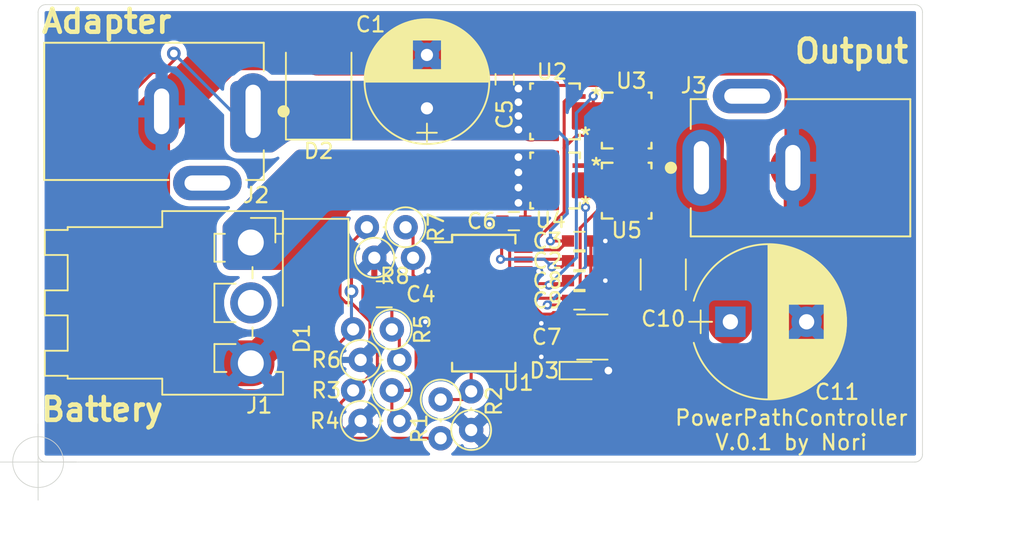
<source format=kicad_pcb>
(kicad_pcb (version 20171130) (host pcbnew "(5.1.10)-1")

  (general
    (thickness 1.6)
    (drawings 15)
    (tracks 209)
    (zones 0)
    (modules 30)
    (nets 22)
  )

  (page A4)
  (layers
    (0 F.Cu signal)
    (31 B.Cu signal)
    (32 B.Adhes user)
    (33 F.Adhes user)
    (34 B.Paste user)
    (35 F.Paste user)
    (36 B.SilkS user)
    (37 F.SilkS user)
    (38 B.Mask user)
    (39 F.Mask user)
    (40 Dwgs.User user)
    (41 Cmts.User user)
    (42 Eco1.User user)
    (43 Eco2.User user)
    (44 Edge.Cuts user)
    (45 Margin user)
    (46 B.CrtYd user)
    (47 F.CrtYd user)
    (48 B.Fab user)
    (49 F.Fab user hide)
  )

  (setup
    (last_trace_width 0.2)
    (user_trace_width 0.1524)
    (user_trace_width 0.2)
    (user_trace_width 0.25)
    (user_trace_width 0.4)
    (user_trace_width 0.5)
    (user_trace_width 1)
    (user_trace_width 1.2)
    (user_trace_width 2)
    (user_trace_width 3)
    (trace_clearance 0.2)
    (zone_clearance 0)
    (zone_45_only no)
    (trace_min 0.1524)
    (via_size 0.6)
    (via_drill 0.3)
    (via_min_size 0.4)
    (via_min_drill 0.2)
    (user_via 0.9 0.5)
    (user_via 1.2 0.8)
    (user_via 1.4 0.9)
    (user_via 1.5 1)
    (uvia_size 0.3)
    (uvia_drill 0.1)
    (uvias_allowed no)
    (uvia_min_size 0.2)
    (uvia_min_drill 0.1)
    (edge_width 0.05)
    (segment_width 0.2)
    (pcb_text_width 0.3)
    (pcb_text_size 1.5 1.5)
    (mod_edge_width 0.12)
    (mod_text_size 1 1)
    (mod_text_width 0.15)
    (pad_size 1.524 3.5)
    (pad_drill 0)
    (pad_to_mask_clearance 0)
    (aux_axis_origin 123 116.5)
    (grid_origin 123 116.5)
    (visible_elements 7FFFFFFF)
    (pcbplotparams
      (layerselection 0x010f0_ffffffff)
      (usegerberextensions true)
      (usegerberattributes false)
      (usegerberadvancedattributes false)
      (creategerberjobfile false)
      (excludeedgelayer true)
      (linewidth 0.152400)
      (plotframeref false)
      (viasonmask false)
      (mode 1)
      (useauxorigin false)
      (hpglpennumber 1)
      (hpglpenspeed 20)
      (hpglpendiameter 15.000000)
      (psnegative false)
      (psa4output false)
      (plotreference true)
      (plotvalue true)
      (plotinvisibletext false)
      (padsonsilk false)
      (subtractmaskfromsilk false)
      (outputformat 1)
      (mirror false)
      (drillshape 0)
      (scaleselection 1)
      (outputdirectory "gerber"))
  )

  (net 0 "")
  (net 1 GND)
  (net 2 +12V)
  (net 3 +BATT)
  (net 4 "Net-(C4-Pad1)")
  (net 5 +12C)
  (net 6 "Net-(C8-Pad1)")
  (net 7 "Net-(C9-Pad1)")
  (net 8 "Net-(R1-Pad1)")
  (net 9 "Net-(R3-Pad1)")
  (net 10 "Net-(R7-Pad1)")
  (net 11 "Net-(U1-Pad20)")
  (net 12 "Net-(U1-Pad18)")
  (net 13 "Net-(U1-Pad14)")
  (net 14 "Net-(U1-Pad12)")
  (net 15 "Net-(U1-Pad11)")
  (net 16 "Net-(U1-Pad10)")
  (net 17 "Net-(U1-Pad2)")
  (net 18 "Net-(U1-Pad1)")
  (net 19 "Net-(J1-Pad2)")
  (net 20 "Net-(J2-Pad3)")
  (net 21 "Net-(J3-Pad3)")

  (net_class Default "This is the default net class."
    (clearance 0.2)
    (trace_width 0.2)
    (via_dia 0.6)
    (via_drill 0.3)
    (uvia_dia 0.3)
    (uvia_drill 0.1)
    (add_net +12C)
    (add_net +12V)
    (add_net +BATT)
    (add_net GND)
    (add_net "Net-(C4-Pad1)")
    (add_net "Net-(C8-Pad1)")
    (add_net "Net-(C9-Pad1)")
    (add_net "Net-(J1-Pad2)")
    (add_net "Net-(J2-Pad3)")
    (add_net "Net-(J3-Pad3)")
    (add_net "Net-(R1-Pad1)")
    (add_net "Net-(R3-Pad1)")
    (add_net "Net-(R7-Pad1)")
    (add_net "Net-(U1-Pad1)")
    (add_net "Net-(U1-Pad10)")
    (add_net "Net-(U1-Pad11)")
    (add_net "Net-(U1-Pad12)")
    (add_net "Net-(U1-Pad14)")
    (add_net "Net-(U1-Pad18)")
    (add_net "Net-(U1-Pad2)")
    (add_net "Net-(U1-Pad20)")
  )

  (module Resistors_ThroughHole:R_Axial_DIN0207_L6.3mm_D2.5mm_P2.54mm_Vertical (layer F.Cu) (tedit 5874F706) (tstamp 608D0987)
    (at 145.05 103.1)
    (descr "Resistor, Axial_DIN0207 series, Axial, Vertical, pin pitch=2.54mm, 0.25W = 1/4W, length*diameter=6.3*2.5mm^2, http://cdn-reichelt.de/documents/datenblatt/B400/1_4W%23YAG.pdf")
    (tags "Resistor Axial_DIN0207 series Axial Vertical pin pitch 2.54mm 0.25W = 1/4W length 6.3mm diameter 2.5mm")
    (path /608DCA1B)
    (fp_text reference R8 (at 1.35 1.2) (layer F.SilkS)
      (effects (font (size 1 1) (thickness 0.15)))
    )
    (fp_text value 51k (at 1.27 2.31) (layer F.Fab)
      (effects (font (size 1 1) (thickness 0.15)))
    )
    (fp_line (start 3.65 -1.6) (end -1.6 -1.6) (layer F.CrtYd) (width 0.05))
    (fp_line (start 3.65 1.6) (end 3.65 -1.6) (layer F.CrtYd) (width 0.05))
    (fp_line (start -1.6 1.6) (end 3.65 1.6) (layer F.CrtYd) (width 0.05))
    (fp_line (start -1.6 -1.6) (end -1.6 1.6) (layer F.CrtYd) (width 0.05))
    (fp_line (start 1.31 0) (end 1.44 0) (layer F.SilkS) (width 0.12))
    (fp_line (start 0 0) (end 2.54 0) (layer F.Fab) (width 0.1))
    (fp_circle (center 0 0) (end 1.31 0) (layer F.SilkS) (width 0.12))
    (fp_circle (center 0 0) (end 1.25 0) (layer F.Fab) (width 0.1))
    (pad 1 thru_hole circle (at 0 0) (size 1.6 1.6) (drill 0.8) (layers *.Cu *.Mask)
      (net 1 GND))
    (pad 2 thru_hole oval (at 2.54 0) (size 1.6 1.6) (drill 0.8) (layers *.Cu *.Mask)
      (net 10 "Net-(R7-Pad1)"))
    (model ${KISYS3DMOD}/Resistors_THT.3dshapes/R_Axial_DIN0207_L6.3mm_D2.5mm_P2.54mm_Vertical.wrl
      (at (xyz 0 0 0))
      (scale (xyz 0.393701 0.393701 0.393701))
      (rotate (xyz 0 0 0))
    )
    (model ${KISYS3DMOD}/Resistor_THT.3dshapes/R_Axial_DIN0207_L6.3mm_D2.5mm_P2.54mm_Vertical.step
      (at (xyz 0 0 0))
      (scale (xyz 1 1 1))
      (rotate (xyz 0 0 0))
    )
  )

  (module Resistors_ThroughHole:R_Axial_DIN0207_L6.3mm_D2.5mm_P2.54mm_Vertical (layer F.Cu) (tedit 5874F706) (tstamp 608D09AE)
    (at 147.1 101.1 180)
    (descr "Resistor, Axial_DIN0207 series, Axial, Vertical, pin pitch=2.54mm, 0.25W = 1/4W, length*diameter=6.3*2.5mm^2, http://cdn-reichelt.de/documents/datenblatt/B400/1_4W%23YAG.pdf")
    (tags "Resistor Axial_DIN0207 series Axial Vertical pin pitch 2.54mm 0.25W = 1/4W length 6.3mm diameter 2.5mm")
    (path /608DD04D)
    (fp_text reference R7 (at -2 0 90) (layer F.SilkS)
      (effects (font (size 1 1) (thickness 0.15)))
    )
    (fp_text value 470k (at 1.27 2.31) (layer F.Fab)
      (effects (font (size 1 1) (thickness 0.15)))
    )
    (fp_line (start 3.65 -1.6) (end -1.6 -1.6) (layer F.CrtYd) (width 0.05))
    (fp_line (start 3.65 1.6) (end 3.65 -1.6) (layer F.CrtYd) (width 0.05))
    (fp_line (start -1.6 1.6) (end 3.65 1.6) (layer F.CrtYd) (width 0.05))
    (fp_line (start -1.6 -1.6) (end -1.6 1.6) (layer F.CrtYd) (width 0.05))
    (fp_line (start 1.31 0) (end 1.44 0) (layer F.SilkS) (width 0.12))
    (fp_line (start 0 0) (end 2.54 0) (layer F.Fab) (width 0.1))
    (fp_circle (center 0 0) (end 1.31 0) (layer F.SilkS) (width 0.12))
    (fp_circle (center 0 0) (end 1.25 0) (layer F.Fab) (width 0.1))
    (pad 1 thru_hole circle (at 0 0 180) (size 1.6 1.6) (drill 0.8) (layers *.Cu *.Mask)
      (net 10 "Net-(R7-Pad1)"))
    (pad 2 thru_hole oval (at 2.54 0 180) (size 1.6 1.6) (drill 0.8) (layers *.Cu *.Mask)
      (net 2 +12V))
    (model ${KISYS3DMOD}/Resistors_THT.3dshapes/R_Axial_DIN0207_L6.3mm_D2.5mm_P2.54mm_Vertical.wrl
      (at (xyz 0 0 0))
      (scale (xyz 0.393701 0.393701 0.393701))
      (rotate (xyz 0 0 0))
    )
    (model ${KISYS3DMOD}/Resistor_THT.3dshapes/R_Axial_DIN0207_L6.3mm_D2.5mm_P2.54mm_Vertical.step
      (at (xyz 0 0 0))
      (scale (xyz 1 1 1))
      (rotate (xyz 0 0 0))
    )
  )

  (module Resistors_ThroughHole:R_Axial_DIN0207_L6.3mm_D2.5mm_P2.54mm_Vertical (layer F.Cu) (tedit 5874F706) (tstamp 608DAD01)
    (at 144.15 109.8)
    (descr "Resistor, Axial_DIN0207 series, Axial, Vertical, pin pitch=2.54mm, 0.25W = 1/4W, length*diameter=6.3*2.5mm^2, http://cdn-reichelt.de/documents/datenblatt/B400/1_4W%23YAG.pdf")
    (tags "Resistor Axial_DIN0207 series Axial Vertical pin pitch 2.54mm 0.25W = 1/4W length 6.3mm diameter 2.5mm")
    (path /60940CF9)
    (fp_text reference R6 (at -2.25 0) (layer F.SilkS)
      (effects (font (size 1 1) (thickness 0.15)))
    )
    (fp_text value 33k (at 1.27 2.31) (layer F.Fab)
      (effects (font (size 1 1) (thickness 0.15)))
    )
    (fp_line (start 3.65 -1.6) (end -1.6 -1.6) (layer F.CrtYd) (width 0.05))
    (fp_line (start 3.65 1.6) (end 3.65 -1.6) (layer F.CrtYd) (width 0.05))
    (fp_line (start -1.6 1.6) (end 3.65 1.6) (layer F.CrtYd) (width 0.05))
    (fp_line (start -1.6 -1.6) (end -1.6 1.6) (layer F.CrtYd) (width 0.05))
    (fp_line (start 1.31 0) (end 1.44 0) (layer F.SilkS) (width 0.12))
    (fp_line (start 0 0) (end 2.54 0) (layer F.Fab) (width 0.1))
    (fp_circle (center 0 0) (end 1.31 0) (layer F.SilkS) (width 0.12))
    (fp_circle (center 0 0) (end 1.25 0) (layer F.Fab) (width 0.1))
    (pad 1 thru_hole circle (at 0 0) (size 1.6 1.6) (drill 0.8) (layers *.Cu *.Mask)
      (net 1 GND))
    (pad 2 thru_hole oval (at 2.54 0) (size 1.6 1.6) (drill 0.8) (layers *.Cu *.Mask)
      (net 4 "Net-(C4-Pad1)"))
    (model ${KISYS3DMOD}/Resistors_THT.3dshapes/R_Axial_DIN0207_L6.3mm_D2.5mm_P2.54mm_Vertical.wrl
      (at (xyz 0 0 0))
      (scale (xyz 0.393701 0.393701 0.393701))
      (rotate (xyz 0 0 0))
    )
    (model ${KISYS3DMOD}/Resistor_THT.3dshapes/R_Axial_DIN0207_L6.3mm_D2.5mm_P2.54mm_Vertical.step
      (at (xyz 0 0 0))
      (scale (xyz 1 1 1))
      (rotate (xyz 0 0 0))
    )
  )

  (module Resistors_ThroughHole:R_Axial_DIN0207_L6.3mm_D2.5mm_P2.54mm_Vertical (layer F.Cu) (tedit 5874F706) (tstamp 608DAD31)
    (at 146.2 107.8 180)
    (descr "Resistor, Axial_DIN0207 series, Axial, Vertical, pin pitch=2.54mm, 0.25W = 1/4W, length*diameter=6.3*2.5mm^2, http://cdn-reichelt.de/documents/datenblatt/B400/1_4W%23YAG.pdf")
    (tags "Resistor Axial_DIN0207 series Axial Vertical pin pitch 2.54mm 0.25W = 1/4W length 6.3mm diameter 2.5mm")
    (path /60979D12)
    (fp_text reference R5 (at -2 0 270) (layer F.SilkS)
      (effects (font (size 1 1) (thickness 0.15)))
    )
    (fp_text value 560k (at 1.27 2.31) (layer F.Fab)
      (effects (font (size 1 1) (thickness 0.15)))
    )
    (fp_line (start 3.65 -1.6) (end -1.6 -1.6) (layer F.CrtYd) (width 0.05))
    (fp_line (start 3.65 1.6) (end 3.65 -1.6) (layer F.CrtYd) (width 0.05))
    (fp_line (start -1.6 1.6) (end 3.65 1.6) (layer F.CrtYd) (width 0.05))
    (fp_line (start -1.6 -1.6) (end -1.6 1.6) (layer F.CrtYd) (width 0.05))
    (fp_line (start 1.31 0) (end 1.44 0) (layer F.SilkS) (width 0.12))
    (fp_line (start 0 0) (end 2.54 0) (layer F.Fab) (width 0.1))
    (fp_circle (center 0 0) (end 1.31 0) (layer F.SilkS) (width 0.12))
    (fp_circle (center 0 0) (end 1.25 0) (layer F.Fab) (width 0.1))
    (pad 1 thru_hole circle (at 0 0 180) (size 1.6 1.6) (drill 0.8) (layers *.Cu *.Mask)
      (net 4 "Net-(C4-Pad1)"))
    (pad 2 thru_hole oval (at 2.54 0 180) (size 1.6 1.6) (drill 0.8) (layers *.Cu *.Mask)
      (net 2 +12V))
    (model ${KISYS3DMOD}/Resistors_THT.3dshapes/R_Axial_DIN0207_L6.3mm_D2.5mm_P2.54mm_Vertical.wrl
      (at (xyz 0 0 0))
      (scale (xyz 0.393701 0.393701 0.393701))
      (rotate (xyz 0 0 0))
    )
    (model ${KISYS3DMOD}/Resistor_THT.3dshapes/R_Axial_DIN0207_L6.3mm_D2.5mm_P2.54mm_Vertical.step
      (at (xyz 0 0 0))
      (scale (xyz 1 1 1))
      (rotate (xyz 0 0 0))
    )
  )

  (module Resistors_ThroughHole:R_Axial_DIN0207_L6.3mm_D2.5mm_P2.54mm_Vertical (layer F.Cu) (tedit 5874F706) (tstamp 608DAFE9)
    (at 144.15 113.8)
    (descr "Resistor, Axial_DIN0207 series, Axial, Vertical, pin pitch=2.54mm, 0.25W = 1/4W, length*diameter=6.3*2.5mm^2, http://cdn-reichelt.de/documents/datenblatt/B400/1_4W%23YAG.pdf")
    (tags "Resistor Axial_DIN0207 series Axial Vertical pin pitch 2.54mm 0.25W = 1/4W length 6.3mm diameter 2.5mm")
    (path /6094696B)
    (fp_text reference R4 (at -2.35 0) (layer F.SilkS)
      (effects (font (size 1 1) (thickness 0.15)))
    )
    (fp_text value 51k (at 1.27 2.31) (layer F.Fab)
      (effects (font (size 1 1) (thickness 0.15)))
    )
    (fp_line (start 3.65 -1.6) (end -1.6 -1.6) (layer F.CrtYd) (width 0.05))
    (fp_line (start 3.65 1.6) (end 3.65 -1.6) (layer F.CrtYd) (width 0.05))
    (fp_line (start -1.6 1.6) (end 3.65 1.6) (layer F.CrtYd) (width 0.05))
    (fp_line (start -1.6 -1.6) (end -1.6 1.6) (layer F.CrtYd) (width 0.05))
    (fp_line (start 1.31 0) (end 1.44 0) (layer F.SilkS) (width 0.12))
    (fp_line (start 0 0) (end 2.54 0) (layer F.Fab) (width 0.1))
    (fp_circle (center 0 0) (end 1.31 0) (layer F.SilkS) (width 0.12))
    (fp_circle (center 0 0) (end 1.25 0) (layer F.Fab) (width 0.1))
    (pad 1 thru_hole circle (at 0 0) (size 1.6 1.6) (drill 0.8) (layers *.Cu *.Mask)
      (net 1 GND))
    (pad 2 thru_hole oval (at 2.54 0) (size 1.6 1.6) (drill 0.8) (layers *.Cu *.Mask)
      (net 9 "Net-(R3-Pad1)"))
    (model ${KISYS3DMOD}/Resistors_THT.3dshapes/R_Axial_DIN0207_L6.3mm_D2.5mm_P2.54mm_Vertical.wrl
      (at (xyz 0 0 0))
      (scale (xyz 0.393701 0.393701 0.393701))
      (rotate (xyz 0 0 0))
    )
    (model ${KISYS3DMOD}/Resistor_THT.3dshapes/R_Axial_DIN0207_L6.3mm_D2.5mm_P2.54mm_Vertical.step
      (at (xyz 0 0 0))
      (scale (xyz 1 1 1))
      (rotate (xyz 0 0 0))
    )
  )

  (module Resistors_ThroughHole:R_Axial_DIN0207_L6.3mm_D2.5mm_P2.54mm_Vertical (layer F.Cu) (tedit 5874F706) (tstamp 608DB019)
    (at 146.2 111.8 180)
    (descr "Resistor, Axial_DIN0207 series, Axial, Vertical, pin pitch=2.54mm, 0.25W = 1/4W, length*diameter=6.3*2.5mm^2, http://cdn-reichelt.de/documents/datenblatt/B400/1_4W%23YAG.pdf")
    (tags "Resistor Axial_DIN0207 series Axial Vertical pin pitch 2.54mm 0.25W = 1/4W length 6.3mm diameter 2.5mm")
    (path /60946971)
    (fp_text reference R3 (at 4.3 0) (layer F.SilkS)
      (effects (font (size 1 1) (thickness 0.15)))
    )
    (fp_text value 470k (at 1.27 2.31) (layer F.Fab)
      (effects (font (size 1 1) (thickness 0.15)))
    )
    (fp_line (start 3.65 -1.6) (end -1.6 -1.6) (layer F.CrtYd) (width 0.05))
    (fp_line (start 3.65 1.6) (end 3.65 -1.6) (layer F.CrtYd) (width 0.05))
    (fp_line (start -1.6 1.6) (end 3.65 1.6) (layer F.CrtYd) (width 0.05))
    (fp_line (start -1.6 -1.6) (end -1.6 1.6) (layer F.CrtYd) (width 0.05))
    (fp_line (start 1.31 0) (end 1.44 0) (layer F.SilkS) (width 0.12))
    (fp_line (start 0 0) (end 2.54 0) (layer F.Fab) (width 0.1))
    (fp_circle (center 0 0) (end 1.31 0) (layer F.SilkS) (width 0.12))
    (fp_circle (center 0 0) (end 1.25 0) (layer F.Fab) (width 0.1))
    (pad 1 thru_hole circle (at 0 0 180) (size 1.6 1.6) (drill 0.8) (layers *.Cu *.Mask)
      (net 9 "Net-(R3-Pad1)"))
    (pad 2 thru_hole oval (at 2.54 0 180) (size 1.6 1.6) (drill 0.8) (layers *.Cu *.Mask)
      (net 3 +BATT))
    (model ${KISYS3DMOD}/Resistors_THT.3dshapes/R_Axial_DIN0207_L6.3mm_D2.5mm_P2.54mm_Vertical.wrl
      (at (xyz 0 0 0))
      (scale (xyz 0.393701 0.393701 0.393701))
      (rotate (xyz 0 0 0))
    )
    (model ${KISYS3DMOD}/Resistor_THT.3dshapes/R_Axial_DIN0207_L6.3mm_D2.5mm_P2.54mm_Vertical.step
      (at (xyz 0 0 0))
      (scale (xyz 1 1 1))
      (rotate (xyz 0 0 0))
    )
  )

  (module Resistors_ThroughHole:R_Axial_DIN0207_L6.3mm_D2.5mm_P2.54mm_Vertical (layer F.Cu) (tedit 5874F706) (tstamp 608DACA1)
    (at 151.4 114.4 90)
    (descr "Resistor, Axial_DIN0207 series, Axial, Vertical, pin pitch=2.54mm, 0.25W = 1/4W, length*diameter=6.3*2.5mm^2, http://cdn-reichelt.de/documents/datenblatt/B400/1_4W%23YAG.pdf")
    (tags "Resistor Axial_DIN0207 series Axial Vertical pin pitch 2.54mm 0.25W = 1/4W length 6.3mm diameter 2.5mm")
    (path /60966069)
    (fp_text reference R2 (at 1.9 1.5 90) (layer F.SilkS)
      (effects (font (size 1 1) (thickness 0.15)))
    )
    (fp_text value 33k (at 1.27 2.31 90) (layer F.Fab)
      (effects (font (size 1 1) (thickness 0.15)))
    )
    (fp_line (start 3.65 -1.6) (end -1.6 -1.6) (layer F.CrtYd) (width 0.05))
    (fp_line (start 3.65 1.6) (end 3.65 -1.6) (layer F.CrtYd) (width 0.05))
    (fp_line (start -1.6 1.6) (end 3.65 1.6) (layer F.CrtYd) (width 0.05))
    (fp_line (start -1.6 -1.6) (end -1.6 1.6) (layer F.CrtYd) (width 0.05))
    (fp_line (start 1.31 0) (end 1.44 0) (layer F.SilkS) (width 0.12))
    (fp_line (start 0 0) (end 2.54 0) (layer F.Fab) (width 0.1))
    (fp_circle (center 0 0) (end 1.31 0) (layer F.SilkS) (width 0.12))
    (fp_circle (center 0 0) (end 1.25 0) (layer F.Fab) (width 0.1))
    (pad 1 thru_hole circle (at 0 0 90) (size 1.6 1.6) (drill 0.8) (layers *.Cu *.Mask)
      (net 1 GND))
    (pad 2 thru_hole oval (at 2.54 0 90) (size 1.6 1.6) (drill 0.8) (layers *.Cu *.Mask)
      (net 8 "Net-(R1-Pad1)"))
    (model ${KISYS3DMOD}/Resistors_THT.3dshapes/R_Axial_DIN0207_L6.3mm_D2.5mm_P2.54mm_Vertical.wrl
      (at (xyz 0 0 0))
      (scale (xyz 0.393701 0.393701 0.393701))
      (rotate (xyz 0 0 0))
    )
    (model ${KISYS3DMOD}/Resistor_THT.3dshapes/R_Axial_DIN0207_L6.3mm_D2.5mm_P2.54mm_Vertical.step
      (at (xyz 0 0 0))
      (scale (xyz 1 1 1))
      (rotate (xyz 0 0 0))
    )
  )

  (module Resistors_ThroughHole:R_Axial_DIN0207_L6.3mm_D2.5mm_P2.54mm_Vertical (layer F.Cu) (tedit 5874F706) (tstamp 608DB2E0)
    (at 149.4 112.4 270)
    (descr "Resistor, Axial_DIN0207 series, Axial, Vertical, pin pitch=2.54mm, 0.25W = 1/4W, length*diameter=6.3*2.5mm^2, http://cdn-reichelt.de/documents/datenblatt/B400/1_4W%23YAG.pdf")
    (tags "Resistor Axial_DIN0207 series Axial Vertical pin pitch 2.54mm 0.25W = 1/4W length 6.3mm diameter 2.5mm")
    (path /60946977)
    (fp_text reference R1 (at 1.9 1.4 90) (layer F.SilkS)
      (effects (font (size 1 1) (thickness 0.15)))
    )
    (fp_text value 560k (at 1.27 2.31 90) (layer F.Fab)
      (effects (font (size 1 1) (thickness 0.15)))
    )
    (fp_line (start 3.65 -1.6) (end -1.6 -1.6) (layer F.CrtYd) (width 0.05))
    (fp_line (start 3.65 1.6) (end 3.65 -1.6) (layer F.CrtYd) (width 0.05))
    (fp_line (start -1.6 1.6) (end 3.65 1.6) (layer F.CrtYd) (width 0.05))
    (fp_line (start -1.6 -1.6) (end -1.6 1.6) (layer F.CrtYd) (width 0.05))
    (fp_line (start 1.31 0) (end 1.44 0) (layer F.SilkS) (width 0.12))
    (fp_line (start 0 0) (end 2.54 0) (layer F.Fab) (width 0.1))
    (fp_circle (center 0 0) (end 1.31 0) (layer F.SilkS) (width 0.12))
    (fp_circle (center 0 0) (end 1.25 0) (layer F.Fab) (width 0.1))
    (pad 1 thru_hole circle (at 0 0 270) (size 1.6 1.6) (drill 0.8) (layers *.Cu *.Mask)
      (net 8 "Net-(R1-Pad1)"))
    (pad 2 thru_hole oval (at 2.54 0 270) (size 1.6 1.6) (drill 0.8) (layers *.Cu *.Mask)
      (net 3 +BATT))
    (model ${KISYS3DMOD}/Resistors_THT.3dshapes/R_Axial_DIN0207_L6.3mm_D2.5mm_P2.54mm_Vertical.wrl
      (at (xyz 0 0 0))
      (scale (xyz 0.393701 0.393701 0.393701))
      (rotate (xyz 0 0 0))
    )
    (model ${KISYS3DMOD}/Resistor_THT.3dshapes/R_Axial_DIN0207_L6.3mm_D2.5mm_P2.54mm_Vertical.step
      (at (xyz 0 0 0))
      (scale (xyz 1 1 1))
      (rotate (xyz 0 0 0))
    )
  )

  (module Capacitors_ThroughHole:CP_Radial_D8.0mm_P3.50mm (layer F.Cu) (tedit 597BC7C2) (tstamp 608DAE89)
    (at 148.5 93.3 90)
    (descr "CP, Radial series, Radial, pin pitch=3.50mm, , diameter=8mm, Electrolytic Capacitor")
    (tags "CP Radial series Radial pin pitch 3.50mm  diameter 8mm Electrolytic Capacitor")
    (path /608E7BDA)
    (fp_text reference C1 (at 5.5 -3.7 180) (layer F.SilkS)
      (effects (font (size 1 1) (thickness 0.15)))
    )
    (fp_text value 220u (at 1.75 5.31 90) (layer F.Fab)
      (effects (font (size 1 1) (thickness 0.15)))
    )
    (fp_line (start 6.1 -4.35) (end -2.6 -4.35) (layer F.CrtYd) (width 0.05))
    (fp_line (start 6.1 4.35) (end 6.1 -4.35) (layer F.CrtYd) (width 0.05))
    (fp_line (start -2.6 4.35) (end 6.1 4.35) (layer F.CrtYd) (width 0.05))
    (fp_line (start -2.6 -4.35) (end -2.6 4.35) (layer F.CrtYd) (width 0.05))
    (fp_line (start -1.6 -0.65) (end -1.6 0.65) (layer F.SilkS) (width 0.12))
    (fp_line (start -2.2 0) (end -1 0) (layer F.SilkS) (width 0.12))
    (fp_line (start 5.831 -0.246) (end 5.831 0.246) (layer F.SilkS) (width 0.12))
    (fp_line (start 5.791 -0.598) (end 5.791 0.598) (layer F.SilkS) (width 0.12))
    (fp_line (start 5.751 -0.814) (end 5.751 0.814) (layer F.SilkS) (width 0.12))
    (fp_line (start 5.711 -0.983) (end 5.711 0.983) (layer F.SilkS) (width 0.12))
    (fp_line (start 5.671 -1.127) (end 5.671 1.127) (layer F.SilkS) (width 0.12))
    (fp_line (start 5.631 -1.254) (end 5.631 1.254) (layer F.SilkS) (width 0.12))
    (fp_line (start 5.591 -1.369) (end 5.591 1.369) (layer F.SilkS) (width 0.12))
    (fp_line (start 5.551 -1.473) (end 5.551 1.473) (layer F.SilkS) (width 0.12))
    (fp_line (start 5.511 -1.57) (end 5.511 1.57) (layer F.SilkS) (width 0.12))
    (fp_line (start 5.471 -1.66) (end 5.471 1.66) (layer F.SilkS) (width 0.12))
    (fp_line (start 5.431 -1.745) (end 5.431 1.745) (layer F.SilkS) (width 0.12))
    (fp_line (start 5.391 -1.826) (end 5.391 1.826) (layer F.SilkS) (width 0.12))
    (fp_line (start 5.351 -1.902) (end 5.351 1.902) (layer F.SilkS) (width 0.12))
    (fp_line (start 5.311 -1.974) (end 5.311 1.974) (layer F.SilkS) (width 0.12))
    (fp_line (start 5.271 -2.043) (end 5.271 2.043) (layer F.SilkS) (width 0.12))
    (fp_line (start 5.231 -2.109) (end 5.231 2.109) (layer F.SilkS) (width 0.12))
    (fp_line (start 5.191 -2.173) (end 5.191 2.173) (layer F.SilkS) (width 0.12))
    (fp_line (start 5.151 -2.234) (end 5.151 2.234) (layer F.SilkS) (width 0.12))
    (fp_line (start 5.111 -2.293) (end 5.111 2.293) (layer F.SilkS) (width 0.12))
    (fp_line (start 5.071 -2.349) (end 5.071 2.349) (layer F.SilkS) (width 0.12))
    (fp_line (start 5.031 -2.404) (end 5.031 2.404) (layer F.SilkS) (width 0.12))
    (fp_line (start 4.991 -2.457) (end 4.991 2.457) (layer F.SilkS) (width 0.12))
    (fp_line (start 4.951 -2.508) (end 4.951 2.508) (layer F.SilkS) (width 0.12))
    (fp_line (start 4.911 -2.557) (end 4.911 2.557) (layer F.SilkS) (width 0.12))
    (fp_line (start 4.871 -2.605) (end 4.871 2.605) (layer F.SilkS) (width 0.12))
    (fp_line (start 4.831 -2.652) (end 4.831 2.652) (layer F.SilkS) (width 0.12))
    (fp_line (start 4.791 -2.697) (end 4.791 2.697) (layer F.SilkS) (width 0.12))
    (fp_line (start 4.751 -2.74) (end 4.751 2.74) (layer F.SilkS) (width 0.12))
    (fp_line (start 4.711 -2.783) (end 4.711 2.783) (layer F.SilkS) (width 0.12))
    (fp_line (start 4.671 -2.824) (end 4.671 2.824) (layer F.SilkS) (width 0.12))
    (fp_line (start 4.631 -2.865) (end 4.631 2.865) (layer F.SilkS) (width 0.12))
    (fp_line (start 4.591 -2.904) (end 4.591 2.904) (layer F.SilkS) (width 0.12))
    (fp_line (start 4.551 -2.942) (end 4.551 2.942) (layer F.SilkS) (width 0.12))
    (fp_line (start 4.511 -2.979) (end 4.511 2.979) (layer F.SilkS) (width 0.12))
    (fp_line (start 4.471 0.98) (end 4.471 3.015) (layer F.SilkS) (width 0.12))
    (fp_line (start 4.471 -3.015) (end 4.471 -0.98) (layer F.SilkS) (width 0.12))
    (fp_line (start 4.431 0.98) (end 4.431 3.05) (layer F.SilkS) (width 0.12))
    (fp_line (start 4.431 -3.05) (end 4.431 -0.98) (layer F.SilkS) (width 0.12))
    (fp_line (start 4.391 0.98) (end 4.391 3.084) (layer F.SilkS) (width 0.12))
    (fp_line (start 4.391 -3.084) (end 4.391 -0.98) (layer F.SilkS) (width 0.12))
    (fp_line (start 4.351 0.98) (end 4.351 3.118) (layer F.SilkS) (width 0.12))
    (fp_line (start 4.351 -3.118) (end 4.351 -0.98) (layer F.SilkS) (width 0.12))
    (fp_line (start 4.311 0.98) (end 4.311 3.15) (layer F.SilkS) (width 0.12))
    (fp_line (start 4.311 -3.15) (end 4.311 -0.98) (layer F.SilkS) (width 0.12))
    (fp_line (start 4.271 0.98) (end 4.271 3.182) (layer F.SilkS) (width 0.12))
    (fp_line (start 4.271 -3.182) (end 4.271 -0.98) (layer F.SilkS) (width 0.12))
    (fp_line (start 4.231 0.98) (end 4.231 3.213) (layer F.SilkS) (width 0.12))
    (fp_line (start 4.231 -3.213) (end 4.231 -0.98) (layer F.SilkS) (width 0.12))
    (fp_line (start 4.191 0.98) (end 4.191 3.243) (layer F.SilkS) (width 0.12))
    (fp_line (start 4.191 -3.243) (end 4.191 -0.98) (layer F.SilkS) (width 0.12))
    (fp_line (start 4.151 0.98) (end 4.151 3.272) (layer F.SilkS) (width 0.12))
    (fp_line (start 4.151 -3.272) (end 4.151 -0.98) (layer F.SilkS) (width 0.12))
    (fp_line (start 4.111 0.98) (end 4.111 3.301) (layer F.SilkS) (width 0.12))
    (fp_line (start 4.111 -3.301) (end 4.111 -0.98) (layer F.SilkS) (width 0.12))
    (fp_line (start 4.071 0.98) (end 4.071 3.329) (layer F.SilkS) (width 0.12))
    (fp_line (start 4.071 -3.329) (end 4.071 -0.98) (layer F.SilkS) (width 0.12))
    (fp_line (start 4.031 0.98) (end 4.031 3.356) (layer F.SilkS) (width 0.12))
    (fp_line (start 4.031 -3.356) (end 4.031 -0.98) (layer F.SilkS) (width 0.12))
    (fp_line (start 3.991 0.98) (end 3.991 3.383) (layer F.SilkS) (width 0.12))
    (fp_line (start 3.991 -3.383) (end 3.991 -0.98) (layer F.SilkS) (width 0.12))
    (fp_line (start 3.951 0.98) (end 3.951 3.408) (layer F.SilkS) (width 0.12))
    (fp_line (start 3.951 -3.408) (end 3.951 -0.98) (layer F.SilkS) (width 0.12))
    (fp_line (start 3.911 0.98) (end 3.911 3.434) (layer F.SilkS) (width 0.12))
    (fp_line (start 3.911 -3.434) (end 3.911 -0.98) (layer F.SilkS) (width 0.12))
    (fp_line (start 3.871 0.98) (end 3.871 3.458) (layer F.SilkS) (width 0.12))
    (fp_line (start 3.871 -3.458) (end 3.871 -0.98) (layer F.SilkS) (width 0.12))
    (fp_line (start 3.831 0.98) (end 3.831 3.482) (layer F.SilkS) (width 0.12))
    (fp_line (start 3.831 -3.482) (end 3.831 -0.98) (layer F.SilkS) (width 0.12))
    (fp_line (start 3.791 0.98) (end 3.791 3.505) (layer F.SilkS) (width 0.12))
    (fp_line (start 3.791 -3.505) (end 3.791 -0.98) (layer F.SilkS) (width 0.12))
    (fp_line (start 3.751 0.98) (end 3.751 3.528) (layer F.SilkS) (width 0.12))
    (fp_line (start 3.751 -3.528) (end 3.751 -0.98) (layer F.SilkS) (width 0.12))
    (fp_line (start 3.711 0.98) (end 3.711 3.55) (layer F.SilkS) (width 0.12))
    (fp_line (start 3.711 -3.55) (end 3.711 -0.98) (layer F.SilkS) (width 0.12))
    (fp_line (start 3.671 0.98) (end 3.671 3.572) (layer F.SilkS) (width 0.12))
    (fp_line (start 3.671 -3.572) (end 3.671 -0.98) (layer F.SilkS) (width 0.12))
    (fp_line (start 3.631 0.98) (end 3.631 3.593) (layer F.SilkS) (width 0.12))
    (fp_line (start 3.631 -3.593) (end 3.631 -0.98) (layer F.SilkS) (width 0.12))
    (fp_line (start 3.591 0.98) (end 3.591 3.613) (layer F.SilkS) (width 0.12))
    (fp_line (start 3.591 -3.613) (end 3.591 -0.98) (layer F.SilkS) (width 0.12))
    (fp_line (start 3.551 0.98) (end 3.551 3.633) (layer F.SilkS) (width 0.12))
    (fp_line (start 3.551 -3.633) (end 3.551 -0.98) (layer F.SilkS) (width 0.12))
    (fp_line (start 3.511 0.98) (end 3.511 3.652) (layer F.SilkS) (width 0.12))
    (fp_line (start 3.511 -3.652) (end 3.511 -0.98) (layer F.SilkS) (width 0.12))
    (fp_line (start 3.471 0.98) (end 3.471 3.671) (layer F.SilkS) (width 0.12))
    (fp_line (start 3.471 -3.671) (end 3.471 -0.98) (layer F.SilkS) (width 0.12))
    (fp_line (start 3.431 0.98) (end 3.431 3.69) (layer F.SilkS) (width 0.12))
    (fp_line (start 3.431 -3.69) (end 3.431 -0.98) (layer F.SilkS) (width 0.12))
    (fp_line (start 3.391 0.98) (end 3.391 3.707) (layer F.SilkS) (width 0.12))
    (fp_line (start 3.391 -3.707) (end 3.391 -0.98) (layer F.SilkS) (width 0.12))
    (fp_line (start 3.351 0.98) (end 3.351 3.725) (layer F.SilkS) (width 0.12))
    (fp_line (start 3.351 -3.725) (end 3.351 -0.98) (layer F.SilkS) (width 0.12))
    (fp_line (start 3.311 0.98) (end 3.311 3.741) (layer F.SilkS) (width 0.12))
    (fp_line (start 3.311 -3.741) (end 3.311 -0.98) (layer F.SilkS) (width 0.12))
    (fp_line (start 3.271 0.98) (end 3.271 3.758) (layer F.SilkS) (width 0.12))
    (fp_line (start 3.271 -3.758) (end 3.271 -0.98) (layer F.SilkS) (width 0.12))
    (fp_line (start 3.231 0.98) (end 3.231 3.773) (layer F.SilkS) (width 0.12))
    (fp_line (start 3.231 -3.773) (end 3.231 -0.98) (layer F.SilkS) (width 0.12))
    (fp_line (start 3.191 0.98) (end 3.191 3.789) (layer F.SilkS) (width 0.12))
    (fp_line (start 3.191 -3.789) (end 3.191 -0.98) (layer F.SilkS) (width 0.12))
    (fp_line (start 3.151 0.98) (end 3.151 3.803) (layer F.SilkS) (width 0.12))
    (fp_line (start 3.151 -3.803) (end 3.151 -0.98) (layer F.SilkS) (width 0.12))
    (fp_line (start 3.111 0.98) (end 3.111 3.818) (layer F.SilkS) (width 0.12))
    (fp_line (start 3.111 -3.818) (end 3.111 -0.98) (layer F.SilkS) (width 0.12))
    (fp_line (start 3.071 0.98) (end 3.071 3.832) (layer F.SilkS) (width 0.12))
    (fp_line (start 3.071 -3.832) (end 3.071 -0.98) (layer F.SilkS) (width 0.12))
    (fp_line (start 3.031 0.98) (end 3.031 3.845) (layer F.SilkS) (width 0.12))
    (fp_line (start 3.031 -3.845) (end 3.031 -0.98) (layer F.SilkS) (width 0.12))
    (fp_line (start 2.991 0.98) (end 2.991 3.858) (layer F.SilkS) (width 0.12))
    (fp_line (start 2.991 -3.858) (end 2.991 -0.98) (layer F.SilkS) (width 0.12))
    (fp_line (start 2.951 0.98) (end 2.951 3.87) (layer F.SilkS) (width 0.12))
    (fp_line (start 2.951 -3.87) (end 2.951 -0.98) (layer F.SilkS) (width 0.12))
    (fp_line (start 2.911 0.98) (end 2.911 3.883) (layer F.SilkS) (width 0.12))
    (fp_line (start 2.911 -3.883) (end 2.911 -0.98) (layer F.SilkS) (width 0.12))
    (fp_line (start 2.871 0.98) (end 2.871 3.894) (layer F.SilkS) (width 0.12))
    (fp_line (start 2.871 -3.894) (end 2.871 -0.98) (layer F.SilkS) (width 0.12))
    (fp_line (start 2.831 0.98) (end 2.831 3.905) (layer F.SilkS) (width 0.12))
    (fp_line (start 2.831 -3.905) (end 2.831 -0.98) (layer F.SilkS) (width 0.12))
    (fp_line (start 2.791 0.98) (end 2.791 3.916) (layer F.SilkS) (width 0.12))
    (fp_line (start 2.791 -3.916) (end 2.791 -0.98) (layer F.SilkS) (width 0.12))
    (fp_line (start 2.751 0.98) (end 2.751 3.926) (layer F.SilkS) (width 0.12))
    (fp_line (start 2.751 -3.926) (end 2.751 -0.98) (layer F.SilkS) (width 0.12))
    (fp_line (start 2.711 0.98) (end 2.711 3.936) (layer F.SilkS) (width 0.12))
    (fp_line (start 2.711 -3.936) (end 2.711 -0.98) (layer F.SilkS) (width 0.12))
    (fp_line (start 2.671 0.98) (end 2.671 3.946) (layer F.SilkS) (width 0.12))
    (fp_line (start 2.671 -3.946) (end 2.671 -0.98) (layer F.SilkS) (width 0.12))
    (fp_line (start 2.631 0.98) (end 2.631 3.955) (layer F.SilkS) (width 0.12))
    (fp_line (start 2.631 -3.955) (end 2.631 -0.98) (layer F.SilkS) (width 0.12))
    (fp_line (start 2.591 0.98) (end 2.591 3.963) (layer F.SilkS) (width 0.12))
    (fp_line (start 2.591 -3.963) (end 2.591 -0.98) (layer F.SilkS) (width 0.12))
    (fp_line (start 2.551 0.98) (end 2.551 3.971) (layer F.SilkS) (width 0.12))
    (fp_line (start 2.551 -3.971) (end 2.551 -0.98) (layer F.SilkS) (width 0.12))
    (fp_line (start 2.511 -3.979) (end 2.511 3.979) (layer F.SilkS) (width 0.12))
    (fp_line (start 2.471 -3.987) (end 2.471 3.987) (layer F.SilkS) (width 0.12))
    (fp_line (start 2.43 -3.994) (end 2.43 3.994) (layer F.SilkS) (width 0.12))
    (fp_line (start 2.39 -4) (end 2.39 4) (layer F.SilkS) (width 0.12))
    (fp_line (start 2.35 -4.006) (end 2.35 4.006) (layer F.SilkS) (width 0.12))
    (fp_line (start 2.31 -4.012) (end 2.31 4.012) (layer F.SilkS) (width 0.12))
    (fp_line (start 2.27 -4.017) (end 2.27 4.017) (layer F.SilkS) (width 0.12))
    (fp_line (start 2.23 -4.022) (end 2.23 4.022) (layer F.SilkS) (width 0.12))
    (fp_line (start 2.19 -4.027) (end 2.19 4.027) (layer F.SilkS) (width 0.12))
    (fp_line (start 2.15 -4.031) (end 2.15 4.031) (layer F.SilkS) (width 0.12))
    (fp_line (start 2.11 -4.035) (end 2.11 4.035) (layer F.SilkS) (width 0.12))
    (fp_line (start 2.07 -4.038) (end 2.07 4.038) (layer F.SilkS) (width 0.12))
    (fp_line (start 2.03 -4.041) (end 2.03 4.041) (layer F.SilkS) (width 0.12))
    (fp_line (start 1.99 -4.043) (end 1.99 4.043) (layer F.SilkS) (width 0.12))
    (fp_line (start 1.95 -4.046) (end 1.95 4.046) (layer F.SilkS) (width 0.12))
    (fp_line (start 1.91 -4.047) (end 1.91 4.047) (layer F.SilkS) (width 0.12))
    (fp_line (start 1.87 -4.049) (end 1.87 4.049) (layer F.SilkS) (width 0.12))
    (fp_line (start 1.83 -4.05) (end 1.83 4.05) (layer F.SilkS) (width 0.12))
    (fp_line (start 1.79 -4.05) (end 1.79 4.05) (layer F.SilkS) (width 0.12))
    (fp_line (start 1.75 -4.05) (end 1.75 4.05) (layer F.SilkS) (width 0.12))
    (fp_line (start -1.6 -0.65) (end -1.6 0.65) (layer F.Fab) (width 0.1))
    (fp_line (start -2.2 0) (end -1 0) (layer F.Fab) (width 0.1))
    (fp_circle (center 1.75 0) (end 5.84 0) (layer F.SilkS) (width 0.12))
    (fp_circle (center 1.75 0) (end 5.75 0) (layer F.Fab) (width 0.1))
    (fp_text user %R (at 1.75 0 90) (layer F.Fab)
      (effects (font (size 1 1) (thickness 0.15)))
    )
    (pad 2 thru_hole circle (at 3.5 0 90) (size 1.6 1.6) (drill 0.8) (layers *.Cu *.Mask)
      (net 1 GND))
    (pad 1 thru_hole rect (at 0 0 90) (size 1.6 1.6) (drill 0.8) (layers *.Cu *.Mask)
      (net 2 +12V))
    (model ${KISYS3DMOD}/Capacitors_THT.3dshapes/CP_Radial_D8.0mm_P3.50mm.wrl
      (at (xyz 0 0 0))
      (scale (xyz 1 1 1))
      (rotate (xyz 0 0 0))
    )
    (model ${KISYS3DMOD}/Capacitor_THT.3dshapes/CP_Radial_D8.0mm_P3.50mm.step
      (at (xyz 0 0 0))
      (scale (xyz 1 1 1))
      (rotate (xyz 0 0 0))
    )
  )

  (module UPA2815T1S-E2-AT:UPA2815T1S-E2-AT (layer F.Cu) (tedit 608CB5D5) (tstamp 608DB44C)
    (at 156.9 93.5 180)
    (path /608CF704)
    (fp_text reference U2 (at 0.2 2.6) (layer F.SilkS)
      (effects (font (size 1 1) (thickness 0.15)))
    )
    (fp_text value uPA2815T1S (at 0.1 -3.3) (layer F.Fab)
      (effects (font (size 1 1) (thickness 0.15)))
    )
    (fp_poly (pts (xy 0.1 -1.2) (xy 1.2 -1.2) (xy 1.2 1.2) (xy 0.1 1.2)
      (xy 0.1 1.9) (xy -0.2 1.9) (xy -0.2 -1.9) (xy 0.1 -1.9)) (layer F.Mask) (width 0.1))
    (fp_poly (pts (xy 1.3 1.9) (xy -0.2 1.9) (xy -0.2 -1.9) (xy 1.3 -1.9)) (layer F.Cu) (width 0.1))
    (fp_poly (pts (xy 0.1 -1.2) (xy 1.2 -1.2) (xy 1.2 1.2) (xy 0.1 1.2)
      (xy 0.1 1.9) (xy -0.2 1.9) (xy -0.2 -1.9) (xy 0.1 -1.9)) (layer F.Cu) (width 0.1))
    (fp_poly (pts (xy 0.1 -1.2) (xy 1.2 -1.2) (xy 1.2 1.2) (xy 0.1 1.2)
      (xy 0.1 1.9) (xy -0.2 1.9) (xy -0.2 -1.9) (xy 0.1 -1.9)) (layer F.Paste) (width 0.1))
    (fp_line (start -1.7526 1.3508) (end -2.2606 1.3508) (layer F.CrtYd) (width 0.1524))
    (fp_line (start -1.7526 1.9558) (end -1.7526 1.3508) (layer F.CrtYd) (width 0.1524))
    (fp_line (start 1.7526 1.9558) (end -1.7526 1.9558) (layer F.CrtYd) (width 0.1524))
    (fp_line (start 1.7526 1.3508) (end 1.7526 1.9558) (layer F.CrtYd) (width 0.1524))
    (fp_line (start 2.2606 1.3508) (end 1.7526 1.3508) (layer F.CrtYd) (width 0.1524))
    (fp_line (start 2.2606 -1.3508) (end 2.2606 1.3508) (layer F.CrtYd) (width 0.1524))
    (fp_line (start 1.7526 -1.3508) (end 2.2606 -1.3508) (layer F.CrtYd) (width 0.1524))
    (fp_line (start 1.7526 -1.9558) (end 1.7526 -1.3508) (layer F.CrtYd) (width 0.1524))
    (fp_line (start -1.7526 -1.9558) (end 1.7526 -1.9558) (layer F.CrtYd) (width 0.1524))
    (fp_line (start -1.7526 -1.3508) (end -1.7526 -1.9558) (layer F.CrtYd) (width 0.1524))
    (fp_line (start -2.2606 -1.3508) (end -1.7526 -1.3508) (layer F.CrtYd) (width 0.1524))
    (fp_line (start -2.2606 1.3508) (end -2.2606 -1.3508) (layer F.CrtYd) (width 0.1524))
    (fp_line (start -0.92985 -1.8288) (end -1.6256 -1.8288) (layer F.SilkS) (width 0.1524))
    (fp_line (start 1.43785 1.8288) (end 1.6256 1.8288) (layer F.SilkS) (width 0.1524))
    (fp_line (start 1.6256 -1.460139) (end 1.6256 -1.8288) (layer F.SilkS) (width 0.1524))
    (fp_line (start -1.6256 1.460139) (end -1.6256 1.8288) (layer F.SilkS) (width 0.1524))
    (fp_line (start -1.4986 -1.7018) (end -1.4986 1.7018) (layer F.Fab) (width 0.1524))
    (fp_line (start 1.4986 -1.7018) (end -1.4986 -1.7018) (layer F.Fab) (width 0.1524))
    (fp_line (start 1.4986 1.7018) (end 1.4986 -1.7018) (layer F.Fab) (width 0.1524))
    (fp_line (start -1.4986 1.7018) (end 1.4986 1.7018) (layer F.Fab) (width 0.1524))
    (fp_line (start -1.6256 -1.8288) (end -1.6256 -1.460139) (layer F.SilkS) (width 0.1524))
    (fp_line (start 1.6256 -1.8288) (end 1.43785 -1.8288) (layer F.SilkS) (width 0.1524))
    (fp_line (start 1.6256 1.8288) (end 1.6256 1.460139) (layer F.SilkS) (width 0.1524))
    (fp_line (start -1.6256 1.8288) (end -0.92985 1.8288) (layer F.SilkS) (width 0.1524))
    (fp_text user * (at -2 -1.6) (layer F.SilkS)
      (effects (font (size 1 1) (thickness 0.15)))
    )
    (fp_text user * (at -2 -1.6) (layer F.Fab)
      (effects (font (size 1 1) (thickness 0.15)))
    )
    (pad 1 smd rect (at -1.5748 -0.974999 180) (size 0.8636 0.3048) (layers F.Cu F.Paste F.Mask)
      (net 6 "Net-(C8-Pad1)"))
    (pad 2 smd rect (at -1.5748 -0.325001 180) (size 0.8636 0.3048) (layers F.Cu F.Paste F.Mask)
      (net 6 "Net-(C8-Pad1)"))
    (pad 3 smd rect (at -1.5748 0.325001 180) (size 0.8636 0.3048) (layers F.Cu F.Paste F.Mask)
      (net 6 "Net-(C8-Pad1)"))
    (pad 4 smd rect (at -1.5748 0.974999 180) (size 0.8636 0.3048) (layers F.Cu F.Paste F.Mask)
      (net 11 "Net-(U1-Pad20)"))
    (pad 5 smd rect (at 1.5748 0.974999 180) (size 0.8636 0.3048) (layers F.Cu F.Paste F.Mask)
      (net 2 +12V))
    (pad 6 smd rect (at 1.5748 0.325001 180) (size 0.8636 0.3048) (layers F.Cu F.Paste F.Mask)
      (net 2 +12V))
    (pad 7 smd rect (at 1.5748 -0.325001 180) (size 0.8636 0.3048) (layers F.Cu F.Paste F.Mask)
      (net 2 +12V))
    (pad 8 smd rect (at 1.5748 -0.974999 180) (size 0.8636 0.3048) (layers F.Cu F.Paste F.Mask)
      (net 2 +12V))
  )

  (module UPA2815T1S-E2-AT:UPA2815T1S-E2-AT (layer F.Cu) (tedit 608CB5D5) (tstamp 608DB4C7)
    (at 156.906801 98.032001 180)
    (path /608D8CB9)
    (fp_text reference U4 (at 0.3 -2.6) (layer F.SilkS)
      (effects (font (size 1 1) (thickness 0.15)))
    )
    (fp_text value uPA2815T1S (at 0.1 -3.3) (layer F.Fab)
      (effects (font (size 1 1) (thickness 0.15)))
    )
    (fp_poly (pts (xy 0.1 -1.2) (xy 1.2 -1.2) (xy 1.2 1.2) (xy 0.1 1.2)
      (xy 0.1 1.9) (xy -0.2 1.9) (xy -0.2 -1.9) (xy 0.1 -1.9)) (layer F.Mask) (width 0.1))
    (fp_poly (pts (xy 1.3 1.9) (xy -0.2 1.9) (xy -0.2 -1.9) (xy 1.3 -1.9)) (layer F.Cu) (width 0.1))
    (fp_poly (pts (xy 0.1 -1.2) (xy 1.2 -1.2) (xy 1.2 1.2) (xy 0.1 1.2)
      (xy 0.1 1.9) (xy -0.2 1.9) (xy -0.2 -1.9) (xy 0.1 -1.9)) (layer F.Cu) (width 0.1))
    (fp_poly (pts (xy 0.1 -1.2) (xy 1.2 -1.2) (xy 1.2 1.2) (xy 0.1 1.2)
      (xy 0.1 1.9) (xy -0.2 1.9) (xy -0.2 -1.9) (xy 0.1 -1.9)) (layer F.Paste) (width 0.1))
    (fp_line (start -1.7526 1.3508) (end -2.2606 1.3508) (layer F.CrtYd) (width 0.1524))
    (fp_line (start -1.7526 1.9558) (end -1.7526 1.3508) (layer F.CrtYd) (width 0.1524))
    (fp_line (start 1.7526 1.9558) (end -1.7526 1.9558) (layer F.CrtYd) (width 0.1524))
    (fp_line (start 1.7526 1.3508) (end 1.7526 1.9558) (layer F.CrtYd) (width 0.1524))
    (fp_line (start 2.2606 1.3508) (end 1.7526 1.3508) (layer F.CrtYd) (width 0.1524))
    (fp_line (start 2.2606 -1.3508) (end 2.2606 1.3508) (layer F.CrtYd) (width 0.1524))
    (fp_line (start 1.7526 -1.3508) (end 2.2606 -1.3508) (layer F.CrtYd) (width 0.1524))
    (fp_line (start 1.7526 -1.9558) (end 1.7526 -1.3508) (layer F.CrtYd) (width 0.1524))
    (fp_line (start -1.7526 -1.9558) (end 1.7526 -1.9558) (layer F.CrtYd) (width 0.1524))
    (fp_line (start -1.7526 -1.3508) (end -1.7526 -1.9558) (layer F.CrtYd) (width 0.1524))
    (fp_line (start -2.2606 -1.3508) (end -1.7526 -1.3508) (layer F.CrtYd) (width 0.1524))
    (fp_line (start -2.2606 1.3508) (end -2.2606 -1.3508) (layer F.CrtYd) (width 0.1524))
    (fp_line (start -0.92985 -1.8288) (end -1.6256 -1.8288) (layer F.SilkS) (width 0.1524))
    (fp_line (start 1.43785 1.8288) (end 1.6256 1.8288) (layer F.SilkS) (width 0.1524))
    (fp_line (start 1.6256 -1.460139) (end 1.6256 -1.8288) (layer F.SilkS) (width 0.1524))
    (fp_line (start -1.6256 1.460139) (end -1.6256 1.8288) (layer F.SilkS) (width 0.1524))
    (fp_line (start -1.4986 -1.7018) (end -1.4986 1.7018) (layer F.Fab) (width 0.1524))
    (fp_line (start 1.4986 -1.7018) (end -1.4986 -1.7018) (layer F.Fab) (width 0.1524))
    (fp_line (start 1.4986 1.7018) (end 1.4986 -1.7018) (layer F.Fab) (width 0.1524))
    (fp_line (start -1.4986 1.7018) (end 1.4986 1.7018) (layer F.Fab) (width 0.1524))
    (fp_line (start -1.6256 -1.8288) (end -1.6256 -1.460139) (layer F.SilkS) (width 0.1524))
    (fp_line (start 1.6256 -1.8288) (end 1.43785 -1.8288) (layer F.SilkS) (width 0.1524))
    (fp_line (start 1.6256 1.8288) (end 1.6256 1.460139) (layer F.SilkS) (width 0.1524))
    (fp_line (start -1.6256 1.8288) (end -0.92985 1.8288) (layer F.SilkS) (width 0.1524))
    (fp_text user * (at -2 -1.6) (layer F.SilkS)
      (effects (font (size 1 1) (thickness 0.15)))
    )
    (fp_text user * (at -2 -1.6) (layer F.Fab)
      (effects (font (size 1 1) (thickness 0.15)))
    )
    (pad 1 smd rect (at -1.5748 -0.974999 180) (size 0.8636 0.3048) (layers F.Cu F.Paste F.Mask)
      (net 7 "Net-(C9-Pad1)"))
    (pad 2 smd rect (at -1.5748 -0.325001 180) (size 0.8636 0.3048) (layers F.Cu F.Paste F.Mask)
      (net 7 "Net-(C9-Pad1)"))
    (pad 3 smd rect (at -1.5748 0.325001 180) (size 0.8636 0.3048) (layers F.Cu F.Paste F.Mask)
      (net 7 "Net-(C9-Pad1)"))
    (pad 4 smd rect (at -1.5748 0.974999 180) (size 0.8636 0.3048) (layers F.Cu F.Paste F.Mask)
      (net 12 "Net-(U1-Pad18)"))
    (pad 5 smd rect (at 1.5748 0.974999 180) (size 0.8636 0.3048) (layers F.Cu F.Paste F.Mask)
      (net 3 +BATT))
    (pad 6 smd rect (at 1.5748 0.325001 180) (size 0.8636 0.3048) (layers F.Cu F.Paste F.Mask)
      (net 3 +BATT))
    (pad 7 smd rect (at 1.5748 -0.325001 180) (size 0.8636 0.3048) (layers F.Cu F.Paste F.Mask)
      (net 3 +BATT))
    (pad 8 smd rect (at 1.5748 -0.974999 180) (size 0.8636 0.3048) (layers F.Cu F.Paste F.Mask)
      (net 3 +BATT))
  )

  (module UPA2815T1S-E2-AT:UPA2815T1S-E2-AT (layer F.Cu) (tedit 608CB5D5) (tstamp 608DB5BD)
    (at 161.6 98.7)
    (path /608D8CC1)
    (fp_text reference U5 (at 0 2.6) (layer F.SilkS)
      (effects (font (size 1 1) (thickness 0.15)))
    )
    (fp_text value uPA2815T1S (at 0.1 -3.3) (layer F.Fab)
      (effects (font (size 1 1) (thickness 0.15)))
    )
    (fp_poly (pts (xy 0.1 -1.2) (xy 1.2 -1.2) (xy 1.2 1.2) (xy 0.1 1.2)
      (xy 0.1 1.9) (xy -0.2 1.9) (xy -0.2 -1.9) (xy 0.1 -1.9)) (layer F.Mask) (width 0.1))
    (fp_poly (pts (xy 1.3 1.9) (xy -0.2 1.9) (xy -0.2 -1.9) (xy 1.3 -1.9)) (layer F.Cu) (width 0.1))
    (fp_poly (pts (xy 0.1 -1.2) (xy 1.2 -1.2) (xy 1.2 1.2) (xy 0.1 1.2)
      (xy 0.1 1.9) (xy -0.2 1.9) (xy -0.2 -1.9) (xy 0.1 -1.9)) (layer F.Cu) (width 0.1))
    (fp_poly (pts (xy 0.1 -1.2) (xy 1.2 -1.2) (xy 1.2 1.2) (xy 0.1 1.2)
      (xy 0.1 1.9) (xy -0.2 1.9) (xy -0.2 -1.9) (xy 0.1 -1.9)) (layer F.Paste) (width 0.1))
    (fp_line (start -1.7526 1.3508) (end -2.2606 1.3508) (layer F.CrtYd) (width 0.1524))
    (fp_line (start -1.7526 1.9558) (end -1.7526 1.3508) (layer F.CrtYd) (width 0.1524))
    (fp_line (start 1.7526 1.9558) (end -1.7526 1.9558) (layer F.CrtYd) (width 0.1524))
    (fp_line (start 1.7526 1.3508) (end 1.7526 1.9558) (layer F.CrtYd) (width 0.1524))
    (fp_line (start 2.2606 1.3508) (end 1.7526 1.3508) (layer F.CrtYd) (width 0.1524))
    (fp_line (start 2.2606 -1.3508) (end 2.2606 1.3508) (layer F.CrtYd) (width 0.1524))
    (fp_line (start 1.7526 -1.3508) (end 2.2606 -1.3508) (layer F.CrtYd) (width 0.1524))
    (fp_line (start 1.7526 -1.9558) (end 1.7526 -1.3508) (layer F.CrtYd) (width 0.1524))
    (fp_line (start -1.7526 -1.9558) (end 1.7526 -1.9558) (layer F.CrtYd) (width 0.1524))
    (fp_line (start -1.7526 -1.3508) (end -1.7526 -1.9558) (layer F.CrtYd) (width 0.1524))
    (fp_line (start -2.2606 -1.3508) (end -1.7526 -1.3508) (layer F.CrtYd) (width 0.1524))
    (fp_line (start -2.2606 1.3508) (end -2.2606 -1.3508) (layer F.CrtYd) (width 0.1524))
    (fp_line (start -0.92985 -1.8288) (end -1.6256 -1.8288) (layer F.SilkS) (width 0.1524))
    (fp_line (start 1.43785 1.8288) (end 1.6256 1.8288) (layer F.SilkS) (width 0.1524))
    (fp_line (start 1.6256 -1.460139) (end 1.6256 -1.8288) (layer F.SilkS) (width 0.1524))
    (fp_line (start -1.6256 1.460139) (end -1.6256 1.8288) (layer F.SilkS) (width 0.1524))
    (fp_line (start -1.4986 -1.7018) (end -1.4986 1.7018) (layer F.Fab) (width 0.1524))
    (fp_line (start 1.4986 -1.7018) (end -1.4986 -1.7018) (layer F.Fab) (width 0.1524))
    (fp_line (start 1.4986 1.7018) (end 1.4986 -1.7018) (layer F.Fab) (width 0.1524))
    (fp_line (start -1.4986 1.7018) (end 1.4986 1.7018) (layer F.Fab) (width 0.1524))
    (fp_line (start -1.6256 -1.8288) (end -1.6256 -1.460139) (layer F.SilkS) (width 0.1524))
    (fp_line (start 1.6256 -1.8288) (end 1.43785 -1.8288) (layer F.SilkS) (width 0.1524))
    (fp_line (start 1.6256 1.8288) (end 1.6256 1.460139) (layer F.SilkS) (width 0.1524))
    (fp_line (start -1.6256 1.8288) (end -0.92985 1.8288) (layer F.SilkS) (width 0.1524))
    (fp_text user * (at -2 -1.6) (layer F.SilkS)
      (effects (font (size 1 1) (thickness 0.15)))
    )
    (fp_text user * (at -2 -1.6) (layer F.Fab)
      (effects (font (size 1 1) (thickness 0.15)))
    )
    (pad 1 smd rect (at -1.5748 -0.974999) (size 0.8636 0.3048) (layers F.Cu F.Paste F.Mask)
      (net 7 "Net-(C9-Pad1)"))
    (pad 2 smd rect (at -1.5748 -0.325001) (size 0.8636 0.3048) (layers F.Cu F.Paste F.Mask)
      (net 7 "Net-(C9-Pad1)"))
    (pad 3 smd rect (at -1.5748 0.325001) (size 0.8636 0.3048) (layers F.Cu F.Paste F.Mask)
      (net 7 "Net-(C9-Pad1)"))
    (pad 4 smd rect (at -1.5748 0.974999) (size 0.8636 0.3048) (layers F.Cu F.Paste F.Mask)
      (net 12 "Net-(U1-Pad18)"))
    (pad 5 smd rect (at 1.5748 0.974999) (size 0.8636 0.3048) (layers F.Cu F.Paste F.Mask)
      (net 5 +12C))
    (pad 6 smd rect (at 1.5748 0.325001) (size 0.8636 0.3048) (layers F.Cu F.Paste F.Mask)
      (net 5 +12C))
    (pad 7 smd rect (at 1.5748 -0.325001) (size 0.8636 0.3048) (layers F.Cu F.Paste F.Mask)
      (net 5 +12C))
    (pad 8 smd rect (at 1.5748 -0.974999) (size 0.8636 0.3048) (layers F.Cu F.Paste F.Mask)
      (net 5 +12C))
  )

  (module UPA2815T1S-E2-AT:UPA2815T1S-E2-AT (layer F.Cu) (tedit 608CB5D5) (tstamp 608DB542)
    (at 161.6 94.1)
    (path /608D5649)
    (fp_text reference U3 (at 0.3 -2.6) (layer F.SilkS)
      (effects (font (size 1 1) (thickness 0.15)))
    )
    (fp_text value uPA2815T1S (at 0.1 -3.3) (layer F.Fab)
      (effects (font (size 1 1) (thickness 0.15)))
    )
    (fp_poly (pts (xy 0.1 -1.2) (xy 1.2 -1.2) (xy 1.2 1.2) (xy 0.1 1.2)
      (xy 0.1 1.9) (xy -0.2 1.9) (xy -0.2 -1.9) (xy 0.1 -1.9)) (layer F.Mask) (width 0.1))
    (fp_poly (pts (xy 1.3 1.9) (xy -0.2 1.9) (xy -0.2 -1.9) (xy 1.3 -1.9)) (layer F.Cu) (width 0.1))
    (fp_poly (pts (xy 0.1 -1.2) (xy 1.2 -1.2) (xy 1.2 1.2) (xy 0.1 1.2)
      (xy 0.1 1.9) (xy -0.2 1.9) (xy -0.2 -1.9) (xy 0.1 -1.9)) (layer F.Cu) (width 0.1))
    (fp_poly (pts (xy 0.1 -1.2) (xy 1.2 -1.2) (xy 1.2 1.2) (xy 0.1 1.2)
      (xy 0.1 1.9) (xy -0.2 1.9) (xy -0.2 -1.9) (xy 0.1 -1.9)) (layer F.Paste) (width 0.1))
    (fp_line (start -1.7526 1.3508) (end -2.2606 1.3508) (layer F.CrtYd) (width 0.1524))
    (fp_line (start -1.7526 1.9558) (end -1.7526 1.3508) (layer F.CrtYd) (width 0.1524))
    (fp_line (start 1.7526 1.9558) (end -1.7526 1.9558) (layer F.CrtYd) (width 0.1524))
    (fp_line (start 1.7526 1.3508) (end 1.7526 1.9558) (layer F.CrtYd) (width 0.1524))
    (fp_line (start 2.2606 1.3508) (end 1.7526 1.3508) (layer F.CrtYd) (width 0.1524))
    (fp_line (start 2.2606 -1.3508) (end 2.2606 1.3508) (layer F.CrtYd) (width 0.1524))
    (fp_line (start 1.7526 -1.3508) (end 2.2606 -1.3508) (layer F.CrtYd) (width 0.1524))
    (fp_line (start 1.7526 -1.9558) (end 1.7526 -1.3508) (layer F.CrtYd) (width 0.1524))
    (fp_line (start -1.7526 -1.9558) (end 1.7526 -1.9558) (layer F.CrtYd) (width 0.1524))
    (fp_line (start -1.7526 -1.3508) (end -1.7526 -1.9558) (layer F.CrtYd) (width 0.1524))
    (fp_line (start -2.2606 -1.3508) (end -1.7526 -1.3508) (layer F.CrtYd) (width 0.1524))
    (fp_line (start -2.2606 1.3508) (end -2.2606 -1.3508) (layer F.CrtYd) (width 0.1524))
    (fp_line (start -0.92985 -1.8288) (end -1.6256 -1.8288) (layer F.SilkS) (width 0.1524))
    (fp_line (start 1.43785 1.8288) (end 1.6256 1.8288) (layer F.SilkS) (width 0.1524))
    (fp_line (start 1.6256 -1.460139) (end 1.6256 -1.8288) (layer F.SilkS) (width 0.1524))
    (fp_line (start -1.6256 1.460139) (end -1.6256 1.8288) (layer F.SilkS) (width 0.1524))
    (fp_line (start -1.4986 -1.7018) (end -1.4986 1.7018) (layer F.Fab) (width 0.1524))
    (fp_line (start 1.4986 -1.7018) (end -1.4986 -1.7018) (layer F.Fab) (width 0.1524))
    (fp_line (start 1.4986 1.7018) (end 1.4986 -1.7018) (layer F.Fab) (width 0.1524))
    (fp_line (start -1.4986 1.7018) (end 1.4986 1.7018) (layer F.Fab) (width 0.1524))
    (fp_line (start -1.6256 -1.8288) (end -1.6256 -1.460139) (layer F.SilkS) (width 0.1524))
    (fp_line (start 1.6256 -1.8288) (end 1.43785 -1.8288) (layer F.SilkS) (width 0.1524))
    (fp_line (start 1.6256 1.8288) (end 1.6256 1.460139) (layer F.SilkS) (width 0.1524))
    (fp_line (start -1.6256 1.8288) (end -0.92985 1.8288) (layer F.SilkS) (width 0.1524))
    (fp_text user * (at -2 -1.6) (layer F.SilkS)
      (effects (font (size 1 1) (thickness 0.15)))
    )
    (fp_text user * (at -2 -1.6) (layer F.Fab)
      (effects (font (size 1 1) (thickness 0.15)))
    )
    (pad 1 smd rect (at -1.5748 -0.974999) (size 0.8636 0.3048) (layers F.Cu F.Paste F.Mask)
      (net 6 "Net-(C8-Pad1)"))
    (pad 2 smd rect (at -1.5748 -0.325001) (size 0.8636 0.3048) (layers F.Cu F.Paste F.Mask)
      (net 6 "Net-(C8-Pad1)"))
    (pad 3 smd rect (at -1.5748 0.325001) (size 0.8636 0.3048) (layers F.Cu F.Paste F.Mask)
      (net 6 "Net-(C8-Pad1)"))
    (pad 4 smd rect (at -1.5748 0.974999) (size 0.8636 0.3048) (layers F.Cu F.Paste F.Mask)
      (net 11 "Net-(U1-Pad20)"))
    (pad 5 smd rect (at 1.5748 0.974999) (size 0.8636 0.3048) (layers F.Cu F.Paste F.Mask)
      (net 5 +12C))
    (pad 6 smd rect (at 1.5748 0.325001) (size 0.8636 0.3048) (layers F.Cu F.Paste F.Mask)
      (net 5 +12C))
    (pad 7 smd rect (at 1.5748 -0.325001) (size 0.8636 0.3048) (layers F.Cu F.Paste F.Mask)
      (net 5 +12C))
    (pad 8 smd rect (at 1.5748 -0.974999) (size 0.8636 0.3048) (layers F.Cu F.Paste F.Mask)
      (net 5 +12C))
  )

  (module Connectors_JST:JST_VH_S3P-VH_1x03_P3.96mm_Horizontal (layer F.Cu) (tedit 5B774B79) (tstamp 608DB65B)
    (at 136.95 102.1 270)
    (descr "JST VH series connector, S3P-VH (http://www.jst-mfg.com/product/pdf/eng/eVH.pdf), generated with kicad-footprint-generator")
    (tags "connector JST VH top entry")
    (path /60ACCDEA)
    (fp_text reference J1 (at 10.7 -0.55 180) (layer F.SilkS)
      (effects (font (size 1 1) (thickness 0.15)))
    )
    (fp_text value B3P-VH (at 3.96 14.6 90) (layer F.Fab)
      (effects (font (size 1 1) (thickness 0.15)))
    )
    (fp_line (start -1.61 -1.61) (end -1.61 0) (layer F.SilkS) (width 0.12))
    (fp_line (start 0 -1.61) (end -1.61 -1.61) (layer F.SilkS) (width 0.12))
    (fp_line (start 4.78 12.01) (end 7.1 12.01) (layer F.SilkS) (width 0.12))
    (fp_line (start 8.74 13.51) (end 8.74 12.01) (layer F.SilkS) (width 0.12))
    (fp_line (start 7.1 13.51) (end 8.74 13.51) (layer F.SilkS) (width 0.12))
    (fp_line (start 7.1 12.01) (end 7.1 13.51) (layer F.SilkS) (width 0.12))
    (fp_line (start 0.82 12.01) (end 3.14 12.01) (layer F.SilkS) (width 0.12))
    (fp_line (start 2.7 2.39) (end 5.22 2.39) (layer F.SilkS) (width 0.12))
    (fp_line (start 6.66 1) (end 6.66 2.39) (layer F.SilkS) (width 0.12))
    (fp_line (start 5.57 -0.11) (end 6.31 -0.11) (layer F.SilkS) (width 0.12))
    (fp_line (start 5.22 2.39) (end 5.22 1) (layer F.SilkS) (width 0.12))
    (fp_line (start 4.78 13.51) (end 4.78 12.01) (layer F.SilkS) (width 0.12))
    (fp_line (start 3.14 13.51) (end 4.78 13.51) (layer F.SilkS) (width 0.12))
    (fp_line (start 3.14 12.01) (end 3.14 13.51) (layer F.SilkS) (width 0.12))
    (fp_line (start 2.7 1) (end 2.7 2.39) (layer F.SilkS) (width 0.12))
    (fp_line (start 1.61 -0.11) (end 2.35 -0.11) (layer F.SilkS) (width 0.12))
    (fp_line (start 1.26 2.39) (end 1.26 1.7) (layer F.SilkS) (width 0.12))
    (fp_line (start 0.82 13.51) (end 0.82 12.01) (layer F.SilkS) (width 0.12))
    (fp_line (start -0.82 13.51) (end 0.82 13.51) (layer F.SilkS) (width 0.12))
    (fp_line (start -0.82 12.01) (end -0.82 13.51) (layer F.SilkS) (width 0.12))
    (fp_line (start 6.66 2.39) (end 8.5 2.39) (layer F.SilkS) (width 0.12))
    (fp_line (start -0.58 2.39) (end 1.26 2.39) (layer F.SilkS) (width 0.12))
    (fp_line (start 8.93 12.01) (end 8.93 5.81) (layer F.SilkS) (width 0.12))
    (fp_line (start 8.74 12.01) (end 8.93 12.01) (layer F.SilkS) (width 0.12))
    (fp_line (start -0.57 1.7) (end -0.57 2.39) (layer F.SilkS) (width 0.12))
    (fp_line (start -0.57 -2.11) (end -0.57 -1.61) (layer F.SilkS) (width 0.12))
    (fp_line (start -2.06 -2.11) (end -0.57 -2.11) (layer F.SilkS) (width 0.12))
    (fp_line (start -2.06 5.81) (end -2.06 -2.11) (layer F.SilkS) (width 0.12))
    (fp_line (start -1.01 5.81) (end -2.06 5.81) (layer F.SilkS) (width 0.12))
    (fp_line (start 8.49 2.39) (end 8.49 1.6) (layer F.SilkS) (width 0.12))
    (fp_line (start 9.98 5.81) (end 8.93 5.81) (layer F.SilkS) (width 0.12))
    (fp_line (start 9.98 -2.11) (end 9.98 5.81) (layer F.SilkS) (width 0.12))
    (fp_line (start 8.49 -2.11) (end 9.98 -2.11) (layer F.SilkS) (width 0.12))
    (fp_line (start 8.49 -1.6) (end 8.49 -2.11) (layer F.SilkS) (width 0.12))
    (fp_line (start -1.01 12.01) (end -0.82 12.01) (layer F.SilkS) (width 0.12))
    (fp_line (start -1.01 5.81) (end -1.01 12.01) (layer F.SilkS) (width 0.12))
    (fp_line (start 0 3.3) (end 0.8 2.5) (layer F.Fab) (width 0.1))
    (fp_line (start -0.8 2.5) (end 0 3.3) (layer F.Fab) (width 0.1))
    (fp_line (start 8.62 13.4) (end 8.62 11.9) (layer F.Fab) (width 0.1))
    (fp_line (start 7.22 13.4) (end 8.62 13.4) (layer F.Fab) (width 0.1))
    (fp_line (start 7.22 11.9) (end 7.22 13.4) (layer F.Fab) (width 0.1))
    (fp_line (start 6.54 0) (end 6.54 2.5) (layer F.Fab) (width 0.1))
    (fp_line (start 5.34 0) (end 6.54 0) (layer F.Fab) (width 0.1))
    (fp_line (start 5.34 2.5) (end 5.34 0) (layer F.Fab) (width 0.1))
    (fp_line (start 4.66 13.4) (end 4.66 11.9) (layer F.Fab) (width 0.1))
    (fp_line (start 3.26 13.4) (end 4.66 13.4) (layer F.Fab) (width 0.1))
    (fp_line (start 3.26 11.9) (end 3.26 13.4) (layer F.Fab) (width 0.1))
    (fp_line (start 2.58 0) (end 2.58 2.5) (layer F.Fab) (width 0.1))
    (fp_line (start 1.38 0) (end 2.58 0) (layer F.Fab) (width 0.1))
    (fp_line (start 1.38 2.5) (end 1.38 0) (layer F.Fab) (width 0.1))
    (fp_line (start 0.7 13.4) (end 0.7 11.9) (layer F.Fab) (width 0.1))
    (fp_line (start -0.7 13.4) (end 0.7 13.4) (layer F.Fab) (width 0.1))
    (fp_line (start -0.7 11.9) (end -0.7 13.4) (layer F.Fab) (width 0.1))
    (fp_line (start 10.37 -2.5) (end -2.45 -2.5) (layer F.CrtYd) (width 0.05))
    (fp_line (start 10.37 13.9) (end 10.37 -2.5) (layer F.CrtYd) (width 0.05))
    (fp_line (start -2.45 13.9) (end 10.37 13.9) (layer F.CrtYd) (width 0.05))
    (fp_line (start -2.45 -2.5) (end -2.45 13.9) (layer F.CrtYd) (width 0.05))
    (fp_line (start -0.7 -2) (end -0.7 2.5) (layer F.Fab) (width 0.1))
    (fp_line (start -1.95 -2) (end -0.7 -2) (layer F.Fab) (width 0.1))
    (fp_line (start -1.95 5.7) (end -1.95 -2) (layer F.Fab) (width 0.1))
    (fp_line (start -0.9 5.7) (end -1.95 5.7) (layer F.Fab) (width 0.1))
    (fp_line (start 9.87 5.7) (end 8.82 5.7) (layer F.Fab) (width 0.1))
    (fp_line (start 9.87 -2) (end 9.87 5.7) (layer F.Fab) (width 0.1))
    (fp_line (start 8.62 -2) (end 9.87 -2) (layer F.Fab) (width 0.1))
    (fp_line (start 8.62 2.5) (end 8.62 -2) (layer F.Fab) (width 0.1))
    (fp_line (start 8.82 2.5) (end -0.9 2.5) (layer F.Fab) (width 0.1))
    (fp_line (start 8.82 11.9) (end 8.82 2.5) (layer F.Fab) (width 0.1))
    (fp_line (start -0.9 11.9) (end 8.82 11.9) (layer F.Fab) (width 0.1))
    (fp_line (start -0.9 2.5) (end -0.9 11.9) (layer F.Fab) (width 0.1))
    (fp_text user %R (at 3.96 11.2 90) (layer F.Fab)
      (effects (font (size 1 1) (thickness 0.15)))
    )
    (pad 3 thru_hole circle (at 7.92 0 270) (size 2.7 2.7) (drill 1.7) (layers *.Cu *.Mask)
      (net 1 GND))
    (pad 2 thru_hole circle (at 3.96 0 270) (size 2.7 2.7) (drill 1.7) (layers *.Cu *.Mask)
      (net 19 "Net-(J1-Pad2)"))
    (pad 1 thru_hole roundrect (at 0 0 270) (size 2.7 2.7) (drill 1.7) (layers *.Cu *.Mask) (roundrect_rratio 0.09259296296296296)
      (net 3 +BATT))
    (model ${KISYS3DMOD}/Connector_JST.3dshapes/JST_VH_S3P-VH_1x03_P3.96mm_Horizontal.wrl
      (at (xyz 0 0 0))
      (scale (xyz 1 1 1))
      (rotate (xyz 0 0 0))
    )
    (model ${KIPRJMOD}/S3P-VH/S3P-VH.step
      (offset (xyz 4 -5 0))
      (scale (xyz 1 1 1))
      (rotate (xyz -90 0 0))
    )
  )

  (module PJ-002B:CUI_PJ-002B (layer F.Cu) (tedit 5FA7A9E0) (tstamp 608DB710)
    (at 166.5 97.2)
    (path /60AC294D)
    (fp_text reference J3 (at -0.5 -5.4) (layer F.SilkS)
      (effects (font (size 1.000622 1.000622) (thickness 0.15)))
    )
    (fp_text value Jack-DC (at 6.296487 5.77636) (layer F.Fab)
      (effects (font (size 1.000236 1.000236) (thickness 0.015)))
    )
    (fp_line (start -1.55 2.35) (end -1 2.35) (layer F.CrtYd) (width 0.05))
    (fp_line (start -1.55 -2.25) (end -1.55 2.35) (layer F.CrtYd) (width 0.05))
    (fp_line (start -1 -2.25) (end -1.55 -2.25) (layer F.CrtYd) (width 0.05))
    (fp_line (start -1 -2.25) (end -1 -4.75) (layer F.CrtYd) (width 0.05))
    (fp_circle (center -2 0) (end -1.8 0) (layer F.SilkS) (width 0.4))
    (fp_line (start -1 4.75) (end -1 2.35) (layer F.CrtYd) (width 0.05))
    (fp_line (start 14 4.75) (end -1 4.75) (layer F.CrtYd) (width 0.05))
    (fp_line (start 14 -4.75) (end 14 4.75) (layer F.CrtYd) (width 0.05))
    (fp_line (start 5.55 -4.75) (end 14 -4.75) (layer F.CrtYd) (width 0.05))
    (fp_line (start 5.55 -6.1) (end 5.55 -4.75) (layer F.CrtYd) (width 0.05))
    (fp_line (start 0.45 -6.1) (end 5.55 -6.1) (layer F.CrtYd) (width 0.05))
    (fp_line (start 0.45 -4.75) (end 0.45 -6.1) (layer F.CrtYd) (width 0.05))
    (fp_line (start -1 -4.75) (end 0.45 -4.75) (layer F.CrtYd) (width 0.05))
    (fp_line (start -0.7 -2.55) (end -0.7 -4.5) (layer F.SilkS) (width 0.127))
    (fp_line (start 5.55 -4.5) (end 13.7 -4.5) (layer F.SilkS) (width 0.127))
    (fp_line (start -0.7 4.5) (end -0.7 2.65) (layer F.SilkS) (width 0.127))
    (fp_line (start -0.7 -4.5) (end 0.45 -4.5) (layer F.SilkS) (width 0.127))
    (fp_line (start 13.7 4.5) (end -0.7 4.5) (layer F.SilkS) (width 0.127))
    (fp_line (start 13.7 -4.5) (end 13.7 4.5) (layer F.SilkS) (width 0.127))
    (fp_line (start -0.7 4.5) (end -0.7 -4.5) (layer F.Fab) (width 0.127))
    (fp_line (start 13.7 4.5) (end -0.7 4.5) (layer F.Fab) (width 0.127))
    (fp_line (start 13.7 -4.5) (end 13.7 4.5) (layer F.Fab) (width 0.127))
    (fp_line (start -0.7 -4.5) (end 13.7 -4.5) (layer F.Fab) (width 0.127))
    (pad 3 thru_hole oval (at 3 -4.7) (size 4.5 2.25) (drill oval 3 1) (layers *.Cu *.Mask)
      (net 21 "Net-(J3-Pad3)"))
    (pad 2 thru_hole oval (at 6 0) (size 2.25 4.5) (drill oval 1 3) (layers *.Cu *.Mask)
      (net 1 GND))
    (pad 1 thru_hole oval (at 0 0) (size 2.5 5) (drill oval 1 3.5) (layers *.Cu *.Mask)
      (net 5 +12C))
    (model ${KIPRJMOD}/PJ-002B/PJ-002B.step
      (offset (xyz 13.7 0 6.5))
      (scale (xyz 1 1 1))
      (rotate (xyz -90 0 -90))
    )
  )

  (module Diodes_SMD:D_SMB (layer F.Cu) (tedit 58645DF3) (tstamp 608DB938)
    (at 141.4 91.8 90)
    (descr "Diode SMB (DO-214AA)")
    (tags "Diode SMB (DO-214AA)")
    (path /609EC349)
    (attr smd)
    (fp_text reference D2 (at -4.3 0 180) (layer F.SilkS)
      (effects (font (size 1 1) (thickness 0.15)))
    )
    (fp_text value SMBJ45CA (at 0 3.1 90) (layer F.Fab)
      (effects (font (size 1 1) (thickness 0.15)))
    )
    (fp_line (start -3.55 -2.15) (end -3.55 2.15) (layer F.SilkS) (width 0.12))
    (fp_line (start 2.3 2) (end -2.3 2) (layer F.Fab) (width 0.1))
    (fp_line (start -2.3 2) (end -2.3 -2) (layer F.Fab) (width 0.1))
    (fp_line (start 2.3 -2) (end 2.3 2) (layer F.Fab) (width 0.1))
    (fp_line (start 2.3 -2) (end -2.3 -2) (layer F.Fab) (width 0.1))
    (fp_line (start -3.65 -2.25) (end 3.65 -2.25) (layer F.CrtYd) (width 0.05))
    (fp_line (start 3.65 -2.25) (end 3.65 2.25) (layer F.CrtYd) (width 0.05))
    (fp_line (start 3.65 2.25) (end -3.65 2.25) (layer F.CrtYd) (width 0.05))
    (fp_line (start -3.65 2.25) (end -3.65 -2.25) (layer F.CrtYd) (width 0.05))
    (fp_line (start -0.64944 0.00102) (end -1.55114 0.00102) (layer F.Fab) (width 0.1))
    (fp_line (start 0.50118 0.00102) (end 1.4994 0.00102) (layer F.Fab) (width 0.1))
    (fp_line (start -0.64944 -0.79908) (end -0.64944 0.80112) (layer F.Fab) (width 0.1))
    (fp_line (start 0.50118 0.75032) (end 0.50118 -0.79908) (layer F.Fab) (width 0.1))
    (fp_line (start -0.64944 0.00102) (end 0.50118 0.75032) (layer F.Fab) (width 0.1))
    (fp_line (start -0.64944 0.00102) (end 0.50118 -0.79908) (layer F.Fab) (width 0.1))
    (fp_line (start -3.55 2.15) (end 2.15 2.15) (layer F.SilkS) (width 0.12))
    (fp_line (start -3.55 -2.15) (end 2.15 -2.15) (layer F.SilkS) (width 0.12))
    (fp_text user %R (at 0 -3 90) (layer F.Fab)
      (effects (font (size 1 1) (thickness 0.15)))
    )
    (pad 1 smd rect (at -2.15 0 90) (size 2.5 2.3) (layers F.Cu F.Paste F.Mask)
      (net 2 +12V))
    (pad 2 smd rect (at 2.15 0 90) (size 2.5 2.3) (layers F.Cu F.Paste F.Mask)
      (net 1 GND))
    (model ${KISYS3DMOD}/Diodes_SMD.3dshapes/D_SMB.wrl
      (at (xyz 0 0 0))
      (scale (xyz 1 1 1))
      (rotate (xyz 0 0 0))
    )
    (model ${KISYS3DMOD}/Diode_SMD.3dshapes/D_SMB.step
      (at (xyz 0 0 0))
      (scale (xyz 1 1 1))
      (rotate (xyz 0 0 0))
    )
  )

  (module Diodes_SMD:D_SMB (layer F.Cu) (tedit 58645DF3) (tstamp 608DB8F3)
    (at 141.2 104.1 270)
    (descr "Diode SMB (DO-214AA)")
    (tags "Diode SMB (DO-214AA)")
    (path /60A4CBE1)
    (attr smd)
    (fp_text reference D1 (at 4.3 0.9 90) (layer F.SilkS)
      (effects (font (size 1 1) (thickness 0.15)))
    )
    (fp_text value SMBJ45CA (at 0 3.1 90) (layer F.Fab)
      (effects (font (size 1 1) (thickness 0.15)))
    )
    (fp_line (start -3.55 -2.15) (end -3.55 2.15) (layer F.SilkS) (width 0.12))
    (fp_line (start 2.3 2) (end -2.3 2) (layer F.Fab) (width 0.1))
    (fp_line (start -2.3 2) (end -2.3 -2) (layer F.Fab) (width 0.1))
    (fp_line (start 2.3 -2) (end 2.3 2) (layer F.Fab) (width 0.1))
    (fp_line (start 2.3 -2) (end -2.3 -2) (layer F.Fab) (width 0.1))
    (fp_line (start -3.65 -2.25) (end 3.65 -2.25) (layer F.CrtYd) (width 0.05))
    (fp_line (start 3.65 -2.25) (end 3.65 2.25) (layer F.CrtYd) (width 0.05))
    (fp_line (start 3.65 2.25) (end -3.65 2.25) (layer F.CrtYd) (width 0.05))
    (fp_line (start -3.65 2.25) (end -3.65 -2.25) (layer F.CrtYd) (width 0.05))
    (fp_line (start -0.64944 0.00102) (end -1.55114 0.00102) (layer F.Fab) (width 0.1))
    (fp_line (start 0.50118 0.00102) (end 1.4994 0.00102) (layer F.Fab) (width 0.1))
    (fp_line (start -0.64944 -0.79908) (end -0.64944 0.80112) (layer F.Fab) (width 0.1))
    (fp_line (start 0.50118 0.75032) (end 0.50118 -0.79908) (layer F.Fab) (width 0.1))
    (fp_line (start -0.64944 0.00102) (end 0.50118 0.75032) (layer F.Fab) (width 0.1))
    (fp_line (start -0.64944 0.00102) (end 0.50118 -0.79908) (layer F.Fab) (width 0.1))
    (fp_line (start -3.55 2.15) (end 2.15 2.15) (layer F.SilkS) (width 0.12))
    (fp_line (start -3.55 -2.15) (end 2.15 -2.15) (layer F.SilkS) (width 0.12))
    (fp_text user %R (at 0 -3 90) (layer F.Fab)
      (effects (font (size 1 1) (thickness 0.15)))
    )
    (pad 1 smd rect (at -2.15 0 270) (size 2.5 2.3) (layers F.Cu F.Paste F.Mask)
      (net 3 +BATT))
    (pad 2 smd rect (at 2.15 0 270) (size 2.5 2.3) (layers F.Cu F.Paste F.Mask)
      (net 1 GND))
    (model ${KISYS3DMOD}/Diodes_SMD.3dshapes/D_SMB.wrl
      (at (xyz 0 0 0))
      (scale (xyz 1 1 1))
      (rotate (xyz 0 0 0))
    )
    (model ${KISYS3DMOD}/Diode_SMD.3dshapes/D_SMB.step
      (at (xyz 0 0 0))
      (scale (xyz 1 1 1))
      (rotate (xyz 0 0 0))
    )
  )

  (module Capacitors_SMD:C_0603 (layer F.Cu) (tedit 59958EE7) (tstamp 608DAD91)
    (at 158.5 103.3)
    (descr "Capacitor SMD 0603, reflow soldering, AVX (see smccp.pdf)")
    (tags "capacitor 0603")
    (path /608F5611)
    (attr smd)
    (fp_text reference C2 (at -2.1 0) (layer F.SilkS)
      (effects (font (size 1 1) (thickness 0.15)))
    )
    (fp_text value 0.1u (at 0 1.5) (layer F.Fab)
      (effects (font (size 1 1) (thickness 0.15)))
    )
    (fp_line (start 1.4 0.65) (end -1.4 0.65) (layer F.CrtYd) (width 0.05))
    (fp_line (start 1.4 0.65) (end 1.4 -0.65) (layer F.CrtYd) (width 0.05))
    (fp_line (start -1.4 -0.65) (end -1.4 0.65) (layer F.CrtYd) (width 0.05))
    (fp_line (start -1.4 -0.65) (end 1.4 -0.65) (layer F.CrtYd) (width 0.05))
    (fp_line (start 0.35 0.6) (end -0.35 0.6) (layer F.SilkS) (width 0.12))
    (fp_line (start -0.35 -0.6) (end 0.35 -0.6) (layer F.SilkS) (width 0.12))
    (fp_line (start -0.8 -0.4) (end 0.8 -0.4) (layer F.Fab) (width 0.1))
    (fp_line (start 0.8 -0.4) (end 0.8 0.4) (layer F.Fab) (width 0.1))
    (fp_line (start 0.8 0.4) (end -0.8 0.4) (layer F.Fab) (width 0.1))
    (fp_line (start -0.8 0.4) (end -0.8 -0.4) (layer F.Fab) (width 0.1))
    (fp_text user %R (at 0 0) (layer F.Fab)
      (effects (font (size 0.3 0.3) (thickness 0.075)))
    )
    (pad 2 smd rect (at 0.75 0) (size 0.8 0.75) (layers F.Cu F.Paste F.Mask)
      (net 1 GND))
    (pad 1 smd rect (at -0.75 0) (size 0.8 0.75) (layers F.Cu F.Paste F.Mask)
      (net 3 +BATT))
    (model Capacitors_SMD.3dshapes/C_0603.wrl
      (at (xyz 0 0 0))
      (scale (xyz 1 1 1))
      (rotate (xyz 0 0 0))
    )
  )

  (module Capacitors_SMD:C_0603 (layer F.Cu) (tedit 59958EE7) (tstamp 608DB370)
    (at 158.5 102)
    (descr "Capacitor SMD 0603, reflow soldering, AVX (see smccp.pdf)")
    (tags "capacitor 0603")
    (path /608F4336)
    (attr smd)
    (fp_text reference C3 (at -2.1 0) (layer F.SilkS)
      (effects (font (size 1 1) (thickness 0.15)))
    )
    (fp_text value 0.1u (at 0 1.5) (layer F.Fab)
      (effects (font (size 1 1) (thickness 0.15)))
    )
    (fp_line (start -0.8 0.4) (end -0.8 -0.4) (layer F.Fab) (width 0.1))
    (fp_line (start 0.8 0.4) (end -0.8 0.4) (layer F.Fab) (width 0.1))
    (fp_line (start 0.8 -0.4) (end 0.8 0.4) (layer F.Fab) (width 0.1))
    (fp_line (start -0.8 -0.4) (end 0.8 -0.4) (layer F.Fab) (width 0.1))
    (fp_line (start -0.35 -0.6) (end 0.35 -0.6) (layer F.SilkS) (width 0.12))
    (fp_line (start 0.35 0.6) (end -0.35 0.6) (layer F.SilkS) (width 0.12))
    (fp_line (start -1.4 -0.65) (end 1.4 -0.65) (layer F.CrtYd) (width 0.05))
    (fp_line (start -1.4 -0.65) (end -1.4 0.65) (layer F.CrtYd) (width 0.05))
    (fp_line (start 1.4 0.65) (end 1.4 -0.65) (layer F.CrtYd) (width 0.05))
    (fp_line (start 1.4 0.65) (end -1.4 0.65) (layer F.CrtYd) (width 0.05))
    (fp_text user %R (at 0 0) (layer F.Fab)
      (effects (font (size 0.3 0.3) (thickness 0.075)))
    )
    (pad 1 smd rect (at -0.75 0) (size 0.8 0.75) (layers F.Cu F.Paste F.Mask)
      (net 2 +12V))
    (pad 2 smd rect (at 0.75 0) (size 0.8 0.75) (layers F.Cu F.Paste F.Mask)
      (net 1 GND))
    (model Capacitors_SMD.3dshapes/C_0603.wrl
      (at (xyz 0 0 0))
      (scale (xyz 1 1 1))
      (rotate (xyz 0 0 0))
    )
  )

  (module Capacitors_SMD:C_0805 (layer F.Cu) (tedit 58AA8463) (tstamp 608DB2B0)
    (at 145.7 105.5 180)
    (descr "Capacitor SMD 0805, reflow soldering, AVX (see smccp.pdf)")
    (tags "capacitor 0805")
    (path /60956E68)
    (attr smd)
    (fp_text reference C4 (at -2.4 0) (layer F.SilkS)
      (effects (font (size 1 1) (thickness 0.15)))
    )
    (fp_text value 4.7u (at 0 1.75) (layer F.Fab)
      (effects (font (size 1 1) (thickness 0.15)))
    )
    (fp_line (start 1.75 0.87) (end -1.75 0.87) (layer F.CrtYd) (width 0.05))
    (fp_line (start 1.75 0.87) (end 1.75 -0.88) (layer F.CrtYd) (width 0.05))
    (fp_line (start -1.75 -0.88) (end -1.75 0.87) (layer F.CrtYd) (width 0.05))
    (fp_line (start -1.75 -0.88) (end 1.75 -0.88) (layer F.CrtYd) (width 0.05))
    (fp_line (start -0.5 0.85) (end 0.5 0.85) (layer F.SilkS) (width 0.12))
    (fp_line (start 0.5 -0.85) (end -0.5 -0.85) (layer F.SilkS) (width 0.12))
    (fp_line (start -1 -0.62) (end 1 -0.62) (layer F.Fab) (width 0.1))
    (fp_line (start 1 -0.62) (end 1 0.62) (layer F.Fab) (width 0.1))
    (fp_line (start 1 0.62) (end -1 0.62) (layer F.Fab) (width 0.1))
    (fp_line (start -1 0.62) (end -1 -0.62) (layer F.Fab) (width 0.1))
    (fp_text user %R (at 0 -1.5) (layer F.Fab)
      (effects (font (size 1 1) (thickness 0.15)))
    )
    (pad 2 smd rect (at 1 0 180) (size 1 1.25) (layers F.Cu F.Paste F.Mask)
      (net 1 GND))
    (pad 1 smd rect (at -1 0 180) (size 1 1.25) (layers F.Cu F.Paste F.Mask)
      (net 4 "Net-(C4-Pad1)"))
    (model Capacitors_SMD.3dshapes/C_0805.wrl
      (at (xyz 0 0 0))
      (scale (xyz 1 1 1))
      (rotate (xyz 0 0 0))
    )
  )

  (module Capacitors_SMD:C_0603 (layer F.Cu) (tedit 59958EE7) (tstamp 608DB310)
    (at 153.6 91.4 90)
    (descr "Capacitor SMD 0603, reflow soldering, AVX (see smccp.pdf)")
    (tags "capacitor 0603")
    (path /60A2A67D)
    (attr smd)
    (fp_text reference C5 (at -2.3 0 90) (layer F.SilkS)
      (effects (font (size 1 1) (thickness 0.15)))
    )
    (fp_text value 0.1u (at 0 1.5 90) (layer F.Fab)
      (effects (font (size 1 1) (thickness 0.15)))
    )
    (fp_line (start -0.8 0.4) (end -0.8 -0.4) (layer F.Fab) (width 0.1))
    (fp_line (start 0.8 0.4) (end -0.8 0.4) (layer F.Fab) (width 0.1))
    (fp_line (start 0.8 -0.4) (end 0.8 0.4) (layer F.Fab) (width 0.1))
    (fp_line (start -0.8 -0.4) (end 0.8 -0.4) (layer F.Fab) (width 0.1))
    (fp_line (start -0.35 -0.6) (end 0.35 -0.6) (layer F.SilkS) (width 0.12))
    (fp_line (start 0.35 0.6) (end -0.35 0.6) (layer F.SilkS) (width 0.12))
    (fp_line (start -1.4 -0.65) (end 1.4 -0.65) (layer F.CrtYd) (width 0.05))
    (fp_line (start -1.4 -0.65) (end -1.4 0.65) (layer F.CrtYd) (width 0.05))
    (fp_line (start 1.4 0.65) (end 1.4 -0.65) (layer F.CrtYd) (width 0.05))
    (fp_line (start 1.4 0.65) (end -1.4 0.65) (layer F.CrtYd) (width 0.05))
    (fp_text user %R (at 0 0 90) (layer F.Fab)
      (effects (font (size 0.3 0.3) (thickness 0.075)))
    )
    (pad 1 smd rect (at -0.75 0 90) (size 0.8 0.75) (layers F.Cu F.Paste F.Mask)
      (net 2 +12V))
    (pad 2 smd rect (at 0.75 0 90) (size 0.8 0.75) (layers F.Cu F.Paste F.Mask)
      (net 1 GND))
    (model Capacitors_SMD.3dshapes/C_0603.wrl
      (at (xyz 0 0 0))
      (scale (xyz 1 1 1))
      (rotate (xyz 0 0 0))
    )
  )

  (module Capacitors_SMD:C_0603 (layer F.Cu) (tedit 59958EE7) (tstamp 608DACD1)
    (at 154.2 100.7 180)
    (descr "Capacitor SMD 0603, reflow soldering, AVX (see smccp.pdf)")
    (tags "capacitor 0603")
    (path /60A285AA)
    (attr smd)
    (fp_text reference C6 (at 2.1 0) (layer F.SilkS)
      (effects (font (size 1 1) (thickness 0.15)))
    )
    (fp_text value 0.1u (at 0 1.5) (layer F.Fab)
      (effects (font (size 1 1) (thickness 0.15)))
    )
    (fp_line (start 1.4 0.65) (end -1.4 0.65) (layer F.CrtYd) (width 0.05))
    (fp_line (start 1.4 0.65) (end 1.4 -0.65) (layer F.CrtYd) (width 0.05))
    (fp_line (start -1.4 -0.65) (end -1.4 0.65) (layer F.CrtYd) (width 0.05))
    (fp_line (start -1.4 -0.65) (end 1.4 -0.65) (layer F.CrtYd) (width 0.05))
    (fp_line (start 0.35 0.6) (end -0.35 0.6) (layer F.SilkS) (width 0.12))
    (fp_line (start -0.35 -0.6) (end 0.35 -0.6) (layer F.SilkS) (width 0.12))
    (fp_line (start -0.8 -0.4) (end 0.8 -0.4) (layer F.Fab) (width 0.1))
    (fp_line (start 0.8 -0.4) (end 0.8 0.4) (layer F.Fab) (width 0.1))
    (fp_line (start 0.8 0.4) (end -0.8 0.4) (layer F.Fab) (width 0.1))
    (fp_line (start -0.8 0.4) (end -0.8 -0.4) (layer F.Fab) (width 0.1))
    (fp_text user %R (at 0 0) (layer F.Fab)
      (effects (font (size 0.3 0.3) (thickness 0.075)))
    )
    (pad 2 smd rect (at 0.75 0 180) (size 0.8 0.75) (layers F.Cu F.Paste F.Mask)
      (net 1 GND))
    (pad 1 smd rect (at -0.75 0 180) (size 0.8 0.75) (layers F.Cu F.Paste F.Mask)
      (net 3 +BATT))
    (model Capacitors_SMD.3dshapes/C_0603.wrl
      (at (xyz 0 0 0))
      (scale (xyz 1 1 1))
      (rotate (xyz 0 0 0))
    )
  )

  (module Capacitors_SMD:C_1210 (layer F.Cu) (tedit 58AA84E2) (tstamp 608DAC71)
    (at 159.35 108.3)
    (descr "Capacitor SMD 1210, reflow soldering, AVX (see smccp.pdf)")
    (tags "capacitor 1210")
    (path /60A10593)
    (attr smd)
    (fp_text reference C7 (at -3 0) (layer F.SilkS)
      (effects (font (size 1 1) (thickness 0.15)))
    )
    (fp_text value 10u (at 0 2.5) (layer F.Fab)
      (effects (font (size 1 1) (thickness 0.15)))
    )
    (fp_line (start 2.25 1.5) (end -2.25 1.5) (layer F.CrtYd) (width 0.05))
    (fp_line (start 2.25 1.5) (end 2.25 -1.5) (layer F.CrtYd) (width 0.05))
    (fp_line (start -2.25 -1.5) (end -2.25 1.5) (layer F.CrtYd) (width 0.05))
    (fp_line (start -2.25 -1.5) (end 2.25 -1.5) (layer F.CrtYd) (width 0.05))
    (fp_line (start -1 1.48) (end 1 1.48) (layer F.SilkS) (width 0.12))
    (fp_line (start 1 -1.48) (end -1 -1.48) (layer F.SilkS) (width 0.12))
    (fp_line (start -1.6 -1.25) (end 1.6 -1.25) (layer F.Fab) (width 0.1))
    (fp_line (start 1.6 -1.25) (end 1.6 1.25) (layer F.Fab) (width 0.1))
    (fp_line (start 1.6 1.25) (end -1.6 1.25) (layer F.Fab) (width 0.1))
    (fp_line (start -1.6 1.25) (end -1.6 -1.25) (layer F.Fab) (width 0.1))
    (fp_text user %R (at 0 -2.25) (layer F.Fab)
      (effects (font (size 1 1) (thickness 0.15)))
    )
    (pad 2 smd rect (at 1.5 0) (size 1 2.5) (layers F.Cu F.Paste F.Mask)
      (net 1 GND))
    (pad 1 smd rect (at -1.5 0) (size 1 2.5) (layers F.Cu F.Paste F.Mask)
      (net 5 +12C))
    (model Capacitors_SMD.3dshapes/C_1210.wrl
      (at (xyz 0 0 0))
      (scale (xyz 1 1 1))
      (rotate (xyz 0 0 0))
    )
    (model ${KISYS3DMOD}/Capacitor_SMD.3dshapes/C_1206_3216Metric.step
      (at (xyz 0 0 0))
      (scale (xyz 1 1 1))
      (rotate (xyz 0 0 0))
    )
    (model ${KISYS3DMOD}/Capacitor_SMD.3dshapes/C_1210_3225Metric.step
      (at (xyz 0 0 0))
      (scale (xyz 1 1 1))
      (rotate (xyz 0 0 0))
    )
  )

  (module Capacitors_SMD:C_0603 (layer F.Cu) (tedit 59958EE7) (tstamp 608DB340)
    (at 158.5 104.6)
    (descr "Capacitor SMD 0603, reflow soldering, AVX (see smccp.pdf)")
    (tags "capacitor 0603")
    (path /608FBF11)
    (attr smd)
    (fp_text reference C8 (at -2.1 0) (layer F.SilkS)
      (effects (font (size 1 1) (thickness 0.15)))
    )
    (fp_text value 0.1u (at 0 1.5) (layer F.Fab)
      (effects (font (size 1 1) (thickness 0.15)))
    )
    (fp_line (start 1.4 0.65) (end -1.4 0.65) (layer F.CrtYd) (width 0.05))
    (fp_line (start 1.4 0.65) (end 1.4 -0.65) (layer F.CrtYd) (width 0.05))
    (fp_line (start -1.4 -0.65) (end -1.4 0.65) (layer F.CrtYd) (width 0.05))
    (fp_line (start -1.4 -0.65) (end 1.4 -0.65) (layer F.CrtYd) (width 0.05))
    (fp_line (start 0.35 0.6) (end -0.35 0.6) (layer F.SilkS) (width 0.12))
    (fp_line (start -0.35 -0.6) (end 0.35 -0.6) (layer F.SilkS) (width 0.12))
    (fp_line (start -0.8 -0.4) (end 0.8 -0.4) (layer F.Fab) (width 0.1))
    (fp_line (start 0.8 -0.4) (end 0.8 0.4) (layer F.Fab) (width 0.1))
    (fp_line (start 0.8 0.4) (end -0.8 0.4) (layer F.Fab) (width 0.1))
    (fp_line (start -0.8 0.4) (end -0.8 -0.4) (layer F.Fab) (width 0.1))
    (fp_text user %R (at 0 0) (layer F.Fab)
      (effects (font (size 0.3 0.3) (thickness 0.075)))
    )
    (pad 2 smd rect (at 0.75 0) (size 0.8 0.75) (layers F.Cu F.Paste F.Mask)
      (net 1 GND))
    (pad 1 smd rect (at -0.75 0) (size 0.8 0.75) (layers F.Cu F.Paste F.Mask)
      (net 6 "Net-(C8-Pad1)"))
    (model Capacitors_SMD.3dshapes/C_0603.wrl
      (at (xyz 0 0 0))
      (scale (xyz 1 1 1))
      (rotate (xyz 0 0 0))
    )
  )

  (module Capacitors_SMD:C_0603 (layer F.Cu) (tedit 59958EE7) (tstamp 608DAD61)
    (at 158.5 105.9)
    (descr "Capacitor SMD 0603, reflow soldering, AVX (see smccp.pdf)")
    (tags "capacitor 0603")
    (path /608FAFAC)
    (attr smd)
    (fp_text reference C9 (at -2.1 0) (layer F.SilkS)
      (effects (font (size 1 1) (thickness 0.15)))
    )
    (fp_text value 1u (at 0 1.5) (layer F.Fab)
      (effects (font (size 1 1) (thickness 0.15)))
    )
    (fp_line (start -0.8 0.4) (end -0.8 -0.4) (layer F.Fab) (width 0.1))
    (fp_line (start 0.8 0.4) (end -0.8 0.4) (layer F.Fab) (width 0.1))
    (fp_line (start 0.8 -0.4) (end 0.8 0.4) (layer F.Fab) (width 0.1))
    (fp_line (start -0.8 -0.4) (end 0.8 -0.4) (layer F.Fab) (width 0.1))
    (fp_line (start -0.35 -0.6) (end 0.35 -0.6) (layer F.SilkS) (width 0.12))
    (fp_line (start 0.35 0.6) (end -0.35 0.6) (layer F.SilkS) (width 0.12))
    (fp_line (start -1.4 -0.65) (end 1.4 -0.65) (layer F.CrtYd) (width 0.05))
    (fp_line (start -1.4 -0.65) (end -1.4 0.65) (layer F.CrtYd) (width 0.05))
    (fp_line (start 1.4 0.65) (end 1.4 -0.65) (layer F.CrtYd) (width 0.05))
    (fp_line (start 1.4 0.65) (end -1.4 0.65) (layer F.CrtYd) (width 0.05))
    (fp_text user %R (at 0 0) (layer F.Fab)
      (effects (font (size 0.3 0.3) (thickness 0.075)))
    )
    (pad 1 smd rect (at -0.75 0) (size 0.8 0.75) (layers F.Cu F.Paste F.Mask)
      (net 7 "Net-(C9-Pad1)"))
    (pad 2 smd rect (at 0.75 0) (size 0.8 0.75) (layers F.Cu F.Paste F.Mask)
      (net 1 GND))
    (model Capacitors_SMD.3dshapes/C_0603.wrl
      (at (xyz 0 0 0))
      (scale (xyz 1 1 1))
      (rotate (xyz 0 0 0))
    )
  )

  (module Capacitors_SMD:C_1210 (layer F.Cu) (tedit 58AA84E2) (tstamp 608DB3E5)
    (at 164 104.2 270)
    (descr "Capacitor SMD 1210, reflow soldering, AVX (see smccp.pdf)")
    (tags "capacitor 1210")
    (path /60A3B736)
    (attr smd)
    (fp_text reference C10 (at 2.9 0 180) (layer F.SilkS)
      (effects (font (size 1 1) (thickness 0.15)))
    )
    (fp_text value 10u (at 0 2.5 90) (layer F.Fab)
      (effects (font (size 1 1) (thickness 0.15)))
    )
    (fp_line (start -1.6 1.25) (end -1.6 -1.25) (layer F.Fab) (width 0.1))
    (fp_line (start 1.6 1.25) (end -1.6 1.25) (layer F.Fab) (width 0.1))
    (fp_line (start 1.6 -1.25) (end 1.6 1.25) (layer F.Fab) (width 0.1))
    (fp_line (start -1.6 -1.25) (end 1.6 -1.25) (layer F.Fab) (width 0.1))
    (fp_line (start 1 -1.48) (end -1 -1.48) (layer F.SilkS) (width 0.12))
    (fp_line (start -1 1.48) (end 1 1.48) (layer F.SilkS) (width 0.12))
    (fp_line (start -2.25 -1.5) (end 2.25 -1.5) (layer F.CrtYd) (width 0.05))
    (fp_line (start -2.25 -1.5) (end -2.25 1.5) (layer F.CrtYd) (width 0.05))
    (fp_line (start 2.25 1.5) (end 2.25 -1.5) (layer F.CrtYd) (width 0.05))
    (fp_line (start 2.25 1.5) (end -2.25 1.5) (layer F.CrtYd) (width 0.05))
    (fp_text user %R (at 0 -2.25 90) (layer F.Fab)
      (effects (font (size 1 1) (thickness 0.15)))
    )
    (pad 1 smd rect (at -1.5 0 270) (size 1 2.5) (layers F.Cu F.Paste F.Mask)
      (net 5 +12C))
    (pad 2 smd rect (at 1.5 0 270) (size 1 2.5) (layers F.Cu F.Paste F.Mask)
      (net 1 GND))
    (model Capacitors_SMD.3dshapes/C_1210.wrl
      (at (xyz 0 0 0))
      (scale (xyz 1 1 1))
      (rotate (xyz 0 0 0))
    )
    (model ${KISYS3DMOD}/Capacitor_SMD.3dshapes/C_1210_3225Metric.step
      (at (xyz 0 0 0))
      (scale (xyz 1 1 1))
      (rotate (xyz 0 0 0))
    )
  )

  (module Capacitors_ThroughHole:CP_Radial_D10.0mm_P5.00mm (layer F.Cu) (tedit 597BC7C2) (tstamp 608DB106)
    (at 168.4 107.3)
    (descr "CP, Radial series, Radial, pin pitch=5.00mm, , diameter=10mm, Electrolytic Capacitor")
    (tags "CP Radial series Radial pin pitch 5.00mm  diameter 10mm Electrolytic Capacitor")
    (path /608E89CB)
    (fp_text reference C11 (at 7 4.6) (layer F.SilkS)
      (effects (font (size 1 1) (thickness 0.15)))
    )
    (fp_text value 150u (at 2.5 6.31) (layer F.Fab)
      (effects (font (size 1 1) (thickness 0.15)))
    )
    (fp_line (start 7.85 -5.35) (end -2.85 -5.35) (layer F.CrtYd) (width 0.05))
    (fp_line (start 7.85 5.35) (end 7.85 -5.35) (layer F.CrtYd) (width 0.05))
    (fp_line (start -2.85 5.35) (end 7.85 5.35) (layer F.CrtYd) (width 0.05))
    (fp_line (start -2.85 -5.35) (end -2.85 5.35) (layer F.CrtYd) (width 0.05))
    (fp_line (start -1.95 -0.75) (end -1.95 0.75) (layer F.SilkS) (width 0.12))
    (fp_line (start -2.7 0) (end -1.2 0) (layer F.SilkS) (width 0.12))
    (fp_line (start 7.581 -0.279) (end 7.581 0.279) (layer F.SilkS) (width 0.12))
    (fp_line (start 7.541 -0.672) (end 7.541 0.672) (layer F.SilkS) (width 0.12))
    (fp_line (start 7.501 -0.913) (end 7.501 0.913) (layer F.SilkS) (width 0.12))
    (fp_line (start 7.461 -1.104) (end 7.461 1.104) (layer F.SilkS) (width 0.12))
    (fp_line (start 7.421 -1.265) (end 7.421 1.265) (layer F.SilkS) (width 0.12))
    (fp_line (start 7.381 -1.407) (end 7.381 1.407) (layer F.SilkS) (width 0.12))
    (fp_line (start 7.341 -1.536) (end 7.341 1.536) (layer F.SilkS) (width 0.12))
    (fp_line (start 7.301 -1.654) (end 7.301 1.654) (layer F.SilkS) (width 0.12))
    (fp_line (start 7.261 -1.763) (end 7.261 1.763) (layer F.SilkS) (width 0.12))
    (fp_line (start 7.221 -1.866) (end 7.221 1.866) (layer F.SilkS) (width 0.12))
    (fp_line (start 7.181 -1.962) (end 7.181 1.962) (layer F.SilkS) (width 0.12))
    (fp_line (start 7.141 -2.053) (end 7.141 2.053) (layer F.SilkS) (width 0.12))
    (fp_line (start 7.101 -2.14) (end 7.101 2.14) (layer F.SilkS) (width 0.12))
    (fp_line (start 7.061 -2.222) (end 7.061 2.222) (layer F.SilkS) (width 0.12))
    (fp_line (start 7.021 -2.301) (end 7.021 2.301) (layer F.SilkS) (width 0.12))
    (fp_line (start 6.981 -2.377) (end 6.981 2.377) (layer F.SilkS) (width 0.12))
    (fp_line (start 6.941 -2.449) (end 6.941 2.449) (layer F.SilkS) (width 0.12))
    (fp_line (start 6.901 -2.519) (end 6.901 2.519) (layer F.SilkS) (width 0.12))
    (fp_line (start 6.861 -2.587) (end 6.861 2.587) (layer F.SilkS) (width 0.12))
    (fp_line (start 6.821 -2.652) (end 6.821 2.652) (layer F.SilkS) (width 0.12))
    (fp_line (start 6.781 -2.715) (end 6.781 2.715) (layer F.SilkS) (width 0.12))
    (fp_line (start 6.741 -2.777) (end 6.741 2.777) (layer F.SilkS) (width 0.12))
    (fp_line (start 6.701 -2.836) (end 6.701 2.836) (layer F.SilkS) (width 0.12))
    (fp_line (start 6.661 -2.894) (end 6.661 2.894) (layer F.SilkS) (width 0.12))
    (fp_line (start 6.621 -2.949) (end 6.621 2.949) (layer F.SilkS) (width 0.12))
    (fp_line (start 6.581 -3.004) (end 6.581 3.004) (layer F.SilkS) (width 0.12))
    (fp_line (start 6.541 -3.057) (end 6.541 3.057) (layer F.SilkS) (width 0.12))
    (fp_line (start 6.501 -3.108) (end 6.501 3.108) (layer F.SilkS) (width 0.12))
    (fp_line (start 6.461 -3.158) (end 6.461 3.158) (layer F.SilkS) (width 0.12))
    (fp_line (start 6.421 -3.207) (end 6.421 3.207) (layer F.SilkS) (width 0.12))
    (fp_line (start 6.381 -3.255) (end 6.381 3.255) (layer F.SilkS) (width 0.12))
    (fp_line (start 6.341 -3.302) (end 6.341 3.302) (layer F.SilkS) (width 0.12))
    (fp_line (start 6.301 -3.347) (end 6.301 3.347) (layer F.SilkS) (width 0.12))
    (fp_line (start 6.261 -3.391) (end 6.261 3.391) (layer F.SilkS) (width 0.12))
    (fp_line (start 6.221 -3.435) (end 6.221 3.435) (layer F.SilkS) (width 0.12))
    (fp_line (start 6.181 -3.477) (end 6.181 3.477) (layer F.SilkS) (width 0.12))
    (fp_line (start 6.141 1.181) (end 6.141 3.518) (layer F.SilkS) (width 0.12))
    (fp_line (start 6.141 -3.518) (end 6.141 -1.181) (layer F.SilkS) (width 0.12))
    (fp_line (start 6.101 1.181) (end 6.101 3.559) (layer F.SilkS) (width 0.12))
    (fp_line (start 6.101 -3.559) (end 6.101 -1.181) (layer F.SilkS) (width 0.12))
    (fp_line (start 6.061 1.181) (end 6.061 3.598) (layer F.SilkS) (width 0.12))
    (fp_line (start 6.061 -3.598) (end 6.061 -1.181) (layer F.SilkS) (width 0.12))
    (fp_line (start 6.021 1.181) (end 6.021 3.637) (layer F.SilkS) (width 0.12))
    (fp_line (start 6.021 -3.637) (end 6.021 -1.181) (layer F.SilkS) (width 0.12))
    (fp_line (start 5.981 1.181) (end 5.981 3.675) (layer F.SilkS) (width 0.12))
    (fp_line (start 5.981 -3.675) (end 5.981 -1.181) (layer F.SilkS) (width 0.12))
    (fp_line (start 5.941 1.181) (end 5.941 3.712) (layer F.SilkS) (width 0.12))
    (fp_line (start 5.941 -3.712) (end 5.941 -1.181) (layer F.SilkS) (width 0.12))
    (fp_line (start 5.901 1.181) (end 5.901 3.748) (layer F.SilkS) (width 0.12))
    (fp_line (start 5.901 -3.748) (end 5.901 -1.181) (layer F.SilkS) (width 0.12))
    (fp_line (start 5.861 1.181) (end 5.861 3.784) (layer F.SilkS) (width 0.12))
    (fp_line (start 5.861 -3.784) (end 5.861 -1.181) (layer F.SilkS) (width 0.12))
    (fp_line (start 5.821 1.181) (end 5.821 3.819) (layer F.SilkS) (width 0.12))
    (fp_line (start 5.821 -3.819) (end 5.821 -1.181) (layer F.SilkS) (width 0.12))
    (fp_line (start 5.781 1.181) (end 5.781 3.853) (layer F.SilkS) (width 0.12))
    (fp_line (start 5.781 -3.853) (end 5.781 -1.181) (layer F.SilkS) (width 0.12))
    (fp_line (start 5.741 1.181) (end 5.741 3.886) (layer F.SilkS) (width 0.12))
    (fp_line (start 5.741 -3.886) (end 5.741 -1.181) (layer F.SilkS) (width 0.12))
    (fp_line (start 5.701 1.181) (end 5.701 3.919) (layer F.SilkS) (width 0.12))
    (fp_line (start 5.701 -3.919) (end 5.701 -1.181) (layer F.SilkS) (width 0.12))
    (fp_line (start 5.661 1.181) (end 5.661 3.951) (layer F.SilkS) (width 0.12))
    (fp_line (start 5.661 -3.951) (end 5.661 -1.181) (layer F.SilkS) (width 0.12))
    (fp_line (start 5.621 1.181) (end 5.621 3.982) (layer F.SilkS) (width 0.12))
    (fp_line (start 5.621 -3.982) (end 5.621 -1.181) (layer F.SilkS) (width 0.12))
    (fp_line (start 5.581 1.181) (end 5.581 4.013) (layer F.SilkS) (width 0.12))
    (fp_line (start 5.581 -4.013) (end 5.581 -1.181) (layer F.SilkS) (width 0.12))
    (fp_line (start 5.541 1.181) (end 5.541 4.043) (layer F.SilkS) (width 0.12))
    (fp_line (start 5.541 -4.043) (end 5.541 -1.181) (layer F.SilkS) (width 0.12))
    (fp_line (start 5.501 1.181) (end 5.501 4.072) (layer F.SilkS) (width 0.12))
    (fp_line (start 5.501 -4.072) (end 5.501 -1.181) (layer F.SilkS) (width 0.12))
    (fp_line (start 5.461 1.181) (end 5.461 4.101) (layer F.SilkS) (width 0.12))
    (fp_line (start 5.461 -4.101) (end 5.461 -1.181) (layer F.SilkS) (width 0.12))
    (fp_line (start 5.421 1.181) (end 5.421 4.13) (layer F.SilkS) (width 0.12))
    (fp_line (start 5.421 -4.13) (end 5.421 -1.181) (layer F.SilkS) (width 0.12))
    (fp_line (start 5.381 1.181) (end 5.381 4.157) (layer F.SilkS) (width 0.12))
    (fp_line (start 5.381 -4.157) (end 5.381 -1.181) (layer F.SilkS) (width 0.12))
    (fp_line (start 5.341 1.181) (end 5.341 4.185) (layer F.SilkS) (width 0.12))
    (fp_line (start 5.341 -4.185) (end 5.341 -1.181) (layer F.SilkS) (width 0.12))
    (fp_line (start 5.301 1.181) (end 5.301 4.211) (layer F.SilkS) (width 0.12))
    (fp_line (start 5.301 -4.211) (end 5.301 -1.181) (layer F.SilkS) (width 0.12))
    (fp_line (start 5.261 1.181) (end 5.261 4.237) (layer F.SilkS) (width 0.12))
    (fp_line (start 5.261 -4.237) (end 5.261 -1.181) (layer F.SilkS) (width 0.12))
    (fp_line (start 5.221 1.181) (end 5.221 4.263) (layer F.SilkS) (width 0.12))
    (fp_line (start 5.221 -4.263) (end 5.221 -1.181) (layer F.SilkS) (width 0.12))
    (fp_line (start 5.181 1.181) (end 5.181 4.288) (layer F.SilkS) (width 0.12))
    (fp_line (start 5.181 -4.288) (end 5.181 -1.181) (layer F.SilkS) (width 0.12))
    (fp_line (start 5.141 1.181) (end 5.141 4.312) (layer F.SilkS) (width 0.12))
    (fp_line (start 5.141 -4.312) (end 5.141 -1.181) (layer F.SilkS) (width 0.12))
    (fp_line (start 5.101 1.181) (end 5.101 4.336) (layer F.SilkS) (width 0.12))
    (fp_line (start 5.101 -4.336) (end 5.101 -1.181) (layer F.SilkS) (width 0.12))
    (fp_line (start 5.061 1.181) (end 5.061 4.36) (layer F.SilkS) (width 0.12))
    (fp_line (start 5.061 -4.36) (end 5.061 -1.181) (layer F.SilkS) (width 0.12))
    (fp_line (start 5.021 1.181) (end 5.021 4.383) (layer F.SilkS) (width 0.12))
    (fp_line (start 5.021 -4.383) (end 5.021 -1.181) (layer F.SilkS) (width 0.12))
    (fp_line (start 4.981 1.181) (end 4.981 4.405) (layer F.SilkS) (width 0.12))
    (fp_line (start 4.981 -4.405) (end 4.981 -1.181) (layer F.SilkS) (width 0.12))
    (fp_line (start 4.941 1.181) (end 4.941 4.428) (layer F.SilkS) (width 0.12))
    (fp_line (start 4.941 -4.428) (end 4.941 -1.181) (layer F.SilkS) (width 0.12))
    (fp_line (start 4.901 1.181) (end 4.901 4.449) (layer F.SilkS) (width 0.12))
    (fp_line (start 4.901 -4.449) (end 4.901 -1.181) (layer F.SilkS) (width 0.12))
    (fp_line (start 4.861 1.181) (end 4.861 4.47) (layer F.SilkS) (width 0.12))
    (fp_line (start 4.861 -4.47) (end 4.861 -1.181) (layer F.SilkS) (width 0.12))
    (fp_line (start 4.821 1.181) (end 4.821 4.491) (layer F.SilkS) (width 0.12))
    (fp_line (start 4.821 -4.491) (end 4.821 -1.181) (layer F.SilkS) (width 0.12))
    (fp_line (start 4.781 1.181) (end 4.781 4.511) (layer F.SilkS) (width 0.12))
    (fp_line (start 4.781 -4.511) (end 4.781 -1.181) (layer F.SilkS) (width 0.12))
    (fp_line (start 4.741 1.181) (end 4.741 4.531) (layer F.SilkS) (width 0.12))
    (fp_line (start 4.741 -4.531) (end 4.741 -1.181) (layer F.SilkS) (width 0.12))
    (fp_line (start 4.701 1.181) (end 4.701 4.55) (layer F.SilkS) (width 0.12))
    (fp_line (start 4.701 -4.55) (end 4.701 -1.181) (layer F.SilkS) (width 0.12))
    (fp_line (start 4.661 1.181) (end 4.661 4.569) (layer F.SilkS) (width 0.12))
    (fp_line (start 4.661 -4.569) (end 4.661 -1.181) (layer F.SilkS) (width 0.12))
    (fp_line (start 4.621 1.181) (end 4.621 4.588) (layer F.SilkS) (width 0.12))
    (fp_line (start 4.621 -4.588) (end 4.621 -1.181) (layer F.SilkS) (width 0.12))
    (fp_line (start 4.581 1.181) (end 4.581 4.606) (layer F.SilkS) (width 0.12))
    (fp_line (start 4.581 -4.606) (end 4.581 -1.181) (layer F.SilkS) (width 0.12))
    (fp_line (start 4.541 1.181) (end 4.541 4.624) (layer F.SilkS) (width 0.12))
    (fp_line (start 4.541 -4.624) (end 4.541 -1.181) (layer F.SilkS) (width 0.12))
    (fp_line (start 4.501 1.181) (end 4.501 4.641) (layer F.SilkS) (width 0.12))
    (fp_line (start 4.501 -4.641) (end 4.501 -1.181) (layer F.SilkS) (width 0.12))
    (fp_line (start 4.461 1.181) (end 4.461 4.658) (layer F.SilkS) (width 0.12))
    (fp_line (start 4.461 -4.658) (end 4.461 -1.181) (layer F.SilkS) (width 0.12))
    (fp_line (start 4.421 1.181) (end 4.421 4.674) (layer F.SilkS) (width 0.12))
    (fp_line (start 4.421 -4.674) (end 4.421 -1.181) (layer F.SilkS) (width 0.12))
    (fp_line (start 4.381 1.181) (end 4.381 4.691) (layer F.SilkS) (width 0.12))
    (fp_line (start 4.381 -4.691) (end 4.381 -1.181) (layer F.SilkS) (width 0.12))
    (fp_line (start 4.341 1.181) (end 4.341 4.706) (layer F.SilkS) (width 0.12))
    (fp_line (start 4.341 -4.706) (end 4.341 -1.181) (layer F.SilkS) (width 0.12))
    (fp_line (start 4.301 1.181) (end 4.301 4.722) (layer F.SilkS) (width 0.12))
    (fp_line (start 4.301 -4.722) (end 4.301 -1.181) (layer F.SilkS) (width 0.12))
    (fp_line (start 4.261 1.181) (end 4.261 4.737) (layer F.SilkS) (width 0.12))
    (fp_line (start 4.261 -4.737) (end 4.261 -1.181) (layer F.SilkS) (width 0.12))
    (fp_line (start 4.221 1.181) (end 4.221 4.751) (layer F.SilkS) (width 0.12))
    (fp_line (start 4.221 -4.751) (end 4.221 -1.181) (layer F.SilkS) (width 0.12))
    (fp_line (start 4.181 1.181) (end 4.181 4.765) (layer F.SilkS) (width 0.12))
    (fp_line (start 4.181 -4.765) (end 4.181 -1.181) (layer F.SilkS) (width 0.12))
    (fp_line (start 4.141 1.181) (end 4.141 4.779) (layer F.SilkS) (width 0.12))
    (fp_line (start 4.141 -4.779) (end 4.141 -1.181) (layer F.SilkS) (width 0.12))
    (fp_line (start 4.101 1.181) (end 4.101 4.792) (layer F.SilkS) (width 0.12))
    (fp_line (start 4.101 -4.792) (end 4.101 -1.181) (layer F.SilkS) (width 0.12))
    (fp_line (start 4.061 1.181) (end 4.061 4.806) (layer F.SilkS) (width 0.12))
    (fp_line (start 4.061 -4.806) (end 4.061 -1.181) (layer F.SilkS) (width 0.12))
    (fp_line (start 4.021 1.181) (end 4.021 4.818) (layer F.SilkS) (width 0.12))
    (fp_line (start 4.021 -4.818) (end 4.021 -1.181) (layer F.SilkS) (width 0.12))
    (fp_line (start 3.981 1.181) (end 3.981 4.831) (layer F.SilkS) (width 0.12))
    (fp_line (start 3.981 -4.831) (end 3.981 -1.181) (layer F.SilkS) (width 0.12))
    (fp_line (start 3.941 1.181) (end 3.941 4.843) (layer F.SilkS) (width 0.12))
    (fp_line (start 3.941 -4.843) (end 3.941 -1.181) (layer F.SilkS) (width 0.12))
    (fp_line (start 3.901 1.181) (end 3.901 4.854) (layer F.SilkS) (width 0.12))
    (fp_line (start 3.901 -4.854) (end 3.901 -1.181) (layer F.SilkS) (width 0.12))
    (fp_line (start 3.861 1.181) (end 3.861 4.865) (layer F.SilkS) (width 0.12))
    (fp_line (start 3.861 -4.865) (end 3.861 -1.181) (layer F.SilkS) (width 0.12))
    (fp_line (start 3.821 1.181) (end 3.821 4.876) (layer F.SilkS) (width 0.12))
    (fp_line (start 3.821 -4.876) (end 3.821 -1.181) (layer F.SilkS) (width 0.12))
    (fp_line (start 3.781 -4.887) (end 3.781 4.887) (layer F.SilkS) (width 0.12))
    (fp_line (start 3.741 -4.897) (end 3.741 4.897) (layer F.SilkS) (width 0.12))
    (fp_line (start 3.701 -4.907) (end 3.701 4.907) (layer F.SilkS) (width 0.12))
    (fp_line (start 3.661 -4.917) (end 3.661 4.917) (layer F.SilkS) (width 0.12))
    (fp_line (start 3.621 -4.926) (end 3.621 4.926) (layer F.SilkS) (width 0.12))
    (fp_line (start 3.581 -4.935) (end 3.581 4.935) (layer F.SilkS) (width 0.12))
    (fp_line (start 3.541 -4.943) (end 3.541 4.943) (layer F.SilkS) (width 0.12))
    (fp_line (start 3.501 -4.951) (end 3.501 4.951) (layer F.SilkS) (width 0.12))
    (fp_line (start 3.461 -4.959) (end 3.461 4.959) (layer F.SilkS) (width 0.12))
    (fp_line (start 3.421 -4.967) (end 3.421 4.967) (layer F.SilkS) (width 0.12))
    (fp_line (start 3.381 -4.974) (end 3.381 4.974) (layer F.SilkS) (width 0.12))
    (fp_line (start 3.341 -4.981) (end 3.341 4.981) (layer F.SilkS) (width 0.12))
    (fp_line (start 3.301 -4.987) (end 3.301 4.987) (layer F.SilkS) (width 0.12))
    (fp_line (start 3.261 -4.993) (end 3.261 4.993) (layer F.SilkS) (width 0.12))
    (fp_line (start 3.221 -4.999) (end 3.221 4.999) (layer F.SilkS) (width 0.12))
    (fp_line (start 3.18 -5.005) (end 3.18 5.005) (layer F.SilkS) (width 0.12))
    (fp_line (start 3.14 -5.01) (end 3.14 5.01) (layer F.SilkS) (width 0.12))
    (fp_line (start 3.1 -5.015) (end 3.1 5.015) (layer F.SilkS) (width 0.12))
    (fp_line (start 3.06 -5.02) (end 3.06 5.02) (layer F.SilkS) (width 0.12))
    (fp_line (start 3.02 -5.024) (end 3.02 5.024) (layer F.SilkS) (width 0.12))
    (fp_line (start 2.98 -5.028) (end 2.98 5.028) (layer F.SilkS) (width 0.12))
    (fp_line (start 2.94 -5.031) (end 2.94 5.031) (layer F.SilkS) (width 0.12))
    (fp_line (start 2.9 -5.035) (end 2.9 5.035) (layer F.SilkS) (width 0.12))
    (fp_line (start 2.86 -5.038) (end 2.86 5.038) (layer F.SilkS) (width 0.12))
    (fp_line (start 2.82 -5.04) (end 2.82 5.04) (layer F.SilkS) (width 0.12))
    (fp_line (start 2.78 -5.043) (end 2.78 5.043) (layer F.SilkS) (width 0.12))
    (fp_line (start 2.74 -5.045) (end 2.74 5.045) (layer F.SilkS) (width 0.12))
    (fp_line (start 2.7 -5.047) (end 2.7 5.047) (layer F.SilkS) (width 0.12))
    (fp_line (start 2.66 -5.048) (end 2.66 5.048) (layer F.SilkS) (width 0.12))
    (fp_line (start 2.62 -5.049) (end 2.62 5.049) (layer F.SilkS) (width 0.12))
    (fp_line (start 2.58 -5.05) (end 2.58 5.05) (layer F.SilkS) (width 0.12))
    (fp_line (start 2.54 -5.05) (end 2.54 5.05) (layer F.SilkS) (width 0.12))
    (fp_line (start 2.5 -5.05) (end 2.5 5.05) (layer F.SilkS) (width 0.12))
    (fp_line (start -1.95 -0.75) (end -1.95 0.75) (layer F.Fab) (width 0.1))
    (fp_line (start -2.7 0) (end -1.2 0) (layer F.Fab) (width 0.1))
    (fp_circle (center 2.5 0) (end 7.5 0) (layer F.Fab) (width 0.1))
    (fp_text user %R (at 2.5 0) (layer F.Fab)
      (effects (font (size 1 1) (thickness 0.15)))
    )
    (fp_arc (start 2.5 0) (end 7.399357 -1.38) (angle 31.5) (layer F.SilkS) (width 0.12))
    (fp_arc (start 2.5 0) (end -2.399357 1.38) (angle -148.5) (layer F.SilkS) (width 0.12))
    (fp_arc (start 2.5 0) (end -2.399357 -1.38) (angle 148.5) (layer F.SilkS) (width 0.12))
    (pad 2 thru_hole circle (at 5 0) (size 2 2) (drill 1) (layers *.Cu *.Mask)
      (net 1 GND))
    (pad 1 thru_hole rect (at 0 0) (size 2 2) (drill 1) (layers *.Cu *.Mask)
      (net 5 +12C))
    (model ${KISYS3DMOD}/Capacitors_THT.3dshapes/CP_Radial_D10.0mm_P5.00mm.wrl
      (at (xyz 0 0 0))
      (scale (xyz 1 1 1))
      (rotate (xyz 0 0 0))
    )
    (model ${KISYS3DMOD}/Capacitor_THT.3dshapes/CP_Radial_D8.0mm_P3.50mm.step
      (at (xyz 0 0 0))
      (scale (xyz 1 1 1))
      (rotate (xyz 0 0 0))
    )
    (model ${KISYS3DMOD}/Capacitor_THT.3dshapes/CP_Radial_D10.0mm_P5.00mm.step
      (at (xyz 0 0 0))
      (scale (xyz 1 1 1))
      (rotate (xyz 0 0 0))
    )
  )

  (module Diodes_SMD:D_0603 (layer F.Cu) (tedit 590CE922) (tstamp 608DB3A7)
    (at 158.5 110.5)
    (descr "Diode SMD in 0603 package http://datasheets.avx.com/schottky.pdf")
    (tags "smd diode")
    (path /60A45021)
    (attr smd)
    (fp_text reference D3 (at -2.3 0) (layer F.SilkS)
      (effects (font (size 1 1) (thickness 0.15)))
    )
    (fp_text value RD36S-T1 (at 0 1.4) (layer F.Fab)
      (effects (font (size 1 1) (thickness 0.15)))
    )
    (fp_line (start -1.3 -0.57) (end 0.8 -0.57) (layer F.SilkS) (width 0.12))
    (fp_line (start -1.3 0.57) (end 0.8 0.57) (layer F.SilkS) (width 0.12))
    (fp_line (start -0.8 -0.45) (end 0.8 -0.45) (layer F.Fab) (width 0.1))
    (fp_line (start 0.8 -0.45) (end 0.8 0.45) (layer F.Fab) (width 0.1))
    (fp_line (start 0.8 0.45) (end -0.8 0.45) (layer F.Fab) (width 0.1))
    (fp_line (start -0.8 0.45) (end -0.8 -0.45) (layer F.Fab) (width 0.1))
    (fp_line (start 0.2 -0.2) (end -0.1 0) (layer F.Fab) (width 0.1))
    (fp_line (start -0.1 0) (end 0.2 0.2) (layer F.Fab) (width 0.1))
    (fp_line (start 0.2 0.2) (end 0.2 -0.2) (layer F.Fab) (width 0.1))
    (fp_line (start -0.1 -0.2) (end -0.1 0.2) (layer F.Fab) (width 0.1))
    (fp_line (start -0.1 0) (end -0.3 0) (layer F.Fab) (width 0.1))
    (fp_line (start 0.2 0) (end 0.4 0) (layer F.Fab) (width 0.1))
    (fp_line (start 1.4 -0.67) (end -1.4 -0.67) (layer F.CrtYd) (width 0.05))
    (fp_line (start -1.4 -0.67) (end -1.4 0.67) (layer F.CrtYd) (width 0.05))
    (fp_line (start -1.4 0.67) (end 1.4 0.67) (layer F.CrtYd) (width 0.05))
    (fp_line (start 1.4 0.67) (end 1.4 -0.67) (layer F.CrtYd) (width 0.05))
    (fp_line (start -1.3 -0.57) (end -1.3 0.57) (layer F.SilkS) (width 0.12))
    (fp_text user %R (at 0 -1.4) (layer F.Fab)
      (effects (font (size 1 1) (thickness 0.15)))
    )
    (pad 2 smd rect (at 0.85 0) (size 0.6 0.8) (layers F.Cu F.Paste F.Mask)
      (net 1 GND))
    (pad 1 smd rect (at -0.85 0) (size 0.6 0.8) (layers F.Cu F.Paste F.Mask)
      (net 5 +12C))
    (model ${KISYS3DMOD}/Diodes_SMD.3dshapes/D_0603.wrl
      (at (xyz 0 0 0))
      (scale (xyz 1 1 1))
      (rotate (xyz 0 0 0))
    )
    (model ${KISYS3DMOD}/Diode_SMD.3dshapes/D_0603_1608Metric.step
      (at (xyz 0 0 0))
      (scale (xyz 1 1 1))
      (rotate (xyz 0 0 0))
    )
  )

  (module Housings_SSOP:SSOP-24_3.9x8.7mm_Pitch0.635mm (layer F.Cu) (tedit 54130A77) (tstamp 608DABD9)
    (at 152.225001 106.075001)
    (descr "SSOP24: plastic shrink small outline package; 24 leads; body width 3.9 mm; lead pitch 0.635; (see NXP SSOP-TSSOP-VSO-REFLOW.pdf and sot556-1_po.pdf)")
    (tags "SSOP 0.635")
    (path /608B73F1)
    (attr smd)
    (fp_text reference U1 (at 2.274999 5.224999) (layer F.SilkS)
      (effects (font (size 1 1) (thickness 0.15)))
    )
    (fp_text value LTC4417CGN (at 0 5.4) (layer F.Fab)
      (effects (font (size 1 1) (thickness 0.15)))
    )
    (fp_line (start -2.075 -4) (end -3.2 -4) (layer F.SilkS) (width 0.15))
    (fp_line (start -2.075 4.475) (end 2.075 4.475) (layer F.SilkS) (width 0.15))
    (fp_line (start -2.075 -4.475) (end 2.075 -4.475) (layer F.SilkS) (width 0.15))
    (fp_line (start -2.075 4.475) (end -2.075 3.9175) (layer F.SilkS) (width 0.15))
    (fp_line (start 2.075 4.475) (end 2.075 3.9175) (layer F.SilkS) (width 0.15))
    (fp_line (start 2.075 -4.475) (end 2.075 -3.9175) (layer F.SilkS) (width 0.15))
    (fp_line (start -2.075 -4.475) (end -2.075 -4) (layer F.SilkS) (width 0.15))
    (fp_line (start -3.45 4.65) (end 3.45 4.65) (layer F.CrtYd) (width 0.05))
    (fp_line (start -3.45 -4.65) (end 3.45 -4.65) (layer F.CrtYd) (width 0.05))
    (fp_line (start 3.45 -4.65) (end 3.45 4.65) (layer F.CrtYd) (width 0.05))
    (fp_line (start -3.45 -4.65) (end -3.45 4.65) (layer F.CrtYd) (width 0.05))
    (fp_line (start -1.95 -3.35) (end -0.95 -4.35) (layer F.Fab) (width 0.15))
    (fp_line (start -1.95 4.35) (end -1.95 -3.35) (layer F.Fab) (width 0.15))
    (fp_line (start 1.95 4.35) (end -1.95 4.35) (layer F.Fab) (width 0.15))
    (fp_line (start 1.95 -4.35) (end 1.95 4.35) (layer F.Fab) (width 0.15))
    (fp_line (start -0.95 -4.35) (end 1.95 -4.35) (layer F.Fab) (width 0.15))
    (fp_text user %R (at 0 0) (layer F.Fab)
      (effects (font (size 0.8 0.8) (thickness 0.15)))
    )
    (pad 24 smd rect (at 2.6 -3.4925) (size 1.2 0.4) (layers F.Cu F.Paste F.Mask)
      (net 2 +12V))
    (pad 23 smd rect (at 2.6 -2.8575) (size 1.2 0.4) (layers F.Cu F.Paste F.Mask)
      (net 3 +BATT))
    (pad 22 smd rect (at 2.6 -2.2225) (size 1.2 0.4) (layers F.Cu F.Paste F.Mask)
      (net 1 GND))
    (pad 21 smd rect (at 2.6 -1.5875) (size 1.2 0.4) (layers F.Cu F.Paste F.Mask)
      (net 6 "Net-(C8-Pad1)"))
    (pad 20 smd rect (at 2.6 -0.9525) (size 1.2 0.4) (layers F.Cu F.Paste F.Mask)
      (net 11 "Net-(U1-Pad20)"))
    (pad 19 smd rect (at 2.6 -0.3175) (size 1.2 0.4) (layers F.Cu F.Paste F.Mask)
      (net 7 "Net-(C9-Pad1)"))
    (pad 18 smd rect (at 2.6 0.3175) (size 1.2 0.4) (layers F.Cu F.Paste F.Mask)
      (net 12 "Net-(U1-Pad18)"))
    (pad 17 smd rect (at 2.6 0.9525) (size 1.2 0.4) (layers F.Cu F.Paste F.Mask)
      (net 1 GND))
    (pad 16 smd rect (at 2.6 1.5875) (size 1.2 0.4) (layers F.Cu F.Paste F.Mask)
      (net 1 GND))
    (pad 15 smd rect (at 2.6 2.2225) (size 1.2 0.4) (layers F.Cu F.Paste F.Mask)
      (net 5 +12C))
    (pad 14 smd rect (at 2.6 2.8575) (size 1.2 0.4) (layers F.Cu F.Paste F.Mask)
      (net 13 "Net-(U1-Pad14)"))
    (pad 13 smd rect (at 2.6 3.4925) (size 1.2 0.4) (layers F.Cu F.Paste F.Mask)
      (net 1 GND))
    (pad 12 smd rect (at -2.6 3.4925) (size 1.2 0.4) (layers F.Cu F.Paste F.Mask)
      (net 14 "Net-(U1-Pad12)"))
    (pad 11 smd rect (at -2.6 2.8575) (size 1.2 0.4) (layers F.Cu F.Paste F.Mask)
      (net 15 "Net-(U1-Pad11)"))
    (pad 10 smd rect (at -2.6 2.2225) (size 1.2 0.4) (layers F.Cu F.Paste F.Mask)
      (net 16 "Net-(U1-Pad10)"))
    (pad 9 smd rect (at -2.6 1.5875) (size 1.2 0.4) (layers F.Cu F.Paste F.Mask)
      (net 1 GND))
    (pad 8 smd rect (at -2.6 0.9525) (size 1.2 0.4) (layers F.Cu F.Paste F.Mask)
      (net 1 GND))
    (pad 7 smd rect (at -2.6 0.3175) (size 1.2 0.4) (layers F.Cu F.Paste F.Mask)
      (net 8 "Net-(R1-Pad1)"))
    (pad 6 smd rect (at -2.6 -0.3175) (size 1.2 0.4) (layers F.Cu F.Paste F.Mask)
      (net 9 "Net-(R3-Pad1)"))
    (pad 5 smd rect (at -2.6 -0.9525) (size 1.2 0.4) (layers F.Cu F.Paste F.Mask)
      (net 4 "Net-(C4-Pad1)"))
    (pad 4 smd rect (at -2.6 -1.5875) (size 1.2 0.4) (layers F.Cu F.Paste F.Mask)
      (net 10 "Net-(R7-Pad1)"))
    (pad 3 smd rect (at -2.6 -2.2225) (size 1.2 0.4) (layers F.Cu F.Paste F.Mask)
      (net 1 GND))
    (pad 2 smd rect (at -2.6 -2.8575) (size 1.2 0.4) (layers F.Cu F.Paste F.Mask)
      (net 17 "Net-(U1-Pad2)"))
    (pad 1 smd rect (at -2.6 -3.4925) (size 1.2 0.4) (layers F.Cu F.Paste F.Mask)
      (net 18 "Net-(U1-Pad1)"))
    (model ${KISYS3DMOD}/Housings_SSOP.3dshapes/SSOP-24_3.9x8.7mm_Pitch0.635mm.wrl
      (at (xyz 0 0 0))
      (scale (xyz 1 1 1))
      (rotate (xyz 0 0 0))
    )
    (model ${KISYS3DMOD}/Package_SO.3dshapes/SSOP-24_3.9x8.7mm_P0.635mm.step
      (at (xyz 0 0 0))
      (scale (xyz 1 1 1))
      (rotate (xyz 0 0 0))
    )
  )

  (module PJ-002B:CUI_PJ-002B (layer F.Cu) (tedit 5FA7A9E0) (tstamp 608DB767)
    (at 137.1 93.5 180)
    (path /60AB7CB4)
    (fp_text reference J2 (at -0.2 -5.5) (layer F.SilkS)
      (effects (font (size 1.000622 1.000622) (thickness 0.15)))
    )
    (fp_text value Jack-DC (at 6.296487 5.77636) (layer F.Fab)
      (effects (font (size 1.000236 1.000236) (thickness 0.015)))
    )
    (fp_line (start -0.7 -4.5) (end 13.7 -4.5) (layer F.Fab) (width 0.127))
    (fp_line (start 13.7 -4.5) (end 13.7 4.5) (layer F.Fab) (width 0.127))
    (fp_line (start 13.7 4.5) (end -0.7 4.5) (layer F.Fab) (width 0.127))
    (fp_line (start -0.7 4.5) (end -0.7 -4.5) (layer F.Fab) (width 0.127))
    (fp_line (start 13.7 -4.5) (end 13.7 4.5) (layer F.SilkS) (width 0.127))
    (fp_line (start 13.7 4.5) (end -0.7 4.5) (layer F.SilkS) (width 0.127))
    (fp_line (start -0.7 -4.5) (end 0.45 -4.5) (layer F.SilkS) (width 0.127))
    (fp_line (start -0.7 4.5) (end -0.7 2.65) (layer F.SilkS) (width 0.127))
    (fp_line (start 5.55 -4.5) (end 13.7 -4.5) (layer F.SilkS) (width 0.127))
    (fp_line (start -0.7 -2.55) (end -0.7 -4.5) (layer F.SilkS) (width 0.127))
    (fp_line (start -1 -4.75) (end 0.45 -4.75) (layer F.CrtYd) (width 0.05))
    (fp_line (start 0.45 -4.75) (end 0.45 -6.1) (layer F.CrtYd) (width 0.05))
    (fp_line (start 0.45 -6.1) (end 5.55 -6.1) (layer F.CrtYd) (width 0.05))
    (fp_line (start 5.55 -6.1) (end 5.55 -4.75) (layer F.CrtYd) (width 0.05))
    (fp_line (start 5.55 -4.75) (end 14 -4.75) (layer F.CrtYd) (width 0.05))
    (fp_line (start 14 -4.75) (end 14 4.75) (layer F.CrtYd) (width 0.05))
    (fp_line (start 14 4.75) (end -1 4.75) (layer F.CrtYd) (width 0.05))
    (fp_line (start -1 4.75) (end -1 2.35) (layer F.CrtYd) (width 0.05))
    (fp_circle (center -2 0) (end -1.8 0) (layer F.SilkS) (width 0.4))
    (fp_line (start -1 -2.25) (end -1 -4.75) (layer F.CrtYd) (width 0.05))
    (fp_line (start -1 -2.25) (end -1.55 -2.25) (layer F.CrtYd) (width 0.05))
    (fp_line (start -1.55 -2.25) (end -1.55 2.35) (layer F.CrtYd) (width 0.05))
    (fp_line (start -1.55 2.35) (end -1 2.35) (layer F.CrtYd) (width 0.05))
    (pad 1 thru_hole oval (at 0 0 180) (size 2.5 5) (drill oval 1 3.5) (layers *.Cu *.Mask)
      (net 2 +12V))
    (pad 2 thru_hole oval (at 6 0 180) (size 2.25 4.5) (drill oval 1 3) (layers *.Cu *.Mask)
      (net 1 GND))
    (pad 3 thru_hole oval (at 3 -4.7 180) (size 4.5 2.25) (drill oval 3 1) (layers *.Cu *.Mask)
      (net 20 "Net-(J2-Pad3)"))
    (model ${KIPRJMOD}/PJ-002B/PJ-002B.step
      (offset (xyz 13.7 0 6.5))
      (scale (xyz 1 1 1))
      (rotate (xyz -90 0 -90))
    )
  )

  (target plus (at 123 116.5) (size 5) (width 0.05) (layer Edge.Cuts))
  (gr_arc (start 123.5 116) (end 123 116) (angle -90) (layer Edge.Cuts) (width 0.05))
  (gr_arc (start 180.5 116) (end 180.5 116.5) (angle -90) (layer Edge.Cuts) (width 0.05))
  (gr_arc (start 180.5 87) (end 181 87) (angle -90) (layer Edge.Cuts) (width 0.05))
  (gr_arc (start 123.5 87) (end 123.5 86.5) (angle -90) (layer Edge.Cuts) (width 0.05))
  (gr_text "PowerPathController\nV.0.1 by Nori" (at 172.4 114.4) (layer F.SilkS) (tstamp 608DABAB)
    (effects (font (size 1 1) (thickness 0.15)))
  )
  (gr_text Battery (at 127.2 113.05) (layer F.SilkS) (tstamp 608DAB72)
    (effects (font (size 1.5 1.5) (thickness 0.3)))
  )
  (gr_text Adapter (at 127.5 87.6) (layer F.SilkS) (tstamp 608DAB84)
    (effects (font (size 1.5 1.5) (thickness 0.3)))
  )
  (gr_text Output (at 176.35 89.55) (layer F.SilkS) (tstamp 608DAB6F)
    (effects (font (size 1.5 1.5) (thickness 0.3)))
  )
  (dimension 30 (width 0.12) (layer Dwgs.User) (tstamp 608DAB91)
    (gr_text "30.000 mm" (at 186.27 101.5 90) (layer Dwgs.User) (tstamp 608DAB91)
      (effects (font (size 1 1) (thickness 0.15)))
    )
    (feature1 (pts (xy 181 86.5) (xy 185.586421 86.5)))
    (feature2 (pts (xy 181 116.5) (xy 185.586421 116.5)))
    (crossbar (pts (xy 185 116.5) (xy 185 86.5)))
    (arrow1a (pts (xy 185 86.5) (xy 185.586421 87.626504)))
    (arrow1b (pts (xy 185 86.5) (xy 184.413579 87.626504)))
    (arrow2a (pts (xy 185 116.5) (xy 185.586421 115.373496)))
    (arrow2b (pts (xy 185 116.5) (xy 184.413579 115.373496)))
  )
  (dimension 58 (width 0.12) (layer Dwgs.User) (tstamp 608DAB88)
    (gr_text "58.000 mm" (at 152 122.769999) (layer Dwgs.User) (tstamp 608DAB88)
      (effects (font (size 1 1) (thickness 0.15)))
    )
    (feature1 (pts (xy 181 116.5) (xy 181 122.08642)))
    (feature2 (pts (xy 123 116.5) (xy 123 122.08642)))
    (crossbar (pts (xy 123 121.499999) (xy 181 121.499999)))
    (arrow1a (pts (xy 181 121.499999) (xy 179.873496 122.08642)))
    (arrow1b (pts (xy 181 121.499999) (xy 179.873496 120.913578)))
    (arrow2a (pts (xy 123 121.499999) (xy 124.126504 122.08642)))
    (arrow2b (pts (xy 123 121.499999) (xy 124.126504 120.913578)))
  )
  (gr_line (start 180.5 86.5) (end 123.5 86.5) (layer Edge.Cuts) (width 0.05) (tstamp 608DAB96))
  (gr_line (start 181 116) (end 181 87) (layer Edge.Cuts) (width 0.05) (tstamp 608DAB8D))
  (gr_line (start 123.5 116.5) (end 180.5 116.5) (layer Edge.Cuts) (width 0.05) (tstamp 608DABA2))
  (gr_line (start 123 87) (end 123 116) (layer Edge.Cuts) (width 0.05) (tstamp 608DAB9F))

  (segment (start 159.824401 91.8) (end 161.1 93.075599) (width 0.2) (layer F.Cu) (net 0))
  (segment (start 156.8 91.8) (end 159.824401 91.8) (width 0.2) (layer F.Cu) (net 0))
  (segment (start 130.14999 105.079178) (end 135.090812 110.02) (width 3) (layer F.Cu) (net 1) (tstamp 608DAB3C))
  (segment (start 130.14999 94.45001) (end 130.14999 105.079178) (width 3) (layer F.Cu) (net 1) (tstamp 608DAB3F))
  (segment (start 135.090812 110.02) (end 137 110.02) (width 3) (layer F.Cu) (net 1) (tstamp 608DAB36))
  (segment (start 131.1 93.5) (end 130.14999 94.45001) (width 3) (layer F.Cu) (net 1) (tstamp 608DAB39))
  (segment (start 159.35 109.8) (end 160.85 108.3) (width 0.5) (layer F.Cu) (net 1) (tstamp 608DB9D9))
  (segment (start 159.35 110.5) (end 159.35 109.8) (width 0.5) (layer F.Cu) (net 1) (tstamp 608DB9D6))
  (segment (start 161.4 108.3) (end 164 105.7) (width 0.5) (layer F.Cu) (net 1) (tstamp 608DB9D0))
  (segment (start 160.85 108.3) (end 161.4 108.3) (width 0.5) (layer F.Cu) (net 1) (tstamp 608DB9D3))
  (segment (start 164 105.7) (end 164.7 105.7) (width 0.5) (layer F.Cu) (net 1) (tstamp 608DB9C1))
  (segment (start 159.25 102) (end 159.25 103.3) (width 0.2) (layer F.Cu) (net 1) (tstamp 608DB9B8))
  (segment (start 159.25 103.3) (end 159.25 104.6) (width 0.2) (layer F.Cu) (net 1) (tstamp 608DB9B5))
  (segment (start 159.25 105.9) (end 159.25 104.6) (width 0.2) (layer F.Cu) (net 1) (tstamp 608DB9B2))
  (via (at 160.2 102) (size 0.6) (drill 0.3) (layers F.Cu B.Cu) (net 1) (tstamp 608DB9F1))
  (segment (start 159.25 102) (end 160.2 102) (width 0.2) (layer F.Cu) (net 1) (tstamp 608DB9A0))
  (via (at 160.2 104.6) (size 0.6) (drill 0.3) (layers F.Cu B.Cu) (net 1) (tstamp 608DB9F4))
  (segment (start 159.25 104.6) (end 160.2 104.6) (width 0.2) (layer F.Cu) (net 1) (tstamp 608DB9A3))
  (via (at 156 107.4) (size 0.6) (drill 0.3) (layers F.Cu B.Cu) (net 1) (tstamp 608DB9E5))
  (segment (start 155.627501 107.027501) (end 156 107.4) (width 0.2) (layer F.Cu) (net 1) (tstamp 608DB9A6))
  (segment (start 154.825001 107.027501) (end 155.627501 107.027501) (width 0.2) (layer F.Cu) (net 1) (tstamp 608DB9AC))
  (segment (start 155.737499 107.662501) (end 156 107.4) (width 0.2) (layer F.Cu) (net 1) (tstamp 608DB997))
  (segment (start 154.825001 107.662501) (end 155.737499 107.662501) (width 0.2) (layer F.Cu) (net 1) (tstamp 608DB99A))
  (via (at 156 109.6) (size 0.6) (drill 0.3) (layers F.Cu B.Cu) (net 1) (tstamp 608DB9E2))
  (segment (start 155.967501 109.567501) (end 156 109.6) (width 0.2) (layer F.Cu) (net 1) (tstamp 608DB991))
  (segment (start 154.825001 109.567501) (end 155.967501 109.567501) (width 0.2) (layer F.Cu) (net 1) (tstamp 608DB994))
  (segment (start 149.625001 107.662501) (end 148.937499 107.662501) (width 0.2) (layer F.Cu) (net 1) (tstamp 608DB967))
  (segment (start 149.625001 107.027501) (end 148.972499 107.027501) (width 0.2) (layer F.Cu) (net 1) (tstamp 608DB83B))
  (segment (start 148.972499 107.027501) (end 148.7 107.3) (width 0.2) (layer F.Cu) (net 1) (tstamp 608DB889))
  (segment (start 148.7 107.425002) (end 148.937499 107.662501) (width 0.2) (layer F.Cu) (net 1) (tstamp 608DB883))
  (segment (start 148.7 107.3) (end 148.7 107.425002) (width 0.2) (layer F.Cu) (net 1) (tstamp 608DB87D))
  (segment (start 140.72 106.25) (end 136.95 110.02) (width 2) (layer F.Cu) (net 1))
  (segment (start 141.2 106.25) (end 140.72 106.25) (width 2) (layer F.Cu) (net 1))
  (segment (start 173.45001 96.24999) (end 172.5 97.2) (width 3) (layer F.Cu) (net 1))
  (segment (start 173.45001 91.329843) (end 173.45001 96.24999) (width 3) (layer F.Cu) (net 1))
  (segment (start 171.770167 89.65) (end 173.45001 91.329843) (width 3) (layer F.Cu) (net 1))
  (segment (start 141.4 89.65) (end 171.770167 89.65) (width 3) (layer F.Cu) (net 1))
  (segment (start 173.4 98.1) (end 172.5 97.2) (width 3) (layer F.Cu) (net 1))
  (segment (start 173.4 107.3) (end 173.4 98.1) (width 3) (layer F.Cu) (net 1))
  (segment (start 164 108.2) (end 166.8 111) (width 2) (layer F.Cu) (net 1))
  (segment (start 164 105.7) (end 164 108.2) (width 2) (layer F.Cu) (net 1))
  (segment (start 169.7 111) (end 173.4 107.3) (width 2) (layer F.Cu) (net 1))
  (segment (start 166.8 111) (end 169.7 111) (width 2) (layer F.Cu) (net 1))
  (via (at 160.4 110.5) (size 0.9) (drill 0.5) (layers F.Cu B.Cu) (net 1))
  (segment (start 159.35 110.5) (end 160.4 110.5) (width 0.4) (layer F.Cu) (net 1))
  (segment (start 141.04999 89.29999) (end 141.4 89.65) (width 3) (layer F.Cu) (net 1))
  (segment (start 131.282004 93.5) (end 135.482014 89.29999) (width 3) (layer F.Cu) (net 1))
  (segment (start 131.1 93.5) (end 131.282004 93.5) (width 3) (layer F.Cu) (net 1))
  (segment (start 135.482014 89.29999) (end 141.04999 89.29999) (width 3) (layer F.Cu) (net 1))
  (segment (start 145.05 105.15) (end 144.7 105.5) (width 0.4) (layer F.Cu) (net 1))
  (segment (start 145.05 103.1) (end 145.05 105.15) (width 0.4) (layer F.Cu) (net 1))
  (segment (start 144.15 109.8) (end 142.1 109.8) (width 0.4) (layer B.Cu) (net 1))
  (via (at 148.4 107.3) (size 0.6) (drill 0.3) (layers F.Cu B.Cu) (net 1))
  (segment (start 148.7 107.3) (end 148.4 107.3) (width 0.2) (layer F.Cu) (net 1))
  (via (at 148.6 104) (size 0.6) (drill 0.3) (layers F.Cu B.Cu) (net 1))
  (segment (start 149.625001 103.852501) (end 148.747499 103.852501) (width 0.2) (layer F.Cu) (net 1))
  (segment (start 148.747499 103.852501) (end 148.6 104) (width 0.2) (layer F.Cu) (net 1))
  (via (at 152.6 100.9) (size 0.6) (drill 0.3) (layers F.Cu B.Cu) (net 1))
  (segment (start 152.8 100.7) (end 152.6 100.9) (width 0.2) (layer F.Cu) (net 1))
  (segment (start 153.45 100.7) (end 152.8 100.7) (width 0.2) (layer F.Cu) (net 1))
  (via (at 155.821805 103.983283) (size 0.6) (drill 0.3) (layers F.Cu B.Cu) (net 1))
  (segment (start 155.691023 103.852501) (end 155.821805 103.983283) (width 0.2) (layer F.Cu) (net 1))
  (segment (start 154.825001 103.852501) (end 155.691023 103.852501) (width 0.2) (layer F.Cu) (net 1))
  (segment (start 157.167499 102.582501) (end 157.75 102) (width 0.2) (layer F.Cu) (net 2) (tstamp 608DB7CF))
  (segment (start 154.825001 102.582501) (end 157.167499 102.582501) (width 0.2) (layer F.Cu) (net 2) (tstamp 608DB7CC))
  (via (at 156.6 102) (size 0.6) (drill 0.3) (layers F.Cu B.Cu) (net 2) (tstamp 608DABA8))
  (segment (start 157.75 102) (end 156.6 102) (width 0.2) (layer F.Cu) (net 2) (tstamp 608DB409))
  (via (at 154.5 92) (size 0.9) (drill 0.5) (layers F.Cu B.Cu) (net 2))
  (via (at 154.5 92.9) (size 0.9) (drill 0.5) (layers F.Cu B.Cu) (net 2))
  (via (at 154.5 93.8) (size 0.9) (drill 0.5) (layers F.Cu B.Cu) (net 2))
  (via (at 154.5 94.7) (size 0.9) (drill 0.5) (layers F.Cu B.Cu) (net 2))
  (segment (start 143.549998 102.110002) (end 143.549998 105.3) (width 0.2) (layer F.Cu) (net 2))
  (via (at 143.549998 105.3) (size 0.9) (drill 0.5) (layers F.Cu B.Cu) (net 2))
  (segment (start 144.56 101.1) (end 143.549998 102.110002) (width 0.2) (layer F.Cu) (net 2))
  (segment (start 143.549998 107.689998) (end 143.66 107.8) (width 0.2) (layer B.Cu) (net 2))
  (segment (start 143.549998 105.3) (end 143.549998 107.689998) (width 0.2) (layer B.Cu) (net 2))
  (via (at 131.9 89.7) (size 0.9) (drill 0.5) (layers F.Cu B.Cu) (net 2))
  (segment (start 132.127201 89.927201) (end 131.9 89.7) (width 0.2) (layer F.Cu) (net 2))
  (segment (start 131.104412 90.94999) (end 132.127201 89.927201) (width 0.2) (layer F.Cu) (net 2))
  (segment (start 130.509742 90.94999) (end 131.104412 90.94999) (width 0.2) (layer F.Cu) (net 2))
  (segment (start 128.34998 105.824766) (end 128.349982 93.10975) (width 0.2) (layer F.Cu) (net 2))
  (segment (start 134.345223 111.820009) (end 128.34998 105.824766) (width 0.2) (layer F.Cu) (net 2))
  (segment (start 128.349982 93.10975) (end 130.509742 90.94999) (width 0.2) (layer F.Cu) (net 2))
  (segment (start 135.7 93.5) (end 137.1 93.5) (width 0.2) (layer B.Cu) (net 2))
  (segment (start 131.9 89.7) (end 135.7 93.5) (width 0.2) (layer B.Cu) (net 2))
  (segment (start 134.345224 111.82001) (end 134.345223 111.820009) (width 0.2) (layer F.Cu) (net 2))
  (segment (start 139.63999 111.82001) (end 134.345224 111.82001) (width 0.2) (layer F.Cu) (net 2))
  (segment (start 143.66 107.8) (end 139.63999 111.82001) (width 0.2) (layer F.Cu) (net 2))
  (segment (start 156.6 102) (end 156.6 101.3) (width 0.2) (layer B.Cu) (net 2))
  (segment (start 156.6 101.3) (end 157.7 100.2) (width 0.2) (layer B.Cu) (net 2))
  (segment (start 157.7 100.2) (end 157.7 95.4) (width 0.2) (layer B.Cu) (net 2))
  (segment (start 157.7 95.4) (end 156.8 94.5) (width 0.2) (layer B.Cu) (net 2))
  (segment (start 155.3252 92.525001) (end 155.3252 94.474999) (width 2) (layer F.Cu) (net 2))
  (segment (start 157.75 103.5) (end 157.449998 103.199998) (width 0.2) (layer F.Cu) (net 3) (tstamp 608DB9AF))
  (segment (start 157.449998 103.199998) (end 154.842504 103.199998) (width 0.2) (layer F.Cu) (net 3) (tstamp 608DB9A9))
  (segment (start 154.842504 103.199998) (end 154.825001 103.217501) (width 0.2) (layer F.Cu) (net 3) (tstamp 608DB99D))
  (via (at 156.7 103.7) (size 0.6) (drill 0.3) (layers F.Cu B.Cu) (net 3) (tstamp 608DAB4B))
  (segment (start 142.860001 112.599999) (end 143.66 111.8) (width 0.2) (layer F.Cu) (net 3))
  (segment (start 142.860001 114.138003) (end 142.860001 112.599999) (width 0.2) (layer F.Cu) (net 3))
  (segment (start 143.661998 114.94) (end 142.860001 114.138003) (width 0.2) (layer F.Cu) (net 3))
  (segment (start 149.4 114.94) (end 143.661998 114.94) (width 0.2) (layer F.Cu) (net 3))
  (via (at 154.5 96.5) (size 0.9) (drill 0.5) (layers F.Cu B.Cu) (net 3))
  (via (at 154.5 97.5) (size 0.9) (drill 0.5) (layers F.Cu B.Cu) (net 3))
  (via (at 154.5 98.5) (size 0.9) (drill 0.5) (layers F.Cu B.Cu) (net 3))
  (via (at 154.5 99.5) (size 0.9) (drill 0.5) (layers F.Cu B.Cu) (net 3))
  (segment (start 143.66 111.8) (end 143.778002 111.8) (width 0.2) (layer F.Cu) (net 3))
  (segment (start 142.799996 103.500004) (end 142.8 103.5) (width 0.2) (layer F.Cu) (net 3))
  (segment (start 143.778002 111.8) (end 145.250001 110.328001) (width 0.2) (layer F.Cu) (net 3))
  (segment (start 145.250001 110.328001) (end 145.250001 109.271999) (width 0.2) (layer F.Cu) (net 3))
  (segment (start 145.250001 109.271999) (end 144.760001 108.781999) (width 0.2) (layer F.Cu) (net 3))
  (segment (start 143.189996 106.050002) (end 142.799996 105.660002) (width 0.2) (layer F.Cu) (net 3))
  (segment (start 144.760001 108.781999) (end 144.760001 107.271999) (width 0.2) (layer F.Cu) (net 3))
  (segment (start 144.760001 107.271999) (end 143.538004 106.050002) (width 0.2) (layer F.Cu) (net 3))
  (segment (start 143.538004 106.050002) (end 143.189996 106.050002) (width 0.2) (layer F.Cu) (net 3))
  (segment (start 142.799996 105.660002) (end 142.799996 103.500004) (width 0.2) (layer F.Cu) (net 3))
  (segment (start 154.95 99.95) (end 154.5 99.5) (width 0.2) (layer F.Cu) (net 3))
  (segment (start 154.95 100.7) (end 154.95 99.95) (width 0.2) (layer F.Cu) (net 3))
  (segment (start 154.765002 100.7) (end 153.4 102.065002) (width 0.2) (layer F.Cu) (net 3))
  (segment (start 154.95 100.7) (end 154.765002 100.7) (width 0.2) (layer F.Cu) (net 3))
  (via (at 153.32499 103.2) (size 0.6) (drill 0.3) (layers F.Cu B.Cu) (net 3))
  (segment (start 153.4 103.12499) (end 153.32499 103.2) (width 0.2) (layer F.Cu) (net 3))
  (segment (start 153.4 102.065002) (end 153.4 103.12499) (width 0.2) (layer F.Cu) (net 3))
  (segment (start 156.2 103.2) (end 156.7 103.7) (width 0.2) (layer B.Cu) (net 3))
  (segment (start 153.32499 103.2) (end 156.2 103.2) (width 0.2) (layer B.Cu) (net 3))
  (segment (start 157.35 103.7) (end 157.75 103.3) (width 0.2) (layer F.Cu) (net 3))
  (segment (start 156.7 103.7) (end 157.35 103.7) (width 0.2) (layer F.Cu) (net 3))
  (segment (start 155.332001 97.057002) (end 155.332001 99.007) (width 2) (layer F.Cu) (net 3))
  (segment (start 146.722501 105.122501) (end 146.7 105.1) (width 0.4) (layer F.Cu) (net 4))
  (segment (start 149.625001 105.122501) (end 146.722501 105.122501) (width 0.4) (layer F.Cu) (net 4))
  (segment (start 146.69 108.29) (end 146.2 107.8) (width 0.2) (layer F.Cu) (net 4))
  (segment (start 146.69 109.8) (end 146.69 108.29) (width 0.2) (layer F.Cu) (net 4))
  (segment (start 146.2 106) (end 146.7 105.5) (width 0.2) (layer F.Cu) (net 4))
  (segment (start 146.2 107.8) (end 146.2 106) (width 0.2) (layer F.Cu) (net 4))
  (segment (start 164 102.7) (end 168.2 102.7) (width 2) (layer F.Cu) (net 5) (tstamp 608DB829))
  (segment (start 157.847501 108.297501) (end 157.85 108.3) (width 0.25) (layer F.Cu) (net 5) (tstamp 608DB7C6))
  (segment (start 154.825001 108.297501) (end 157.847501 108.297501) (width 0.4) (layer F.Cu) (net 5) (tstamp 608DB7A8))
  (segment (start 157.85 110.3) (end 157.65 110.5) (width 0.5) (layer F.Cu) (net 5) (tstamp 608DB9DF))
  (segment (start 157.85 108.3) (end 157.85 110.3) (width 0.5) (layer F.Cu) (net 5) (tstamp 608DB9DC))
  (segment (start 163.889998 102.7) (end 164 102.7) (width 0.5) (layer F.Cu) (net 5) (tstamp 608DB9CD))
  (segment (start 158.289998 108.3) (end 163.889998 102.7) (width 0.5) (layer F.Cu) (net 5) (tstamp 608DB9CA))
  (segment (start 157.85 108.3) (end 158.289998 108.3) (width 0.5) (layer F.Cu) (net 5) (tstamp 608DB9C7))
  (segment (start 163.1748 94.425001) (end 163.1748 93.774999) (width 3) (layer F.Cu) (net 5))
  (segment (start 163.1748 98.374999) (end 163.1748 99.025001) (width 3) (layer F.Cu) (net 5))
  (segment (start 168.4 99.1) (end 166.5 97.2) (width 3) (layer F.Cu) (net 5))
  (segment (start 168.4 107.3) (end 168.4 99.1) (width 3) (layer F.Cu) (net 5))
  (via (at 156.5 104.9) (size 0.6) (drill 0.3) (layers F.Cu B.Cu) (net 6) (tstamp 608DAB5A))
  (via (at 159.406602 92.5) (size 0.6) (drill 0.3) (layers F.Cu B.Cu) (net 6) (tstamp 608DAB57))
  (segment (start 159.406602 92.5) (end 159.406602 93.093398) (width 0.2) (layer F.Cu) (net 6) (tstamp 608DB8D4))
  (segment (start 158.299998 93.606604) (end 159.106603 92.799999) (width 0.2) (layer B.Cu) (net 6) (tstamp 608DB8CE))
  (segment (start 156.5 104.9) (end 158.299998 103.100002) (width 0.2) (layer B.Cu) (net 6) (tstamp 608DB8CB))
  (segment (start 158.299998 103.100002) (end 158.299998 93.606604) (width 0.2) (layer B.Cu) (net 6) (tstamp 608DB8C8))
  (segment (start 159.106603 92.799999) (end 159.406602 92.5) (width 0.2) (layer B.Cu) (net 6) (tstamp 608DB8C5))
  (segment (start 157.45 104.9) (end 157.75 104.6) (width 0.2) (layer F.Cu) (net 6) (tstamp 608DB8AA))
  (segment (start 156.5 104.9) (end 157.45 104.9) (width 0.2) (layer F.Cu) (net 6) (tstamp 608DB8A7))
  (segment (start 154.825001 104.487501) (end 155.438019 104.487501) (width 0.2) (layer F.Cu) (net 6))
  (segment (start 155.438019 104.487501) (end 155.750518 104.8) (width 0.2) (layer F.Cu) (net 6))
  (segment (start 155.750518 104.8) (end 157.75 104.8) (width 0.2) (layer F.Cu) (net 6))
  (segment (start 157.407501 105.757501) (end 154.825001 105.757501) (width 0.2) (layer F.Cu) (net 7) (tstamp 608DB7C9))
  (segment (start 157.75 106.1) (end 157.407501 105.757501) (width 0.2) (layer F.Cu) (net 7) (tstamp 608DB7C3))
  (via (at 156.4 106.2) (size 0.6) (drill 0.3) (layers F.Cu B.Cu) (net 7) (tstamp 608DAB63))
  (segment (start 158.9 103.7) (end 158.9 99.8) (width 0.2) (layer B.Cu) (net 7) (tstamp 608DB8DA))
  (via (at 158.9 99.8) (size 0.6) (drill 0.3) (layers F.Cu B.Cu) (net 7) (tstamp 608DAB60))
  (segment (start 156.4 106.2) (end 158.9 103.7) (width 0.2) (layer B.Cu) (net 7) (tstamp 608DB8D7))
  (segment (start 158.9 99.8) (end 158.9 98.8) (width 0.2) (layer F.Cu) (net 7) (tstamp 608DB8D1))
  (segment (start 157.45 106.2) (end 157.75 105.9) (width 0.2) (layer F.Cu) (net 7) (tstamp 608DB8A1))
  (segment (start 156.4 106.2) (end 157.45 106.2) (width 0.2) (layer F.Cu) (net 7) (tstamp 608DB8A4))
  (segment (start 150.425001 106.392501) (end 149.625001 106.392501) (width 0.2) (layer F.Cu) (net 8))
  (segment (start 151.4 107.3675) (end 150.425001 106.392501) (width 0.2) (layer F.Cu) (net 8))
  (segment (start 151.4 111.86) (end 151.4 107.3675) (width 0.2) (layer F.Cu) (net 8))
  (segment (start 150.86 112.4) (end 151.4 111.86) (width 0.2) (layer F.Cu) (net 8))
  (segment (start 149.4 112.4) (end 150.86 112.4) (width 0.2) (layer F.Cu) (net 8))
  (segment (start 148.825001 105.757501) (end 149.625001 105.757501) (width 0.2) (layer F.Cu) (net 9) (tstamp 608DB850))
  (segment (start 146.2 113.31) (end 146.69 113.8) (width 0.2) (layer F.Cu) (net 9))
  (segment (start 146.2 111.8) (end 146.2 113.31) (width 0.2) (layer F.Cu) (net 9))
  (segment (start 147.33137 111.8) (end 146.2 111.8) (width 0.2) (layer F.Cu) (net 9))
  (segment (start 147.790001 111.341369) (end 147.33137 111.8) (width 0.2) (layer F.Cu) (net 9))
  (segment (start 147.790001 106.792501) (end 147.790001 111.341369) (width 0.2) (layer F.Cu) (net 9))
  (segment (start 148.825001 105.757501) (end 147.790001 106.792501) (width 0.2) (layer F.Cu) (net 9))
  (segment (start 147.59 101.59) (end 147.1 101.1) (width 0.2) (layer F.Cu) (net 10))
  (segment (start 147.59 103.1) (end 147.59 101.59) (width 0.2) (layer F.Cu) (net 10))
  (segment (start 149.5125 104.600002) (end 147.958632 104.600002) (width 0.2) (layer F.Cu) (net 10))
  (segment (start 149.625001 104.487501) (end 149.5125 104.600002) (width 0.2) (layer F.Cu) (net 10))
  (segment (start 147.958632 104.600002) (end 147.59 104.23137) (width 0.2) (layer F.Cu) (net 10))
  (segment (start 147.59 104.23137) (end 147.59 103.1) (width 0.2) (layer F.Cu) (net 10))
  (segment (start 157.843 92.525001) (end 157.5 92.868001) (width 0.2) (layer F.Cu) (net 11) (tstamp 608DB7E4))
  (segment (start 158.4748 92.525001) (end 157.843 92.525001) (width 0.2) (layer F.Cu) (net 11) (tstamp 608DB7E1))
  (segment (start 160.0252 95.074999) (end 158.325001 95.074999) (width 0.2) (layer F.Cu) (net 11) (tstamp 608DB7DB))
  (segment (start 158.325001 95.074999) (end 157.5 95.9) (width 0.2) (layer F.Cu) (net 11) (tstamp 608DB7D8))
  (segment (start 157.5 92.868001) (end 157.5 95.9) (width 0.2) (layer F.Cu) (net 11) (tstamp 608DB7D5))
  (segment (start 154.3675 101.7) (end 153.925 102.1425) (width 0.2) (layer F.Cu) (net 11))
  (segment (start 157.5 95.9) (end 157.5 100.1) (width 0.2) (layer F.Cu) (net 11))
  (segment (start 157.5 100.1) (end 155.9 101.7) (width 0.2) (layer F.Cu) (net 11))
  (segment (start 155.9 101.7) (end 154.3675 101.7) (width 0.2) (layer F.Cu) (net 11))
  (segment (start 153.925 102.1425) (end 153.925 105.0225) (width 0.2) (layer F.Cu) (net 11))
  (segment (start 153.925 105.0225) (end 154.025001 105.122501) (width 0.2) (layer F.Cu) (net 11))
  (segment (start 154.025001 105.122501) (end 154.825001 105.122501) (width 0.2) (layer F.Cu) (net 11))
  (segment (start 160.499404 99.674999) (end 160.0252 99.674999) (width 0.2) (layer F.Cu) (net 12) (tstamp 608DB7FF))
  (segment (start 160.757001 99.417402) (end 160.499404 99.674999) (width 0.2) (layer F.Cu) (net 12) (tstamp 608DB7F6))
  (segment (start 160.757001 97.3326) (end 160.757001 99.417402) (width 0.2) (layer F.Cu) (net 12) (tstamp 608DB7F9))
  (segment (start 160.481403 97.057002) (end 160.757001 97.3326) (width 0.2) (layer F.Cu) (net 12) (tstamp 608DB7FC))
  (segment (start 158.481601 97.057002) (end 160.481403 97.057002) (width 0.2) (layer F.Cu) (net 12) (tstamp 608DB802))
  (segment (start 156.032502 106.800002) (end 155.625001 106.392501) (width 0.2) (layer F.Cu) (net 12) (tstamp 608DB8B6))
  (segment (start 155.625001 106.392501) (end 154.825001 106.392501) (width 0.2) (layer F.Cu) (net 12) (tstamp 608DB8B0))
  (segment (start 160.0252 99.674999) (end 158.549999 101.1502) (width 0.2) (layer F.Cu) (net 12) (tstamp 608DB8B3))
  (segment (start 158.549999 106.415003) (end 158.265 106.700002) (width 0.2) (layer F.Cu) (net 12) (tstamp 608DB8BF))
  (segment (start 158.549999 101.1502) (end 158.549999 106.415003) (width 0.2) (layer F.Cu) (net 12) (tstamp 608DB8C2))
  (segment (start 158.265 106.700002) (end 156.788002 106.700002) (width 0.2) (layer F.Cu) (net 12) (tstamp 608DB8AD))
  (segment (start 156.688002 106.800002) (end 156.032502 106.800002) (width 0.2) (layer F.Cu) (net 12) (tstamp 608DB8B9))
  (segment (start 156.788002 106.700002) (end 156.688002 106.800002) (width 0.2) (layer F.Cu) (net 12) (tstamp 608DB8BC))

  (zone (net 5) (net_name +12C) (layer F.Cu) (tstamp 608D2D94) (hatch edge 0.508)
    (connect_pads yes (clearance 0))
    (min_thickness 0.1)
    (fill yes (arc_segments 32) (thermal_gap 0.25) (thermal_bridge_width 0.5) (smoothing fillet) (radius 0.5))
    (polygon
      (pts
        (xy 168 94.5) (xy 167.9 100.8) (xy 161.4 100.8) (xy 161.4 92.2) (xy 165.6 92.2)
      )
    )
    (filled_polygon
      (pts
        (xy 165.512378 92.264914) (xy 165.618348 92.307493) (xy 165.712759 92.377313) (xy 167.805479 94.382837) (xy 167.88389 94.481894)
        (xy 167.931215 94.595279) (xy 167.946491 94.72068) (xy 167.857879 100.303248) (xy 167.83347 100.444287) (xy 167.768907 100.567592)
        (xy 167.669703 100.665234) (xy 167.545386 100.727833) (xy 167.403978 100.75) (xy 163.158313 100.75) (xy 163.162123 100.742953)
        (xy 163.175741 100.718183) (xy 163.17606 100.717179) (xy 163.176559 100.716255) (xy 163.184909 100.68928) (xy 163.193444 100.662374)
        (xy 163.193561 100.661331) (xy 163.193873 100.660323) (xy 163.196828 100.632204) (xy 163.199971 100.604189) (xy 163.199985 100.60217)
        (xy 163.199993 100.602094) (xy 163.199986 100.602017) (xy 163.2 100.6) (xy 163.2 96.8) (xy 163.197243 96.771881)
        (xy 163.194686 96.743786) (xy 163.19439 96.74278) (xy 163.194287 96.74173) (xy 163.186108 96.714639) (xy 163.178155 96.687618)
        (xy 163.177668 96.686687) (xy 163.177364 96.685679) (xy 163.16411 96.660753) (xy 163.151029 96.635731) (xy 163.150369 96.63491)
        (xy 163.149876 96.633983) (xy 163.132072 96.612153) (xy 163.114342 96.590101) (xy 163.113534 96.589423) (xy 163.112871 96.58861)
        (xy 163.091145 96.570636) (xy 163.06949 96.552466) (xy 163.068568 96.551959) (xy 163.067758 96.551289) (xy 163.042953 96.537877)
        (xy 163.018183 96.524259) (xy 163.017179 96.52394) (xy 163.016255 96.523441) (xy 162.98928 96.515091) (xy 162.962374 96.506556)
        (xy 162.961331 96.506439) (xy 162.960323 96.506127) (xy 162.932204 96.503172) (xy 162.904189 96.500029) (xy 162.90217 96.500015)
        (xy 162.902094 96.500007) (xy 162.902017 96.500014) (xy 162.9 96.5) (xy 161.45 96.5) (xy 161.45 96.3)
        (xy 162.9 96.3) (xy 162.928119 96.297243) (xy 162.956214 96.294686) (xy 162.95722 96.29439) (xy 162.95827 96.294287)
        (xy 162.985361 96.286108) (xy 163.012382 96.278155) (xy 163.013313 96.277668) (xy 163.014321 96.277364) (xy 163.039247 96.26411)
        (xy 163.064269 96.251029) (xy 163.06509 96.250369) (xy 163.066017 96.249876) (xy 163.087847 96.232072) (xy 163.109899 96.214342)
        (xy 163.110577 96.213534) (xy 163.11139 96.212871) (xy 163.129364 96.191145) (xy 163.147534 96.16949) (xy 163.148041 96.168568)
        (xy 163.148711 96.167758) (xy 163.162123 96.142953) (xy 163.175741 96.118183) (xy 163.17606 96.117179) (xy 163.176559 96.116255)
        (xy 163.184909 96.08928) (xy 163.193444 96.062374) (xy 163.193561 96.061331) (xy 163.193873 96.060323) (xy 163.196828 96.032204)
        (xy 163.199971 96.004189) (xy 163.199985 96.00217) (xy 163.199993 96.002094) (xy 163.199986 96.002017) (xy 163.2 96)
        (xy 163.2 92.25) (xy 165.395909 92.25)
      )
    )
  )
  (zone (net 6) (net_name "Net-(C8-Pad1)") (layer F.Cu) (tstamp 608D2D91) (hatch edge 0.508)
    (connect_pads yes (clearance 0))
    (min_thickness 0.1)
    (fill yes (arc_segments 32) (thermal_gap 0.25) (thermal_bridge_width 0.5) (smoothing fillet) (radius 0.1))
    (polygon
      (pts
        (xy 160.5 94.7) (xy 158 94.7) (xy 158 92.9) (xy 160.5 92.9)
      )
    )
    (filled_polygon
      (pts
        (xy 160.432443 92.967557) (xy 160.45 93.009945) (xy 160.45 94.590055) (xy 160.432443 94.632443) (xy 160.390055 94.65)
        (xy 158.109945 94.65) (xy 158.067557 94.632443) (xy 158.05 94.590055) (xy 158.05 93.009945) (xy 158.067557 92.967557)
        (xy 158.109945 92.95) (xy 160.390055 92.95)
      )
    )
  )
  (zone (net 7) (net_name "Net-(C9-Pad1)") (layer F.Cu) (tstamp 608D2D8E) (hatch edge 0.508)
    (connect_pads yes (clearance 0))
    (min_thickness 0.1)
    (fill yes (arc_segments 32) (thermal_gap 0.25) (thermal_bridge_width 0.5) (smoothing fillet) (radius 0.1))
    (polygon
      (pts
        (xy 160.5 99.2) (xy 158 99.2) (xy 158 97.5) (xy 160.5 97.5)
      )
    )
    (filled_polygon
      (pts
        (xy 160.407001 97.557019) (xy 160.407002 99.142981) (xy 160.390055 99.15) (xy 158.109945 99.15) (xy 158.067557 99.132443)
        (xy 158.05 99.090055) (xy 158.05 97.609945) (xy 158.067557 97.567557) (xy 158.109945 97.55) (xy 160.390055 97.55)
      )
    )
  )
  (zone (net 2) (net_name +12V) (layer F.Cu) (tstamp 608D2D8B) (hatch edge 0.508)
    (connect_pads yes (clearance 0))
    (min_thickness 0.1)
    (fill yes (arc_segments 32) (thermal_gap 0.25) (thermal_bridge_width 0.5) (smoothing fillet) (radius 0.5))
    (polygon
      (pts
        (xy 155.3 95.4) (xy 139.5 95.4) (xy 138.4 96.2) (xy 135.6 96.2) (xy 135.6 91.5)
        (xy 155.3 91.5)
      )
    )
    (filled_polygon
      (pts
        (xy 154.916357 91.56575) (xy 155.024786 91.610663) (xy 155.117893 91.682107) (xy 155.189337 91.775214) (xy 155.23425 91.883643)
        (xy 155.25 92.003275) (xy 155.25 94.896725) (xy 155.23425 95.016357) (xy 155.189337 95.124786) (xy 155.117893 95.217893)
        (xy 155.024786 95.289337) (xy 154.916357 95.33425) (xy 154.796725 95.35) (xy 139.662592 95.35) (xy 139.654764 95.350617)
        (xy 139.500142 95.375126) (xy 139.490658 95.377602) (xy 139.485255 95.379967) (xy 139.345791 95.45109) (xy 139.339097 95.455195)
        (xy 138.505266 96.061618) (xy 138.376375 96.127349) (xy 138.233473 96.15) (xy 136.103275 96.15) (xy 135.983643 96.13425)
        (xy 135.875214 96.089337) (xy 135.782107 96.017893) (xy 135.710663 95.924786) (xy 135.66575 95.816357) (xy 135.65 95.696725)
        (xy 135.65 92.003275) (xy 135.66575 91.883643) (xy 135.710663 91.775214) (xy 135.782107 91.682107) (xy 135.875214 91.610663)
        (xy 135.983643 91.56575) (xy 136.103275 91.55) (xy 154.796725 91.55)
      )
    )
  )
  (zone (net 3) (net_name +BATT) (layer F.Cu) (tstamp 608D2D88) (hatch edge 0.508)
    (connect_pads yes (clearance 0))
    (min_thickness 0.1)
    (fill yes (arc_segments 32) (thermal_gap 0.25) (thermal_bridge_width 0.5) (smoothing fillet) (radius 0.5))
    (polygon
      (pts
        (xy 155.3 100) (xy 143.2 99.975) (xy 143.2 103.9) (xy 135.1 103.9) (xy 135.1 100.9)
        (xy 140 96) (xy 155.3 96)
      )
    )
    (filled_polygon
      (pts
        (xy 154.916357 96.06575) (xy 155.024786 96.110663) (xy 155.117893 96.182107) (xy 155.189337 96.275214) (xy 155.23425 96.383643)
        (xy 155.25 96.503275) (xy 155.25 99.495685) (xy 155.234208 99.615472) (xy 155.189181 99.724019) (xy 155.117564 99.817186)
        (xy 155.02425 99.888611) (xy 154.915608 99.933414) (xy 154.795786 99.948958) (xy 143.701136 99.926035) (xy 143.694601 99.92645)
        (xy 143.56499 99.943264) (xy 143.552359 99.946625) (xy 143.431534 99.996453) (xy 143.420207 100.002973) (xy 143.316422 100.082412)
        (xy 143.307171 100.091644) (xy 143.227519 100.195264) (xy 143.220976 100.206578) (xy 143.170898 100.3273) (xy 143.167511 100.339923)
        (xy 143.150429 100.469499) (xy 143.15 100.476034) (xy 143.15 103.396725) (xy 143.13425 103.516357) (xy 143.089337 103.624786)
        (xy 143.017893 103.717893) (xy 142.924786 103.789337) (xy 142.816357 103.83425) (xy 142.696725 103.85) (xy 135.603275 103.85)
        (xy 135.483643 103.83425) (xy 135.375214 103.789337) (xy 135.282107 103.717893) (xy 135.210663 103.624786) (xy 135.16575 103.516357)
        (xy 135.15 103.396725) (xy 135.15 101.110382) (xy 135.16575 100.99075) (xy 135.210661 100.882324) (xy 135.284123 100.786587)
        (xy 139.886587 96.184123) (xy 139.982324 96.110661) (xy 140.09075 96.06575) (xy 140.210382 96.05) (xy 154.796725 96.05)
      )
    )
  )
  (zone (net 1) (net_name GND) (layer B.Cu) (tstamp 608D2D85) (hatch edge 0.508)
    (connect_pads thru_hole_only (clearance 0.4))
    (min_thickness 0.2)
    (fill yes (arc_segments 32) (thermal_gap 0.4) (thermal_bridge_width 0.8) (smoothing fillet) (radius 0.5))
    (polygon
      (pts
        (xy 181 116.5) (xy 123 116.5) (xy 123 86.5) (xy 181 86.5)
      )
    )
    (filled_polygon
      (pts
        (xy 180.475001 87.025067) (xy 180.475 115.97432) (xy 180.474933 115.975) (xy 150.190952 115.975) (xy 150.228702 115.949776)
        (xy 150.409776 115.768702) (xy 150.552045 115.555781) (xy 150.598043 115.444732) (xy 150.688789 115.535478) (xy 150.80422 115.420047)
        (xy 150.895409 115.604899) (xy 151.140169 115.680189) (xy 151.394914 115.706281) (xy 151.649855 115.682173) (xy 151.895193 115.608791)
        (xy 151.904591 115.604899) (xy 151.995781 115.420045) (xy 151.4 114.824264) (xy 151.385858 114.838407) (xy 150.961594 114.414143)
        (xy 150.975736 114.4) (xy 151.824264 114.4) (xy 152.420045 114.995781) (xy 152.604899 114.904591) (xy 152.680189 114.659831)
        (xy 152.706281 114.405086) (xy 152.682173 114.150145) (xy 152.608791 113.904807) (xy 152.604899 113.895409) (xy 152.420045 113.804219)
        (xy 151.824264 114.4) (xy 150.975736 114.4) (xy 150.379955 113.804219) (xy 150.195101 113.895409) (xy 150.191946 113.905665)
        (xy 150.015781 113.787955) (xy 149.779196 113.689958) (xy 149.67886 113.67) (xy 149.779196 113.650042) (xy 150.015781 113.552045)
        (xy 150.228702 113.409776) (xy 150.409776 113.228702) (xy 150.552045 113.015781) (xy 150.603586 112.89135) (xy 150.784219 113.012045)
        (xy 151.020804 113.110042) (xy 151.114117 113.128603) (xy 150.904807 113.191209) (xy 150.895409 113.195101) (xy 150.804219 113.379955)
        (xy 151.4 113.975736) (xy 151.995781 113.379955) (xy 151.904591 113.195101) (xy 151.687419 113.128297) (xy 151.779196 113.110042)
        (xy 152.015781 113.012045) (xy 152.228702 112.869776) (xy 152.409776 112.688702) (xy 152.552045 112.475781) (xy 152.650042 112.239196)
        (xy 152.7 111.988039) (xy 152.7 111.731961) (xy 152.650042 111.480804) (xy 152.552045 111.244219) (xy 152.409776 111.031298)
        (xy 152.228702 110.850224) (xy 152.015781 110.707955) (xy 151.779196 110.609958) (xy 151.528039 110.56) (xy 151.271961 110.56)
        (xy 151.020804 110.609958) (xy 150.784219 110.707955) (xy 150.571298 110.850224) (xy 150.390224 111.031298) (xy 150.247955 111.244219)
        (xy 150.196414 111.36865) (xy 150.015781 111.247955) (xy 149.779196 111.149958) (xy 149.528039 111.1) (xy 149.271961 111.1)
        (xy 149.020804 111.149958) (xy 148.784219 111.247955) (xy 148.571298 111.390224) (xy 148.390224 111.571298) (xy 148.247955 111.784219)
        (xy 148.149958 112.020804) (xy 148.1 112.271961) (xy 148.1 112.528039) (xy 148.149958 112.779196) (xy 148.247955 113.015781)
        (xy 148.390224 113.228702) (xy 148.571298 113.409776) (xy 148.784219 113.552045) (xy 149.020804 113.650042) (xy 149.12114 113.67)
        (xy 149.020804 113.689958) (xy 148.784219 113.787955) (xy 148.571298 113.930224) (xy 148.390224 114.111298) (xy 148.247955 114.324219)
        (xy 148.149958 114.560804) (xy 148.1 114.811961) (xy 148.1 115.068039) (xy 148.149958 115.319196) (xy 148.247955 115.555781)
        (xy 148.390224 115.768702) (xy 148.571298 115.949776) (xy 148.609048 115.975) (xy 123.52568 115.975) (xy 123.525 115.974933)
        (xy 123.525 114.820045) (xy 143.554219 114.820045) (xy 143.645409 115.004899) (xy 143.890169 115.080189) (xy 144.144914 115.106281)
        (xy 144.399855 115.082173) (xy 144.645193 115.008791) (xy 144.654591 115.004899) (xy 144.745781 114.820045) (xy 144.15 114.224264)
        (xy 143.554219 114.820045) (xy 123.525 114.820045) (xy 123.525 111.43973) (xy 135.954534 111.43973) (xy 136.114364 111.680546)
        (xy 136.454377 111.811664) (xy 136.813436 111.873929) (xy 137.177743 111.864948) (xy 137.533299 111.785068) (xy 137.785636 111.680546)
        (xy 137.945466 111.43973) (xy 136.95 110.444264) (xy 135.954534 111.43973) (xy 123.525 111.43973) (xy 123.525 109.883436)
        (xy 135.096071 109.883436) (xy 135.105052 110.247743) (xy 135.184932 110.603299) (xy 135.289454 110.855636) (xy 135.53027 111.015466)
        (xy 136.525736 110.02) (xy 137.374264 110.02) (xy 138.36973 111.015466) (xy 138.610546 110.855636) (xy 138.741664 110.515623)
        (xy 138.803929 110.156564) (xy 138.794948 109.792257) (xy 138.715068 109.436701) (xy 138.610546 109.184364) (xy 138.36973 109.024534)
        (xy 137.374264 110.02) (xy 136.525736 110.02) (xy 135.53027 109.024534) (xy 135.289454 109.184364) (xy 135.158336 109.524377)
        (xy 135.096071 109.883436) (xy 123.525 109.883436) (xy 123.525 108.60027) (xy 135.954534 108.60027) (xy 136.95 109.595736)
        (xy 137.945466 108.60027) (xy 137.785636 108.359454) (xy 137.445623 108.228336) (xy 137.086564 108.166071) (xy 136.722257 108.175052)
        (xy 136.366701 108.254932) (xy 136.114364 108.359454) (xy 135.954534 108.60027) (xy 123.525 108.60027) (xy 123.525 93.8)
        (xy 129.475 93.8) (xy 129.475 94.925) (xy 129.564751 95.236257) (xy 129.713501 95.524024) (xy 129.915533 95.777242)
        (xy 130.163083 95.98618) (xy 130.446639 96.142809) (xy 130.553857 96.155475) (xy 130.8 96.094694) (xy 130.8 93.8)
        (xy 131.4 93.8) (xy 131.4 96.094694) (xy 131.646143 96.155475) (xy 131.753361 96.142809) (xy 132.036917 95.98618)
        (xy 132.284467 95.777242) (xy 132.486499 95.524024) (xy 132.635249 95.236257) (xy 132.725 94.925) (xy 132.725 93.8)
        (xy 131.4 93.8) (xy 130.8 93.8) (xy 129.475 93.8) (xy 123.525 93.8) (xy 123.525 92.075)
        (xy 129.475 92.075) (xy 129.475 93.2) (xy 130.8 93.2) (xy 130.8 90.905306) (xy 131.4 90.905306)
        (xy 131.4 93.2) (xy 132.725 93.2) (xy 132.725 92.075) (xy 132.635249 91.763743) (xy 132.486499 91.475976)
        (xy 132.284467 91.222758) (xy 132.036917 91.01382) (xy 131.753361 90.857191) (xy 131.646143 90.844525) (xy 131.4 90.905306)
        (xy 130.8 90.905306) (xy 130.553857 90.844525) (xy 130.446639 90.857191) (xy 130.163083 91.01382) (xy 129.915533 91.222758)
        (xy 129.713501 91.475976) (xy 129.564751 91.763743) (xy 129.475 92.075) (xy 123.525 92.075) (xy 123.525 89.606433)
        (xy 130.95 89.606433) (xy 130.95 89.793567) (xy 130.986508 89.977105) (xy 131.058121 90.149994) (xy 131.162087 90.30559)
        (xy 131.29441 90.437913) (xy 131.450006 90.541879) (xy 131.622895 90.613492) (xy 131.806433 90.65) (xy 131.993567 90.65)
        (xy 132.000161 90.648688) (xy 135.1 93.748528) (xy 135.1 95.7) (xy 135.104277 95.765263) (xy 135.121314 95.894673)
        (xy 135.155097 96.020752) (xy 135.205047 96.141342) (xy 135.270312 96.254383) (xy 135.349772 96.357936) (xy 135.442064 96.450228)
        (xy 135.545617 96.529688) (xy 135.658658 96.594953) (xy 135.779248 96.644903) (xy 135.905327 96.678686) (xy 136.034737 96.695723)
        (xy 136.1 96.7) (xy 138.237408 96.7) (xy 138.315685 96.693835) (xy 138.470307 96.669326) (xy 138.527922 96.65667)
        (xy 138.619184 96.620913) (xy 138.726927 96.565967) (xy 136.832184 98.46071) (xy 136.857862 98.2) (xy 136.826487 97.881444)
        (xy 136.733568 97.575131) (xy 136.582675 97.29283) (xy 136.379608 97.045392) (xy 136.13217 96.842325) (xy 135.849869 96.691432)
        (xy 135.543556 96.598513) (xy 135.304824 96.575) (xy 132.895176 96.575) (xy 132.656444 96.598513) (xy 132.350131 96.691432)
        (xy 132.06783 96.842325) (xy 131.820392 97.045392) (xy 131.617325 97.29283) (xy 131.466432 97.575131) (xy 131.373513 97.881444)
        (xy 131.342138 98.2) (xy 131.373513 98.518556) (xy 131.466432 98.824869) (xy 131.617325 99.10717) (xy 131.820392 99.354608)
        (xy 132.06783 99.557675) (xy 132.350131 99.708568) (xy 132.656444 99.801487) (xy 132.895176 99.825) (xy 135.304824 99.825)
        (xy 135.48571 99.807184) (xy 134.892894 100.4) (xy 134.849771 100.449172) (xy 134.770311 100.552726) (xy 134.705047 100.665765)
        (xy 134.655097 100.786355) (xy 134.621314 100.912434) (xy 134.604277 101.041844) (xy 134.6 101.107107) (xy 134.6 103.4)
        (xy 134.604277 103.465263) (xy 134.621314 103.594673) (xy 134.655097 103.720752) (xy 134.705047 103.841342) (xy 134.770312 103.954383)
        (xy 134.849772 104.057936) (xy 134.942064 104.150228) (xy 135.045617 104.229688) (xy 135.158658 104.294953) (xy 135.279248 104.344903)
        (xy 135.405327 104.378686) (xy 135.534737 104.395723) (xy 135.6 104.4) (xy 136.123314 104.4) (xy 136.073697 104.420552)
        (xy 135.770694 104.623011) (xy 135.513011 104.880694) (xy 135.310552 105.183697) (xy 135.171095 105.520375) (xy 135.1 105.877791)
        (xy 135.1 106.242209) (xy 135.171095 106.599625) (xy 135.310552 106.936303) (xy 135.513011 107.239306) (xy 135.770694 107.496989)
        (xy 136.073697 107.699448) (xy 136.410375 107.838905) (xy 136.767791 107.91) (xy 137.132209 107.91) (xy 137.489625 107.838905)
        (xy 137.826303 107.699448) (xy 137.86744 107.671961) (xy 142.36 107.671961) (xy 142.36 107.928039) (xy 142.409958 108.179196)
        (xy 142.507955 108.415781) (xy 142.650224 108.628702) (xy 142.831298 108.809776) (xy 143.044219 108.952045) (xy 143.119913 108.983398)
        (xy 143.014522 109.088789) (xy 143.129953 109.20422) (xy 142.945101 109.295409) (xy 142.869811 109.540169) (xy 142.843719 109.794914)
        (xy 142.867827 110.049855) (xy 142.941209 110.295193) (xy 142.945101 110.304591) (xy 143.129953 110.39578) (xy 143.014522 110.511211)
        (xy 143.119913 110.616602) (xy 143.044219 110.647955) (xy 142.831298 110.790224) (xy 142.650224 110.971298) (xy 142.507955 111.184219)
        (xy 142.409958 111.420804) (xy 142.36 111.671961) (xy 142.36 111.928039) (xy 142.409958 112.179196) (xy 142.507955 112.415781)
        (xy 142.650224 112.628702) (xy 142.831298 112.809776) (xy 143.044219 112.952045) (xy 143.119913 112.983398) (xy 143.014522 113.088789)
        (xy 143.129953 113.20422) (xy 142.945101 113.295409) (xy 142.869811 113.540169) (xy 142.843719 113.794914) (xy 142.867827 114.049855)
        (xy 142.941209 114.295193) (xy 142.945101 114.304591) (xy 143.129955 114.395781) (xy 143.725736 113.8) (xy 143.711594 113.785858)
        (xy 144.135858 113.361594) (xy 144.15 113.375736) (xy 144.745781 112.779955) (xy 144.670576 112.627505) (xy 144.812045 112.415781)
        (xy 144.910042 112.179196) (xy 144.93 112.07886) (xy 144.949958 112.179196) (xy 145.047955 112.415781) (xy 145.190224 112.628702)
        (xy 145.371298 112.809776) (xy 145.584219 112.952045) (xy 145.669488 112.987365) (xy 145.537955 113.184219) (xy 145.439958 113.420804)
        (xy 145.421397 113.514117) (xy 145.358791 113.304807) (xy 145.354899 113.295409) (xy 145.170045 113.204219) (xy 144.574264 113.8)
        (xy 145.170045 114.395781) (xy 145.354899 114.304591) (xy 145.421703 114.087419) (xy 145.439958 114.179196) (xy 145.537955 114.415781)
        (xy 145.680224 114.628702) (xy 145.861298 114.809776) (xy 146.074219 114.952045) (xy 146.310804 115.050042) (xy 146.561961 115.1)
        (xy 146.818039 115.1) (xy 147.069196 115.050042) (xy 147.305781 114.952045) (xy 147.518702 114.809776) (xy 147.699776 114.628702)
        (xy 147.842045 114.415781) (xy 147.940042 114.179196) (xy 147.99 113.928039) (xy 147.99 113.671961) (xy 147.940042 113.420804)
        (xy 147.842045 113.184219) (xy 147.699776 112.971298) (xy 147.518702 112.790224) (xy 147.305781 112.647955) (xy 147.220512 112.612635)
        (xy 147.352045 112.415781) (xy 147.450042 112.179196) (xy 147.5 111.928039) (xy 147.5 111.671961) (xy 147.450042 111.420804)
        (xy 147.352045 111.184219) (xy 147.220512 110.987365) (xy 147.305781 110.952045) (xy 147.518702 110.809776) (xy 147.699776 110.628702)
        (xy 147.842045 110.415781) (xy 147.940042 110.179196) (xy 147.99 109.928039) (xy 147.99 109.671961) (xy 147.940042 109.420804)
        (xy 147.842045 109.184219) (xy 147.699776 108.971298) (xy 147.518702 108.790224) (xy 147.305781 108.647955) (xy 147.220512 108.612635)
        (xy 147.352045 108.415781) (xy 147.450042 108.179196) (xy 147.5 107.928039) (xy 147.5 107.671961) (xy 147.450042 107.420804)
        (xy 147.352045 107.184219) (xy 147.209776 106.971298) (xy 147.028702 106.790224) (xy 146.815781 106.647955) (xy 146.579196 106.549958)
        (xy 146.328039 106.5) (xy 146.071961 106.5) (xy 145.820804 106.549958) (xy 145.584219 106.647955) (xy 145.371298 106.790224)
        (xy 145.190224 106.971298) (xy 145.047955 107.184219) (xy 144.949958 107.420804) (xy 144.93 107.52114) (xy 144.910042 107.420804)
        (xy 144.812045 107.184219) (xy 144.669776 106.971298) (xy 144.488702 106.790224) (xy 144.275781 106.647955) (xy 144.149998 106.595854)
        (xy 144.149998 106.041648) (xy 144.155588 106.037913) (xy 144.287911 105.90559) (xy 144.391877 105.749994) (xy 144.46349 105.577105)
        (xy 144.499998 105.393567) (xy 144.499998 105.206433) (xy 144.46349 105.022895) (xy 144.391877 104.850006) (xy 144.287911 104.69441)
        (xy 144.155588 104.562087) (xy 143.999992 104.458121) (xy 143.827103 104.386508) (xy 143.643565 104.35) (xy 143.456431 104.35)
        (xy 143.272893 104.386508) (xy 143.100004 104.458121) (xy 142.944408 104.562087) (xy 142.812085 104.69441) (xy 142.708119 104.850006)
        (xy 142.636506 105.022895) (xy 142.599998 105.206433) (xy 142.599998 105.393567) (xy 142.636506 105.577105) (xy 142.708119 105.749994)
        (xy 142.812085 105.90559) (xy 142.944408 106.037913) (xy 142.949998 106.041648) (xy 142.949999 106.710911) (xy 142.831298 106.790224)
        (xy 142.650224 106.971298) (xy 142.507955 107.184219) (xy 142.409958 107.420804) (xy 142.36 107.671961) (xy 137.86744 107.671961)
        (xy 138.129306 107.496989) (xy 138.386989 107.239306) (xy 138.589448 106.936303) (xy 138.728905 106.599625) (xy 138.8 106.242209)
        (xy 138.8 105.877791) (xy 138.728905 105.520375) (xy 138.589448 105.183697) (xy 138.386989 104.880694) (xy 138.129306 104.623011)
        (xy 137.826303 104.420552) (xy 137.776686 104.4) (xy 138.185145 104.4) (xy 138.252583 104.395431) (xy 138.386223 104.37724)
        (xy 138.516187 104.341192) (xy 138.640103 104.287944) (xy 138.755706 104.218469) (xy 138.860881 104.134038) (xy 138.876081 104.120045)
        (xy 144.454219 104.120045) (xy 144.545409 104.304899) (xy 144.790169 104.380189) (xy 145.044914 104.406281) (xy 145.299855 104.382173)
        (xy 145.545193 104.308791) (xy 145.554591 104.304899) (xy 145.645781 104.120045) (xy 145.05 103.524264) (xy 144.454219 104.120045)
        (xy 138.876081 104.120045) (xy 138.910608 104.08826) (xy 142.291541 100.524576) (xy 142.316729 100.504356) (xy 142.348727 100.5)
        (xy 143.401418 100.5) (xy 143.309958 100.720804) (xy 143.26 100.971961) (xy 143.26 101.228039) (xy 143.309958 101.479196)
        (xy 143.407955 101.715781) (xy 143.550224 101.928702) (xy 143.731298 102.109776) (xy 143.944219 102.252045) (xy 144.019913 102.283398)
        (xy 143.914522 102.388789) (xy 144.029953 102.50422) (xy 143.845101 102.595409) (xy 143.769811 102.840169) (xy 143.743719 103.094914)
        (xy 143.767827 103.349855) (xy 143.841209 103.595193) (xy 143.845101 103.604591) (xy 144.029955 103.695781) (xy 144.625736 103.1)
        (xy 144.611594 103.085858) (xy 145.035858 102.661594) (xy 145.05 102.675736) (xy 145.645781 102.079955) (xy 145.570576 101.927505)
        (xy 145.712045 101.715781) (xy 145.810042 101.479196) (xy 145.83 101.37886) (xy 145.849958 101.479196) (xy 145.947955 101.715781)
        (xy 146.090224 101.928702) (xy 146.271298 102.109776) (xy 146.484219 102.252045) (xy 146.569488 102.287365) (xy 146.437955 102.484219)
        (xy 146.339958 102.720804) (xy 146.321397 102.814117) (xy 146.258791 102.604807) (xy 146.254899 102.595409) (xy 146.070045 102.504219)
        (xy 145.474264 103.1) (xy 146.070045 103.695781) (xy 146.254899 103.604591) (xy 146.321703 103.387419) (xy 146.339958 103.479196)
        (xy 146.437955 103.715781) (xy 146.580224 103.928702) (xy 146.761298 104.109776) (xy 146.974219 104.252045) (xy 147.210804 104.350042)
        (xy 147.461961 104.4) (xy 147.718039 104.4) (xy 147.969196 104.350042) (xy 148.205781 104.252045) (xy 148.418702 104.109776)
        (xy 148.599776 103.928702) (xy 148.742045 103.715781) (xy 148.840042 103.479196) (xy 148.89 103.228039) (xy 148.89 102.971961)
        (xy 148.840042 102.720804) (xy 148.742045 102.484219) (xy 148.599776 102.271298) (xy 148.418702 102.090224) (xy 148.205781 101.947955)
        (xy 148.120512 101.912635) (xy 148.252045 101.715781) (xy 148.350042 101.479196) (xy 148.4 101.228039) (xy 148.4 100.971961)
        (xy 148.350042 100.720804) (xy 148.258582 100.5) (xy 156.551473 100.5) (xy 156.196581 100.854892) (xy 156.173684 100.873683)
        (xy 156.098705 100.965045) (xy 156.04299 101.069279) (xy 156.008682 101.182379) (xy 156.004185 101.228039) (xy 155.997097 101.3)
        (xy 156 101.329474) (xy 156 101.468629) (xy 155.978599 101.49003) (xy 155.891049 101.621058) (xy 155.830743 101.766649)
        (xy 155.8 101.921207) (xy 155.8 102.078793) (xy 155.830743 102.233351) (xy 155.891049 102.378942) (xy 155.978599 102.50997)
        (xy 156.068629 102.6) (xy 153.856361 102.6) (xy 153.83496 102.578599) (xy 153.703932 102.491049) (xy 153.558341 102.430743)
        (xy 153.403783 102.4) (xy 153.246197 102.4) (xy 153.091639 102.430743) (xy 152.946048 102.491049) (xy 152.81502 102.578599)
        (xy 152.703589 102.69003) (xy 152.616039 102.821058) (xy 152.555733 102.966649) (xy 152.52499 103.121207) (xy 152.52499 103.278793)
        (xy 152.555733 103.433351) (xy 152.616039 103.578942) (xy 152.703589 103.70997) (xy 152.81502 103.821401) (xy 152.946048 103.908951)
        (xy 153.091639 103.969257) (xy 153.246197 104) (xy 153.403783 104) (xy 153.558341 103.969257) (xy 153.703932 103.908951)
        (xy 153.83496 103.821401) (xy 153.856361 103.8) (xy 155.904218 103.8) (xy 155.930743 103.933351) (xy 155.991049 104.078942)
        (xy 156.078599 104.20997) (xy 156.084263 104.215634) (xy 155.99003 104.278599) (xy 155.878599 104.39003) (xy 155.791049 104.521058)
        (xy 155.730743 104.666649) (xy 155.7 104.821207) (xy 155.7 104.978793) (xy 155.730743 105.133351) (xy 155.791049 105.278942)
        (xy 155.878599 105.40997) (xy 155.984263 105.515634) (xy 155.89003 105.578599) (xy 155.778599 105.69003) (xy 155.691049 105.821058)
        (xy 155.630743 105.966649) (xy 155.6 106.121207) (xy 155.6 106.278793) (xy 155.630743 106.433351) (xy 155.691049 106.578942)
        (xy 155.778599 106.70997) (xy 155.89003 106.821401) (xy 156.021058 106.908951) (xy 156.166649 106.969257) (xy 156.321207 107)
        (xy 156.478793 107) (xy 156.633351 106.969257) (xy 156.778942 106.908951) (xy 156.90997 106.821401) (xy 157.021401 106.70997)
        (xy 157.108951 106.578942) (xy 157.169257 106.433351) (xy 157.195781 106.3) (xy 166.897581 106.3) (xy 166.897581 108.3)
        (xy 166.907235 108.398017) (xy 166.935825 108.492267) (xy 166.982254 108.579129) (xy 167.044736 108.655264) (xy 167.120871 108.717746)
        (xy 167.207733 108.764175) (xy 167.301983 108.792765) (xy 167.4 108.802419) (xy 169.4 108.802419) (xy 169.498017 108.792765)
        (xy 169.592267 108.764175) (xy 169.679129 108.717746) (xy 169.755264 108.655264) (xy 169.817746 108.579129) (xy 169.864175 108.492267)
        (xy 169.87207 108.466238) (xy 172.658026 108.466238) (xy 172.774487 108.671335) (xy 173.05404 108.767017) (xy 173.346889 108.806322)
        (xy 173.641778 108.78774) (xy 173.927376 108.711985) (xy 174.025513 108.671335) (xy 174.141974 108.466238) (xy 173.4 107.724264)
        (xy 172.658026 108.466238) (xy 169.87207 108.466238) (xy 169.892765 108.398017) (xy 169.902419 108.3) (xy 169.902419 107.246889)
        (xy 171.893678 107.246889) (xy 171.91226 107.541778) (xy 171.988015 107.827376) (xy 172.028665 107.925513) (xy 172.233762 108.041974)
        (xy 172.975736 107.3) (xy 173.824264 107.3) (xy 174.566238 108.041974) (xy 174.771335 107.925513) (xy 174.867017 107.64596)
        (xy 174.906322 107.353111) (xy 174.88774 107.058222) (xy 174.811985 106.772624) (xy 174.771335 106.674487) (xy 174.566238 106.558026)
        (xy 173.824264 107.3) (xy 172.975736 107.3) (xy 172.233762 106.558026) (xy 172.028665 106.674487) (xy 171.932983 106.95404)
        (xy 171.893678 107.246889) (xy 169.902419 107.246889) (xy 169.902419 106.3) (xy 169.892765 106.201983) (xy 169.872071 106.133762)
        (xy 172.658026 106.133762) (xy 173.4 106.875736) (xy 174.141974 106.133762) (xy 174.025513 105.928665) (xy 173.74596 105.832983)
        (xy 173.453111 105.793678) (xy 173.158222 105.81226) (xy 172.872624 105.888015) (xy 172.774487 105.928665) (xy 172.658026 106.133762)
        (xy 169.872071 106.133762) (xy 169.864175 106.107733) (xy 169.817746 106.020871) (xy 169.755264 105.944736) (xy 169.679129 105.882254)
        (xy 169.592267 105.835825) (xy 169.498017 105.807235) (xy 169.4 105.797581) (xy 167.4 105.797581) (xy 167.301983 105.807235)
        (xy 167.207733 105.835825) (xy 167.120871 105.882254) (xy 167.044736 105.944736) (xy 166.982254 106.020871) (xy 166.935825 106.107733)
        (xy 166.907235 106.201983) (xy 166.897581 106.3) (xy 157.195781 106.3) (xy 157.2 106.278793) (xy 157.2 106.248527)
        (xy 159.30342 104.145108) (xy 159.326317 104.126317) (xy 159.401296 104.034955) (xy 159.45701 103.930721) (xy 159.491318 103.817621)
        (xy 159.5 103.729474) (xy 159.5 103.729473) (xy 159.502903 103.7) (xy 159.5 103.670526) (xy 159.5 100.331371)
        (xy 159.521401 100.30997) (xy 159.608951 100.178942) (xy 159.669257 100.033351) (xy 159.7 99.878793) (xy 159.7 99.721207)
        (xy 159.669257 99.566649) (xy 159.608951 99.421058) (xy 159.521401 99.29003) (xy 159.40997 99.178599) (xy 159.278942 99.091049)
        (xy 159.133351 99.030743) (xy 158.978793 99) (xy 158.899998 99) (xy 158.899998 95.864033) (xy 164.75 95.864033)
        (xy 164.750001 98.535968) (xy 164.775322 98.79306) (xy 164.875389 99.122936) (xy 165.037889 99.426952) (xy 165.256577 99.693424)
        (xy 165.523049 99.912112) (xy 165.827065 100.074612) (xy 166.156941 100.174679) (xy 166.5 100.208467) (xy 166.84306 100.174679)
        (xy 167.172936 100.074612) (xy 167.476952 99.912112) (xy 167.743424 99.693424) (xy 167.962112 99.426952) (xy 168.124612 99.122936)
        (xy 168.224679 98.79306) (xy 168.25 98.535968) (xy 168.25 97.5) (xy 170.875 97.5) (xy 170.875 98.625)
        (xy 170.964751 98.936257) (xy 171.113501 99.224024) (xy 171.315533 99.477242) (xy 171.563083 99.68618) (xy 171.846639 99.842809)
        (xy 171.953857 99.855475) (xy 172.2 99.794694) (xy 172.2 97.5) (xy 172.8 97.5) (xy 172.8 99.794694)
        (xy 173.046143 99.855475) (xy 173.153361 99.842809) (xy 173.436917 99.68618) (xy 173.684467 99.477242) (xy 173.886499 99.224024)
        (xy 174.035249 98.936257) (xy 174.125 98.625) (xy 174.125 97.5) (xy 172.8 97.5) (xy 172.2 97.5)
        (xy 170.875 97.5) (xy 168.25 97.5) (xy 168.25 95.864032) (xy 168.241232 95.775) (xy 170.875 95.775)
        (xy 170.875 96.9) (xy 172.2 96.9) (xy 172.2 94.605306) (xy 172.8 94.605306) (xy 172.8 96.9)
        (xy 174.125 96.9) (xy 174.125 95.775) (xy 174.035249 95.463743) (xy 173.886499 95.175976) (xy 173.684467 94.922758)
        (xy 173.436917 94.71382) (xy 173.153361 94.557191) (xy 173.046143 94.544525) (xy 172.8 94.605306) (xy 172.2 94.605306)
        (xy 171.953857 94.544525) (xy 171.846639 94.557191) (xy 171.563083 94.71382) (xy 171.315533 94.922758) (xy 171.113501 95.175976)
        (xy 170.964751 95.463743) (xy 170.875 95.775) (xy 168.241232 95.775) (xy 168.224679 95.60694) (xy 168.124612 95.277064)
        (xy 167.962112 94.973048) (xy 167.743424 94.706576) (xy 167.476951 94.487888) (xy 167.172935 94.325388) (xy 166.843059 94.225321)
        (xy 166.5 94.191533) (xy 166.15694 94.225321) (xy 165.827064 94.325388) (xy 165.523048 94.487888) (xy 165.256576 94.706576)
        (xy 165.037888 94.973049) (xy 164.875388 95.277065) (xy 164.775321 95.606941) (xy 164.75 95.864033) (xy 158.899998 95.864033)
        (xy 158.899998 93.855131) (xy 159.45513 93.3) (xy 159.485395 93.3) (xy 159.639953 93.269257) (xy 159.785544 93.208951)
        (xy 159.916572 93.121401) (xy 160.028003 93.00997) (xy 160.115553 92.878942) (xy 160.175859 92.733351) (xy 160.206602 92.578793)
        (xy 160.206602 92.5) (xy 166.742138 92.5) (xy 166.773513 92.818556) (xy 166.866432 93.124869) (xy 167.017325 93.40717)
        (xy 167.220392 93.654608) (xy 167.46783 93.857675) (xy 167.750131 94.008568) (xy 168.056444 94.101487) (xy 168.295176 94.125)
        (xy 170.704824 94.125) (xy 170.943556 94.101487) (xy 171.249869 94.008568) (xy 171.53217 93.857675) (xy 171.779608 93.654608)
        (xy 171.982675 93.40717) (xy 172.133568 93.124869) (xy 172.226487 92.818556) (xy 172.257862 92.5) (xy 172.226487 92.181444)
        (xy 172.133568 91.875131) (xy 171.982675 91.59283) (xy 171.779608 91.345392) (xy 171.53217 91.142325) (xy 171.249869 90.991432)
        (xy 170.943556 90.898513) (xy 170.704824 90.875) (xy 168.295176 90.875) (xy 168.056444 90.898513) (xy 167.750131 90.991432)
        (xy 167.46783 91.142325) (xy 167.220392 91.345392) (xy 167.017325 91.59283) (xy 166.866432 91.875131) (xy 166.773513 92.181444)
        (xy 166.742138 92.5) (xy 160.206602 92.5) (xy 160.206602 92.421207) (xy 160.175859 92.266649) (xy 160.115553 92.121058)
        (xy 160.028003 91.99003) (xy 159.916572 91.878599) (xy 159.785544 91.791049) (xy 159.639953 91.730743) (xy 159.485395 91.7)
        (xy 159.327809 91.7) (xy 159.173251 91.730743) (xy 159.02766 91.791049) (xy 158.896632 91.878599) (xy 158.785201 91.99003)
        (xy 158.697651 92.121058) (xy 158.637345 92.266649) (xy 158.606602 92.421207) (xy 158.606602 92.451472) (xy 157.896579 93.161496)
        (xy 157.873682 93.180287) (xy 157.798703 93.271649) (xy 157.753078 93.357008) (xy 157.742989 93.375883) (xy 157.70868 93.488984)
        (xy 157.7 93.57711) (xy 157.7 92) (xy 157.695723 91.934737) (xy 157.678686 91.805327) (xy 157.644903 91.679248)
        (xy 157.594953 91.558658) (xy 157.529688 91.445617) (xy 157.450228 91.342064) (xy 157.357936 91.249772) (xy 157.254383 91.170312)
        (xy 157.141342 91.105047) (xy 157.020752 91.055097) (xy 156.894673 91.021314) (xy 156.765263 91.004277) (xy 156.7 91)
        (xy 149.007008 91) (xy 149.095781 90.820045) (xy 148.5 90.224264) (xy 147.904219 90.820045) (xy 147.992992 91)
        (xy 138.335411 91) (xy 138.076952 90.787888) (xy 137.772936 90.625388) (xy 137.44306 90.525321) (xy 137.1 90.491533)
        (xy 136.756941 90.525321) (xy 136.427065 90.625388) (xy 136.123049 90.787888) (xy 135.856577 91.006576) (xy 135.82733 91.042213)
        (xy 135.779248 91.055097) (xy 135.658658 91.105047) (xy 135.545617 91.170312) (xy 135.442064 91.249772) (xy 135.349772 91.342064)
        (xy 135.270312 91.445617) (xy 135.205047 91.558658) (xy 135.155097 91.679248) (xy 135.121314 91.805327) (xy 135.104277 91.934737)
        (xy 135.1 92) (xy 135.1 92.051472) (xy 132.848688 89.800161) (xy 132.849731 89.794914) (xy 147.193719 89.794914)
        (xy 147.217827 90.049855) (xy 147.291209 90.295193) (xy 147.295101 90.304591) (xy 147.479955 90.395781) (xy 148.075736 89.8)
        (xy 148.924264 89.8) (xy 149.520045 90.395781) (xy 149.704899 90.304591) (xy 149.780189 90.059831) (xy 149.806281 89.805086)
        (xy 149.782173 89.550145) (xy 149.708791 89.304807) (xy 149.704899 89.295409) (xy 149.520045 89.204219) (xy 148.924264 89.8)
        (xy 148.075736 89.8) (xy 147.479955 89.204219) (xy 147.295101 89.295409) (xy 147.219811 89.540169) (xy 147.193719 89.794914)
        (xy 132.849731 89.794914) (xy 132.85 89.793567) (xy 132.85 89.606433) (xy 132.813492 89.422895) (xy 132.741879 89.250006)
        (xy 132.637913 89.09441) (xy 132.50559 88.962087) (xy 132.349994 88.858121) (xy 132.177105 88.786508) (xy 132.144161 88.779955)
        (xy 147.904219 88.779955) (xy 148.5 89.375736) (xy 149.095781 88.779955) (xy 149.004591 88.595101) (xy 148.759831 88.519811)
        (xy 148.505086 88.493719) (xy 148.250145 88.517827) (xy 148.004807 88.591209) (xy 147.995409 88.595101) (xy 147.904219 88.779955)
        (xy 132.144161 88.779955) (xy 131.993567 88.75) (xy 131.806433 88.75) (xy 131.622895 88.786508) (xy 131.450006 88.858121)
        (xy 131.29441 88.962087) (xy 131.162087 89.09441) (xy 131.058121 89.250006) (xy 130.986508 89.422895) (xy 130.95 89.606433)
        (xy 123.525 89.606433) (xy 123.525 87.02568) (xy 123.525067 87.025) (xy 180.47432 87.025)
      )
    )
    (filled_polygon
      (pts
        (xy 144.949958 108.179196) (xy 145.047955 108.415781) (xy 145.190224 108.628702) (xy 145.371298 108.809776) (xy 145.584219 108.952045)
        (xy 145.669488 108.987365) (xy 145.537955 109.184219) (xy 145.439958 109.420804) (xy 145.421397 109.514117) (xy 145.358791 109.304807)
        (xy 145.354899 109.295409) (xy 145.170045 109.204219) (xy 144.574264 109.8) (xy 145.170045 110.395781) (xy 145.354899 110.304591)
        (xy 145.421703 110.087419) (xy 145.439958 110.179196) (xy 145.537955 110.415781) (xy 145.669488 110.612635) (xy 145.584219 110.647955)
        (xy 145.371298 110.790224) (xy 145.190224 110.971298) (xy 145.047955 111.184219) (xy 144.949958 111.420804) (xy 144.93 111.52114)
        (xy 144.910042 111.420804) (xy 144.812045 111.184219) (xy 144.670576 110.972495) (xy 144.745781 110.820045) (xy 144.15 110.224264)
        (xy 144.135858 110.238407) (xy 143.711594 109.814143) (xy 143.725736 109.8) (xy 143.711594 109.785858) (xy 144.135858 109.361594)
        (xy 144.15 109.375736) (xy 144.745781 108.779955) (xy 144.670576 108.627505) (xy 144.812045 108.415781) (xy 144.910042 108.179196)
        (xy 144.93 108.07886)
      )
    )
  )
  (zone (net 2) (net_name +12V) (layer B.Cu) (tstamp 608D2D82) (hatch edge 0.508)
    (priority 1)
    (connect_pads yes (clearance 0))
    (min_thickness 0.1)
    (fill yes (arc_segments 32) (thermal_gap 0.25) (thermal_bridge_width 0.5) (smoothing fillet) (radius 0.5))
    (polygon
      (pts
        (xy 157.2 95.4) (xy 139.5 95.4) (xy 138.4 96.2) (xy 135.6 96.2) (xy 135.6 91.5)
        (xy 157.2 91.5)
      )
    )
    (filled_polygon
      (pts
        (xy 156.816357 91.56575) (xy 156.924786 91.610663) (xy 157.017893 91.682107) (xy 157.089337 91.775214) (xy 157.13425 91.883643)
        (xy 157.15 92.003275) (xy 157.15 94.896725) (xy 157.13425 95.016357) (xy 157.089337 95.124786) (xy 157.017893 95.217893)
        (xy 156.924786 95.289337) (xy 156.816357 95.33425) (xy 156.696725 95.35) (xy 139.662592 95.35) (xy 139.654764 95.350617)
        (xy 139.500142 95.375126) (xy 139.490658 95.377602) (xy 139.485255 95.379967) (xy 139.345791 95.45109) (xy 139.339097 95.455195)
        (xy 138.505266 96.061618) (xy 138.376375 96.127349) (xy 138.233473 96.15) (xy 136.103275 96.15) (xy 135.983643 96.13425)
        (xy 135.875214 96.089337) (xy 135.782107 96.017893) (xy 135.710663 95.924786) (xy 135.66575 95.816357) (xy 135.65 95.696725)
        (xy 135.65 92.003275) (xy 135.66575 91.883643) (xy 135.710663 91.775214) (xy 135.782107 91.682107) (xy 135.875214 91.610663)
        (xy 135.983643 91.56575) (xy 136.103275 91.55) (xy 156.696725 91.55)
      )
    )
  )
  (zone (net 3) (net_name +BATT) (layer B.Cu) (tstamp 608D2D7F) (hatch edge 0.508)
    (priority 1)
    (connect_pads yes (clearance 0))
    (min_thickness 0.1)
    (fill yes (arc_segments 32) (thermal_gap 0.25) (thermal_bridge_width 0.5) (smoothing fillet) (radius 0.5))
    (polygon
      (pts
        (xy 157.2 100) (xy 142.1 100) (xy 138.4 103.9) (xy 135.1 103.9) (xy 135.1 100.9)
        (xy 140 96) (xy 157.2 96)
      )
    )
    (filled_polygon
      (pts
        (xy 156.816357 96.06575) (xy 156.924786 96.110663) (xy 157.017893 96.182107) (xy 157.089337 96.275214) (xy 157.13425 96.383643)
        (xy 157.15 96.503275) (xy 157.15 99.496725) (xy 157.13425 99.616357) (xy 157.089337 99.724786) (xy 157.017893 99.817893)
        (xy 156.924786 99.889337) (xy 156.816357 99.93425) (xy 156.696725 99.95) (xy 142.314855 99.95) (xy 142.308111 99.950457)
        (xy 142.174471 99.968648) (xy 142.161475 99.972253) (xy 142.037559 100.025501) (xy 142.025999 100.032448) (xy 141.920824 100.116879)
        (xy 141.915851 100.121457) (xy 138.513934 103.70726) (xy 138.416707 103.78531) (xy 138.305299 103.833184) (xy 138.181758 103.85)
        (xy 135.603275 103.85) (xy 135.483643 103.83425) (xy 135.375214 103.789337) (xy 135.282107 103.717893) (xy 135.210663 103.624786)
        (xy 135.16575 103.516357) (xy 135.15 103.396725) (xy 135.15 101.110382) (xy 135.16575 100.99075) (xy 135.210661 100.882324)
        (xy 135.284123 100.786587) (xy 139.886587 96.184123) (xy 139.982324 96.110661) (xy 140.09075 96.06575) (xy 140.210382 96.05)
        (xy 156.696725 96.05)
      )
    )
  )
)

</source>
